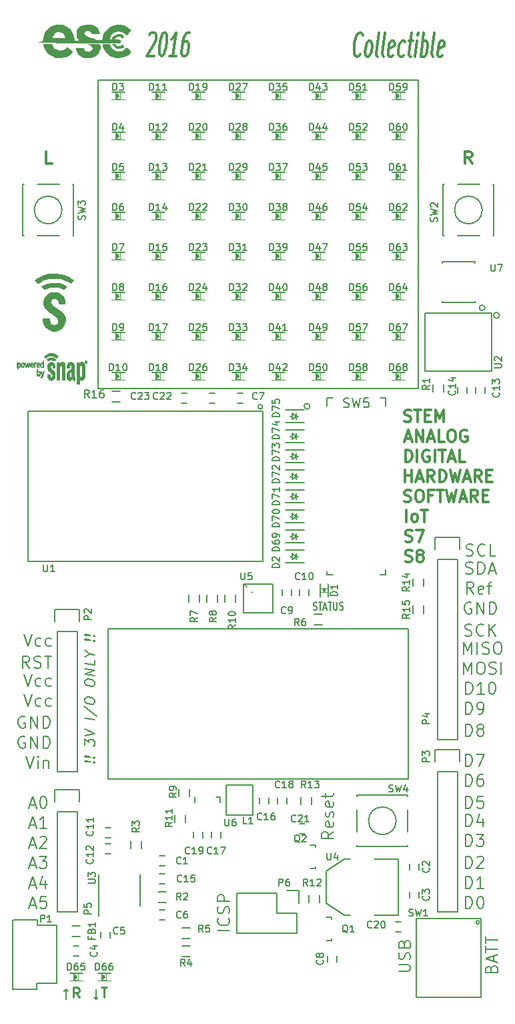
<source format=gto>
G04 #@! TF.FileFunction,Legend,Top*
%FSLAX46Y46*%
G04 Gerber Fmt 4.6, Leading zero omitted, Abs format (unit mm)*
G04 Created by KiCad (PCBNEW 4.0.0-rc2-stable) date 12/16/2015 3:19:05 PM*
%MOMM*%
G01*
G04 APERTURE LIST*
%ADD10C,0.100000*%
%ADD11C,0.300000*%
%ADD12C,0.177800*%
%ADD13C,0.150000*%
%ADD14C,0.152400*%
%ADD15C,0.254000*%
%ADD16C,0.203200*%
%ADD17C,0.375000*%
%ADD18C,0.200660*%
%ADD19C,0.149860*%
%ADD20C,0.127000*%
%ADD21C,0.010000*%
%ADD22R,0.572400X1.272400*%
%ADD23R,0.952400X0.902400*%
%ADD24R,0.902400X0.952400*%
%ADD25R,0.652400X1.052400*%
%ADD26R,0.952500X0.952500*%
%ADD27R,1.052400X0.652400*%
%ADD28R,0.552400X1.352400*%
%ADD29R,2.184400X3.810000*%
%ADD30R,2.184400X1.168400*%
%ADD31C,5.152400*%
%ADD32R,2.852400X0.952400*%
%ADD33R,1.352400X2.652400*%
%ADD34R,1.452400X1.702400*%
%ADD35R,1.702400X1.452400*%
%ADD36R,0.500380X0.401320*%
%ADD37R,0.401320X0.500380*%
%ADD38R,0.843280X1.153160*%
%ADD39R,1.852400X0.552400*%
%ADD40R,1.502400X1.402400*%
%ADD41R,1.652400X1.702400*%
%ADD42R,0.742400X0.602400*%
%ADD43R,2.184400X1.879600*%
%ADD44O,2.184400X1.879600*%
%ADD45R,1.879600X1.879600*%
%ADD46O,1.879600X1.879600*%
%ADD47C,1.551940*%
%ADD48R,0.949960X0.949960*%
%ADD49R,2.312400X1.672400*%
%ADD50R,1.702400X0.752400*%
%ADD51C,2.301240*%
G04 APERTURE END LIST*
D10*
D11*
X50502286Y-9822571D02*
X50002286Y-9108286D01*
X49645143Y-9822571D02*
X49645143Y-8322571D01*
X50216571Y-8322571D01*
X50359429Y-8394000D01*
X50430857Y-8465429D01*
X50502286Y-8608286D01*
X50502286Y-8822571D01*
X50430857Y-8965429D01*
X50359429Y-9036857D01*
X50216571Y-9108286D01*
X49645143Y-9108286D01*
X-2837714Y-9822571D02*
X-3552000Y-9822571D01*
X-3552000Y-8322571D01*
D12*
X30371144Y-66451238D02*
X30480001Y-66499619D01*
X30661430Y-66499619D01*
X30734001Y-66451238D01*
X30770287Y-66402857D01*
X30806572Y-66306095D01*
X30806572Y-66209333D01*
X30770287Y-66112571D01*
X30734001Y-66064190D01*
X30661430Y-66015810D01*
X30516287Y-65967429D01*
X30443715Y-65919048D01*
X30407430Y-65870667D01*
X30371144Y-65773905D01*
X30371144Y-65677143D01*
X30407430Y-65580381D01*
X30443715Y-65532000D01*
X30516287Y-65483619D01*
X30697715Y-65483619D01*
X30806572Y-65532000D01*
X31024286Y-65483619D02*
X31459715Y-65483619D01*
X31242001Y-66499619D02*
X31242001Y-65483619D01*
X31677429Y-66209333D02*
X32040286Y-66209333D01*
X31604857Y-66499619D02*
X31858857Y-65483619D01*
X32112857Y-66499619D01*
X32258000Y-65483619D02*
X32693429Y-65483619D01*
X32475715Y-66499619D02*
X32475715Y-65483619D01*
X32947429Y-65483619D02*
X32947429Y-66306095D01*
X32983714Y-66402857D01*
X33020000Y-66451238D01*
X33092571Y-66499619D01*
X33237714Y-66499619D01*
X33310286Y-66451238D01*
X33346571Y-66402857D01*
X33382857Y-66306095D01*
X33382857Y-65483619D01*
X33709429Y-66451238D02*
X33818286Y-66499619D01*
X33999715Y-66499619D01*
X34072286Y-66451238D01*
X34108572Y-66402857D01*
X34144857Y-66306095D01*
X34144857Y-66209333D01*
X34108572Y-66112571D01*
X34072286Y-66064190D01*
X33999715Y-66015810D01*
X33854572Y-65967429D01*
X33782000Y-65919048D01*
X33745715Y-65870667D01*
X33709429Y-65773905D01*
X33709429Y-65677143D01*
X33745715Y-65580381D01*
X33782000Y-65532000D01*
X33854572Y-65483619D01*
X34036000Y-65483619D01*
X34144857Y-65532000D01*
D13*
X3048000Y-38354000D02*
X3048000Y762000D01*
X43688000Y762000D02*
X43688000Y-38354000D01*
X43688000Y762000D02*
X3048000Y762000D01*
X43688000Y-38354000D02*
X3048000Y-38354000D01*
D14*
X2485571Y-85793790D02*
X2546048Y-85740874D01*
X2606524Y-85808909D01*
X2546048Y-85861826D01*
X2485571Y-85793790D01*
X2606524Y-85808909D01*
X2122714Y-85748433D02*
X1397000Y-85718195D01*
X1336524Y-85650159D01*
X1397000Y-85597243D01*
X2122714Y-85748433D01*
X1336524Y-85650159D01*
X2485571Y-85189028D02*
X2546048Y-85136112D01*
X2606524Y-85204147D01*
X2546048Y-85257064D01*
X2485571Y-85189028D01*
X2606524Y-85204147D01*
X2122714Y-85143671D02*
X1397000Y-85113433D01*
X1336524Y-85045397D01*
X1397000Y-84992481D01*
X2122714Y-85143671D01*
X1336524Y-85045397D01*
X1336524Y-83593968D02*
X1336524Y-82807778D01*
X1820333Y-83291588D01*
X1820333Y-83110160D01*
X1880810Y-82996766D01*
X1941286Y-82943850D01*
X2062238Y-82898493D01*
X2364619Y-82936290D01*
X2485571Y-83011885D01*
X2546048Y-83079921D01*
X2606524Y-83208433D01*
X2606524Y-83571290D01*
X2546048Y-83684683D01*
X2485571Y-83737599D01*
X1336524Y-82444921D02*
X2606524Y-82180337D01*
X1336524Y-81598254D01*
X2606524Y-80366052D02*
X1336524Y-80207302D01*
X1276048Y-78687838D02*
X2908905Y-79980517D01*
X1336524Y-78030159D02*
X1336524Y-77788255D01*
X1397000Y-77674862D01*
X1517952Y-77569029D01*
X1759857Y-77538791D01*
X2183190Y-77591708D01*
X2425095Y-77682422D01*
X2546048Y-77818493D01*
X2606524Y-77947005D01*
X2606524Y-78188909D01*
X2546048Y-78302303D01*
X2425095Y-78408136D01*
X2183190Y-78438374D01*
X1759857Y-78385457D01*
X1517952Y-78294743D01*
X1397000Y-78158672D01*
X1336524Y-78030159D01*
X1336524Y-75732064D02*
X1336524Y-75490160D01*
X1397000Y-75376767D01*
X1517952Y-75270934D01*
X1759857Y-75240696D01*
X2183190Y-75293613D01*
X2425095Y-75384327D01*
X2546048Y-75520398D01*
X2606524Y-75648910D01*
X2606524Y-75890814D01*
X2546048Y-76004208D01*
X2425095Y-76110041D01*
X2183190Y-76140279D01*
X1759857Y-76087362D01*
X1517952Y-75996648D01*
X1397000Y-75860577D01*
X1336524Y-75732064D01*
X2606524Y-74802243D02*
X1336524Y-74643493D01*
X2606524Y-74076529D01*
X1336524Y-73917779D01*
X2606524Y-72867005D02*
X2606524Y-73471767D01*
X1336524Y-73313017D01*
X2001762Y-72126172D02*
X2606524Y-72201767D01*
X1336524Y-72466351D02*
X2001762Y-72126172D01*
X1336524Y-71619684D01*
X2485571Y-70372363D02*
X2546048Y-70319447D01*
X2606524Y-70387482D01*
X2546048Y-70440399D01*
X2485571Y-70372363D01*
X2606524Y-70387482D01*
X2122714Y-70327006D02*
X1397000Y-70296768D01*
X1336524Y-70228732D01*
X1397000Y-70175816D01*
X2122714Y-70327006D01*
X1336524Y-70228732D01*
X2485571Y-69767601D02*
X2546048Y-69714685D01*
X2606524Y-69782720D01*
X2546048Y-69835637D01*
X2485571Y-69767601D01*
X2606524Y-69782720D01*
X2122714Y-69722244D02*
X1397000Y-69692006D01*
X1336524Y-69623970D01*
X1397000Y-69571054D01*
X2122714Y-69722244D01*
X1336524Y-69623970D01*
D13*
X4318000Y-87884000D02*
X4318000Y-68834000D01*
X42418000Y-87884000D02*
X4318000Y-87884000D01*
X42418000Y-68834000D02*
X42418000Y-87884000D01*
X4318000Y-68834000D02*
X42418000Y-68834000D01*
D14*
X32947429Y-94596857D02*
X32221714Y-95104857D01*
X32947429Y-95467714D02*
X31423429Y-95467714D01*
X31423429Y-94887142D01*
X31496000Y-94742000D01*
X31568571Y-94669428D01*
X31713714Y-94596857D01*
X31931429Y-94596857D01*
X32076571Y-94669428D01*
X32149143Y-94742000D01*
X32221714Y-94887142D01*
X32221714Y-95467714D01*
X32874857Y-93363142D02*
X32947429Y-93508285D01*
X32947429Y-93798571D01*
X32874857Y-93943714D01*
X32729714Y-94016285D01*
X32149143Y-94016285D01*
X32004000Y-93943714D01*
X31931429Y-93798571D01*
X31931429Y-93508285D01*
X32004000Y-93363142D01*
X32149143Y-93290571D01*
X32294286Y-93290571D01*
X32439429Y-94016285D01*
X32874857Y-92709999D02*
X32947429Y-92564856D01*
X32947429Y-92274571D01*
X32874857Y-92129428D01*
X32729714Y-92056856D01*
X32657143Y-92056856D01*
X32512000Y-92129428D01*
X32439429Y-92274571D01*
X32439429Y-92492285D01*
X32366857Y-92637428D01*
X32221714Y-92709999D01*
X32149143Y-92709999D01*
X32004000Y-92637428D01*
X31931429Y-92492285D01*
X31931429Y-92274571D01*
X32004000Y-92129428D01*
X32874857Y-90823142D02*
X32947429Y-90968285D01*
X32947429Y-91258571D01*
X32874857Y-91403714D01*
X32729714Y-91476285D01*
X32149143Y-91476285D01*
X32004000Y-91403714D01*
X31931429Y-91258571D01*
X31931429Y-90968285D01*
X32004000Y-90823142D01*
X32149143Y-90750571D01*
X32294286Y-90750571D01*
X32439429Y-91476285D01*
X31931429Y-90315142D02*
X31931429Y-89734571D01*
X31423429Y-90097428D02*
X32729714Y-90097428D01*
X32874857Y-90024856D01*
X32947429Y-89879714D01*
X32947429Y-89734571D01*
X19739429Y-107151714D02*
X18215429Y-107151714D01*
X19594286Y-105555143D02*
X19666857Y-105627714D01*
X19739429Y-105845428D01*
X19739429Y-105990571D01*
X19666857Y-106208286D01*
X19521714Y-106353428D01*
X19376571Y-106426000D01*
X19086286Y-106498571D01*
X18868571Y-106498571D01*
X18578286Y-106426000D01*
X18433143Y-106353428D01*
X18288000Y-106208286D01*
X18215429Y-105990571D01*
X18215429Y-105845428D01*
X18288000Y-105627714D01*
X18360571Y-105555143D01*
X19666857Y-104974571D02*
X19739429Y-104756857D01*
X19739429Y-104394000D01*
X19666857Y-104248857D01*
X19594286Y-104176286D01*
X19449143Y-104103714D01*
X19304000Y-104103714D01*
X19158857Y-104176286D01*
X19086286Y-104248857D01*
X19013714Y-104394000D01*
X18941143Y-104684286D01*
X18868571Y-104829428D01*
X18796000Y-104902000D01*
X18650857Y-104974571D01*
X18505714Y-104974571D01*
X18360571Y-104902000D01*
X18288000Y-104829428D01*
X18215429Y-104684286D01*
X18215429Y-104321428D01*
X18288000Y-104103714D01*
X19739429Y-103450571D02*
X18215429Y-103450571D01*
X18215429Y-102869999D01*
X18288000Y-102724857D01*
X18360571Y-102652285D01*
X18505714Y-102579714D01*
X18723429Y-102579714D01*
X18868571Y-102652285D01*
X18941143Y-102724857D01*
X19013714Y-102869999D01*
X19013714Y-103450571D01*
X49675143Y-104321429D02*
X49675143Y-102797429D01*
X50038000Y-102797429D01*
X50255715Y-102870000D01*
X50400857Y-103015143D01*
X50473429Y-103160286D01*
X50546000Y-103450571D01*
X50546000Y-103668286D01*
X50473429Y-103958571D01*
X50400857Y-104103714D01*
X50255715Y-104248857D01*
X50038000Y-104321429D01*
X49675143Y-104321429D01*
X51489429Y-102797429D02*
X51634572Y-102797429D01*
X51779715Y-102870000D01*
X51852286Y-102942571D01*
X51924857Y-103087714D01*
X51997429Y-103378000D01*
X51997429Y-103740857D01*
X51924857Y-104031143D01*
X51852286Y-104176286D01*
X51779715Y-104248857D01*
X51634572Y-104321429D01*
X51489429Y-104321429D01*
X51344286Y-104248857D01*
X51271715Y-104176286D01*
X51199143Y-104031143D01*
X51126572Y-103740857D01*
X51126572Y-103378000D01*
X51199143Y-103087714D01*
X51271715Y-102942571D01*
X51344286Y-102870000D01*
X51489429Y-102797429D01*
X49675143Y-101781429D02*
X49675143Y-100257429D01*
X50038000Y-100257429D01*
X50255715Y-100330000D01*
X50400857Y-100475143D01*
X50473429Y-100620286D01*
X50546000Y-100910571D01*
X50546000Y-101128286D01*
X50473429Y-101418571D01*
X50400857Y-101563714D01*
X50255715Y-101708857D01*
X50038000Y-101781429D01*
X49675143Y-101781429D01*
X51997429Y-101781429D02*
X51126572Y-101781429D01*
X51562000Y-101781429D02*
X51562000Y-100257429D01*
X51416857Y-100475143D01*
X51271715Y-100620286D01*
X51126572Y-100692857D01*
X49675143Y-99241429D02*
X49675143Y-97717429D01*
X50038000Y-97717429D01*
X50255715Y-97790000D01*
X50400857Y-97935143D01*
X50473429Y-98080286D01*
X50546000Y-98370571D01*
X50546000Y-98588286D01*
X50473429Y-98878571D01*
X50400857Y-99023714D01*
X50255715Y-99168857D01*
X50038000Y-99241429D01*
X49675143Y-99241429D01*
X51126572Y-97862571D02*
X51199143Y-97790000D01*
X51344286Y-97717429D01*
X51707143Y-97717429D01*
X51852286Y-97790000D01*
X51924857Y-97862571D01*
X51997429Y-98007714D01*
X51997429Y-98152857D01*
X51924857Y-98370571D01*
X51054000Y-99241429D01*
X51997429Y-99241429D01*
X49675143Y-96447429D02*
X49675143Y-94923429D01*
X50038000Y-94923429D01*
X50255715Y-94996000D01*
X50400857Y-95141143D01*
X50473429Y-95286286D01*
X50546000Y-95576571D01*
X50546000Y-95794286D01*
X50473429Y-96084571D01*
X50400857Y-96229714D01*
X50255715Y-96374857D01*
X50038000Y-96447429D01*
X49675143Y-96447429D01*
X51054000Y-94923429D02*
X51997429Y-94923429D01*
X51489429Y-95504000D01*
X51707143Y-95504000D01*
X51852286Y-95576571D01*
X51924857Y-95649143D01*
X51997429Y-95794286D01*
X51997429Y-96157143D01*
X51924857Y-96302286D01*
X51852286Y-96374857D01*
X51707143Y-96447429D01*
X51271715Y-96447429D01*
X51126572Y-96374857D01*
X51054000Y-96302286D01*
X49675143Y-93907429D02*
X49675143Y-92383429D01*
X50038000Y-92383429D01*
X50255715Y-92456000D01*
X50400857Y-92601143D01*
X50473429Y-92746286D01*
X50546000Y-93036571D01*
X50546000Y-93254286D01*
X50473429Y-93544571D01*
X50400857Y-93689714D01*
X50255715Y-93834857D01*
X50038000Y-93907429D01*
X49675143Y-93907429D01*
X51852286Y-92891429D02*
X51852286Y-93907429D01*
X51489429Y-92310857D02*
X51126572Y-93399429D01*
X52070000Y-93399429D01*
X49675143Y-91621429D02*
X49675143Y-90097429D01*
X50038000Y-90097429D01*
X50255715Y-90170000D01*
X50400857Y-90315143D01*
X50473429Y-90460286D01*
X50546000Y-90750571D01*
X50546000Y-90968286D01*
X50473429Y-91258571D01*
X50400857Y-91403714D01*
X50255715Y-91548857D01*
X50038000Y-91621429D01*
X49675143Y-91621429D01*
X51924857Y-90097429D02*
X51199143Y-90097429D01*
X51126572Y-90823143D01*
X51199143Y-90750571D01*
X51344286Y-90678000D01*
X51707143Y-90678000D01*
X51852286Y-90750571D01*
X51924857Y-90823143D01*
X51997429Y-90968286D01*
X51997429Y-91331143D01*
X51924857Y-91476286D01*
X51852286Y-91548857D01*
X51707143Y-91621429D01*
X51344286Y-91621429D01*
X51199143Y-91548857D01*
X51126572Y-91476286D01*
X49675143Y-88827429D02*
X49675143Y-87303429D01*
X50038000Y-87303429D01*
X50255715Y-87376000D01*
X50400857Y-87521143D01*
X50473429Y-87666286D01*
X50546000Y-87956571D01*
X50546000Y-88174286D01*
X50473429Y-88464571D01*
X50400857Y-88609714D01*
X50255715Y-88754857D01*
X50038000Y-88827429D01*
X49675143Y-88827429D01*
X51852286Y-87303429D02*
X51562000Y-87303429D01*
X51416857Y-87376000D01*
X51344286Y-87448571D01*
X51199143Y-87666286D01*
X51126572Y-87956571D01*
X51126572Y-88537143D01*
X51199143Y-88682286D01*
X51271715Y-88754857D01*
X51416857Y-88827429D01*
X51707143Y-88827429D01*
X51852286Y-88754857D01*
X51924857Y-88682286D01*
X51997429Y-88537143D01*
X51997429Y-88174286D01*
X51924857Y-88029143D01*
X51852286Y-87956571D01*
X51707143Y-87884000D01*
X51416857Y-87884000D01*
X51271715Y-87956571D01*
X51199143Y-88029143D01*
X51126572Y-88174286D01*
X49675143Y-86287429D02*
X49675143Y-84763429D01*
X50038000Y-84763429D01*
X50255715Y-84836000D01*
X50400857Y-84981143D01*
X50473429Y-85126286D01*
X50546000Y-85416571D01*
X50546000Y-85634286D01*
X50473429Y-85924571D01*
X50400857Y-86069714D01*
X50255715Y-86214857D01*
X50038000Y-86287429D01*
X49675143Y-86287429D01*
X51054000Y-84763429D02*
X52070000Y-84763429D01*
X51416857Y-86287429D01*
X49675143Y-82477429D02*
X49675143Y-80953429D01*
X50038000Y-80953429D01*
X50255715Y-81026000D01*
X50400857Y-81171143D01*
X50473429Y-81316286D01*
X50546000Y-81606571D01*
X50546000Y-81824286D01*
X50473429Y-82114571D01*
X50400857Y-82259714D01*
X50255715Y-82404857D01*
X50038000Y-82477429D01*
X49675143Y-82477429D01*
X51416857Y-81606571D02*
X51271715Y-81534000D01*
X51199143Y-81461429D01*
X51126572Y-81316286D01*
X51126572Y-81243714D01*
X51199143Y-81098571D01*
X51271715Y-81026000D01*
X51416857Y-80953429D01*
X51707143Y-80953429D01*
X51852286Y-81026000D01*
X51924857Y-81098571D01*
X51997429Y-81243714D01*
X51997429Y-81316286D01*
X51924857Y-81461429D01*
X51852286Y-81534000D01*
X51707143Y-81606571D01*
X51416857Y-81606571D01*
X51271715Y-81679143D01*
X51199143Y-81751714D01*
X51126572Y-81896857D01*
X51126572Y-82187143D01*
X51199143Y-82332286D01*
X51271715Y-82404857D01*
X51416857Y-82477429D01*
X51707143Y-82477429D01*
X51852286Y-82404857D01*
X51924857Y-82332286D01*
X51997429Y-82187143D01*
X51997429Y-81896857D01*
X51924857Y-81751714D01*
X51852286Y-81679143D01*
X51707143Y-81606571D01*
X49675143Y-79683429D02*
X49675143Y-78159429D01*
X50038000Y-78159429D01*
X50255715Y-78232000D01*
X50400857Y-78377143D01*
X50473429Y-78522286D01*
X50546000Y-78812571D01*
X50546000Y-79030286D01*
X50473429Y-79320571D01*
X50400857Y-79465714D01*
X50255715Y-79610857D01*
X50038000Y-79683429D01*
X49675143Y-79683429D01*
X51271715Y-79683429D02*
X51562000Y-79683429D01*
X51707143Y-79610857D01*
X51779715Y-79538286D01*
X51924857Y-79320571D01*
X51997429Y-79030286D01*
X51997429Y-78449714D01*
X51924857Y-78304571D01*
X51852286Y-78232000D01*
X51707143Y-78159429D01*
X51416857Y-78159429D01*
X51271715Y-78232000D01*
X51199143Y-78304571D01*
X51126572Y-78449714D01*
X51126572Y-78812571D01*
X51199143Y-78957714D01*
X51271715Y-79030286D01*
X51416857Y-79102857D01*
X51707143Y-79102857D01*
X51852286Y-79030286D01*
X51924857Y-78957714D01*
X51997429Y-78812571D01*
X49711428Y-77143429D02*
X49711428Y-75619429D01*
X50074285Y-75619429D01*
X50292000Y-75692000D01*
X50437142Y-75837143D01*
X50509714Y-75982286D01*
X50582285Y-76272571D01*
X50582285Y-76490286D01*
X50509714Y-76780571D01*
X50437142Y-76925714D01*
X50292000Y-77070857D01*
X50074285Y-77143429D01*
X49711428Y-77143429D01*
X52033714Y-77143429D02*
X51162857Y-77143429D01*
X51598285Y-77143429D02*
X51598285Y-75619429D01*
X51453142Y-75837143D01*
X51308000Y-75982286D01*
X51162857Y-76054857D01*
X52977143Y-75619429D02*
X53122286Y-75619429D01*
X53267429Y-75692000D01*
X53340000Y-75764571D01*
X53412571Y-75909714D01*
X53485143Y-76200000D01*
X53485143Y-76562857D01*
X53412571Y-76853143D01*
X53340000Y-76998286D01*
X53267429Y-77070857D01*
X53122286Y-77143429D01*
X52977143Y-77143429D01*
X52832000Y-77070857D01*
X52759429Y-76998286D01*
X52686857Y-76853143D01*
X52614286Y-76562857D01*
X52614286Y-76200000D01*
X52686857Y-75909714D01*
X52759429Y-75764571D01*
X52832000Y-75692000D01*
X52977143Y-75619429D01*
X49421143Y-74603429D02*
X49421143Y-73079429D01*
X49929143Y-74168000D01*
X50437143Y-73079429D01*
X50437143Y-74603429D01*
X51453143Y-73079429D02*
X51743429Y-73079429D01*
X51888571Y-73152000D01*
X52033714Y-73297143D01*
X52106286Y-73587429D01*
X52106286Y-74095429D01*
X52033714Y-74385714D01*
X51888571Y-74530857D01*
X51743429Y-74603429D01*
X51453143Y-74603429D01*
X51308000Y-74530857D01*
X51162857Y-74385714D01*
X51090286Y-74095429D01*
X51090286Y-73587429D01*
X51162857Y-73297143D01*
X51308000Y-73152000D01*
X51453143Y-73079429D01*
X52686857Y-74530857D02*
X52904571Y-74603429D01*
X53267428Y-74603429D01*
X53412571Y-74530857D01*
X53485142Y-74458286D01*
X53557714Y-74313143D01*
X53557714Y-74168000D01*
X53485142Y-74022857D01*
X53412571Y-73950286D01*
X53267428Y-73877714D01*
X52977142Y-73805143D01*
X52832000Y-73732571D01*
X52759428Y-73660000D01*
X52686857Y-73514857D01*
X52686857Y-73369714D01*
X52759428Y-73224571D01*
X52832000Y-73152000D01*
X52977142Y-73079429D01*
X53340000Y-73079429D01*
X53557714Y-73152000D01*
X54210857Y-74603429D02*
X54210857Y-73079429D01*
X49421143Y-72063429D02*
X49421143Y-70539429D01*
X49929143Y-71628000D01*
X50437143Y-70539429D01*
X50437143Y-72063429D01*
X51162857Y-72063429D02*
X51162857Y-70539429D01*
X51816000Y-71990857D02*
X52033714Y-72063429D01*
X52396571Y-72063429D01*
X52541714Y-71990857D01*
X52614285Y-71918286D01*
X52686857Y-71773143D01*
X52686857Y-71628000D01*
X52614285Y-71482857D01*
X52541714Y-71410286D01*
X52396571Y-71337714D01*
X52106285Y-71265143D01*
X51961143Y-71192571D01*
X51888571Y-71120000D01*
X51816000Y-70974857D01*
X51816000Y-70829714D01*
X51888571Y-70684571D01*
X51961143Y-70612000D01*
X52106285Y-70539429D01*
X52469143Y-70539429D01*
X52686857Y-70612000D01*
X53630286Y-70539429D02*
X53920572Y-70539429D01*
X54065714Y-70612000D01*
X54210857Y-70757143D01*
X54283429Y-71047429D01*
X54283429Y-71555429D01*
X54210857Y-71845714D01*
X54065714Y-71990857D01*
X53920572Y-72063429D01*
X53630286Y-72063429D01*
X53485143Y-71990857D01*
X53340000Y-71845714D01*
X53267429Y-71555429D01*
X53267429Y-71047429D01*
X53340000Y-70757143D01*
X53485143Y-70612000D01*
X53630286Y-70539429D01*
X49602572Y-69704857D02*
X49820286Y-69777429D01*
X50183143Y-69777429D01*
X50328286Y-69704857D01*
X50400857Y-69632286D01*
X50473429Y-69487143D01*
X50473429Y-69342000D01*
X50400857Y-69196857D01*
X50328286Y-69124286D01*
X50183143Y-69051714D01*
X49892857Y-68979143D01*
X49747715Y-68906571D01*
X49675143Y-68834000D01*
X49602572Y-68688857D01*
X49602572Y-68543714D01*
X49675143Y-68398571D01*
X49747715Y-68326000D01*
X49892857Y-68253429D01*
X50255715Y-68253429D01*
X50473429Y-68326000D01*
X51997429Y-69632286D02*
X51924858Y-69704857D01*
X51707144Y-69777429D01*
X51562001Y-69777429D01*
X51344286Y-69704857D01*
X51199144Y-69559714D01*
X51126572Y-69414571D01*
X51054001Y-69124286D01*
X51054001Y-68906571D01*
X51126572Y-68616286D01*
X51199144Y-68471143D01*
X51344286Y-68326000D01*
X51562001Y-68253429D01*
X51707144Y-68253429D01*
X51924858Y-68326000D01*
X51997429Y-68398571D01*
X52650572Y-69777429D02*
X52650572Y-68253429D01*
X53521429Y-69777429D02*
X52868286Y-68906571D01*
X53521429Y-68253429D02*
X52650572Y-69124286D01*
X50400858Y-65532000D02*
X50255715Y-65459429D01*
X50038001Y-65459429D01*
X49820286Y-65532000D01*
X49675144Y-65677143D01*
X49602572Y-65822286D01*
X49530001Y-66112571D01*
X49530001Y-66330286D01*
X49602572Y-66620571D01*
X49675144Y-66765714D01*
X49820286Y-66910857D01*
X50038001Y-66983429D01*
X50183144Y-66983429D01*
X50400858Y-66910857D01*
X50473429Y-66838286D01*
X50473429Y-66330286D01*
X50183144Y-66330286D01*
X51126572Y-66983429D02*
X51126572Y-65459429D01*
X51997429Y-66983429D01*
X51997429Y-65459429D01*
X52723143Y-66983429D02*
X52723143Y-65459429D01*
X53086000Y-65459429D01*
X53303715Y-65532000D01*
X53448857Y-65677143D01*
X53521429Y-65822286D01*
X53594000Y-66112571D01*
X53594000Y-66330286D01*
X53521429Y-66620571D01*
X53448857Y-66765714D01*
X53303715Y-66910857D01*
X53086000Y-66983429D01*
X52723143Y-66983429D01*
X50691143Y-64443429D02*
X50183143Y-63717714D01*
X49820286Y-64443429D02*
X49820286Y-62919429D01*
X50400858Y-62919429D01*
X50546000Y-62992000D01*
X50618572Y-63064571D01*
X50691143Y-63209714D01*
X50691143Y-63427429D01*
X50618572Y-63572571D01*
X50546000Y-63645143D01*
X50400858Y-63717714D01*
X49820286Y-63717714D01*
X51924858Y-64370857D02*
X51779715Y-64443429D01*
X51489429Y-64443429D01*
X51344286Y-64370857D01*
X51271715Y-64225714D01*
X51271715Y-63645143D01*
X51344286Y-63500000D01*
X51489429Y-63427429D01*
X51779715Y-63427429D01*
X51924858Y-63500000D01*
X51997429Y-63645143D01*
X51997429Y-63790286D01*
X51271715Y-63935429D01*
X52432858Y-63427429D02*
X53013429Y-63427429D01*
X52650572Y-64443429D02*
X52650572Y-63137143D01*
X52723144Y-62992000D01*
X52868286Y-62919429D01*
X53013429Y-62919429D01*
X49711429Y-61830857D02*
X49929143Y-61903429D01*
X50292000Y-61903429D01*
X50437143Y-61830857D01*
X50509714Y-61758286D01*
X50582286Y-61613143D01*
X50582286Y-61468000D01*
X50509714Y-61322857D01*
X50437143Y-61250286D01*
X50292000Y-61177714D01*
X50001714Y-61105143D01*
X49856572Y-61032571D01*
X49784000Y-60960000D01*
X49711429Y-60814857D01*
X49711429Y-60669714D01*
X49784000Y-60524571D01*
X49856572Y-60452000D01*
X50001714Y-60379429D01*
X50364572Y-60379429D01*
X50582286Y-60452000D01*
X51235429Y-61903429D02*
X51235429Y-60379429D01*
X51598286Y-60379429D01*
X51816001Y-60452000D01*
X51961143Y-60597143D01*
X52033715Y-60742286D01*
X52106286Y-61032571D01*
X52106286Y-61250286D01*
X52033715Y-61540571D01*
X51961143Y-61685714D01*
X51816001Y-61830857D01*
X51598286Y-61903429D01*
X51235429Y-61903429D01*
X52686858Y-61468000D02*
X53412572Y-61468000D01*
X52541715Y-61903429D02*
X53049715Y-60379429D01*
X53557715Y-61903429D01*
X49747715Y-59544857D02*
X49965429Y-59617429D01*
X50328286Y-59617429D01*
X50473429Y-59544857D01*
X50546000Y-59472286D01*
X50618572Y-59327143D01*
X50618572Y-59182000D01*
X50546000Y-59036857D01*
X50473429Y-58964286D01*
X50328286Y-58891714D01*
X50038000Y-58819143D01*
X49892858Y-58746571D01*
X49820286Y-58674000D01*
X49747715Y-58528857D01*
X49747715Y-58383714D01*
X49820286Y-58238571D01*
X49892858Y-58166000D01*
X50038000Y-58093429D01*
X50400858Y-58093429D01*
X50618572Y-58166000D01*
X52142572Y-59472286D02*
X52070001Y-59544857D01*
X51852287Y-59617429D01*
X51707144Y-59617429D01*
X51489429Y-59544857D01*
X51344287Y-59399714D01*
X51271715Y-59254571D01*
X51199144Y-58964286D01*
X51199144Y-58746571D01*
X51271715Y-58456286D01*
X51344287Y-58311143D01*
X51489429Y-58166000D01*
X51707144Y-58093429D01*
X51852287Y-58093429D01*
X52070001Y-58166000D01*
X52142572Y-58238571D01*
X53521429Y-59617429D02*
X52795715Y-59617429D01*
X52795715Y-58093429D01*
X-6386286Y-69523429D02*
X-5878286Y-71047429D01*
X-5370286Y-69523429D01*
X-4209143Y-70974857D02*
X-4354286Y-71047429D01*
X-4644572Y-71047429D01*
X-4789714Y-70974857D01*
X-4862286Y-70902286D01*
X-4934857Y-70757143D01*
X-4934857Y-70321714D01*
X-4862286Y-70176571D01*
X-4789714Y-70104000D01*
X-4644572Y-70031429D01*
X-4354286Y-70031429D01*
X-4209143Y-70104000D01*
X-2902857Y-70974857D02*
X-3048000Y-71047429D01*
X-3338286Y-71047429D01*
X-3483428Y-70974857D01*
X-3556000Y-70902286D01*
X-3628571Y-70757143D01*
X-3628571Y-70321714D01*
X-3556000Y-70176571D01*
X-3483428Y-70104000D01*
X-3338286Y-70031429D01*
X-3048000Y-70031429D01*
X-2902857Y-70104000D01*
X-5660572Y-73841429D02*
X-6168572Y-73115714D01*
X-6531429Y-73841429D02*
X-6531429Y-72317429D01*
X-5950857Y-72317429D01*
X-5805715Y-72390000D01*
X-5733143Y-72462571D01*
X-5660572Y-72607714D01*
X-5660572Y-72825429D01*
X-5733143Y-72970571D01*
X-5805715Y-73043143D01*
X-5950857Y-73115714D01*
X-6531429Y-73115714D01*
X-5080000Y-73768857D02*
X-4862286Y-73841429D01*
X-4499429Y-73841429D01*
X-4354286Y-73768857D01*
X-4281715Y-73696286D01*
X-4209143Y-73551143D01*
X-4209143Y-73406000D01*
X-4281715Y-73260857D01*
X-4354286Y-73188286D01*
X-4499429Y-73115714D01*
X-4789715Y-73043143D01*
X-4934857Y-72970571D01*
X-5007429Y-72898000D01*
X-5080000Y-72752857D01*
X-5080000Y-72607714D01*
X-5007429Y-72462571D01*
X-4934857Y-72390000D01*
X-4789715Y-72317429D01*
X-4426857Y-72317429D01*
X-4209143Y-72390000D01*
X-3773714Y-72317429D02*
X-2902857Y-72317429D01*
X-3338286Y-73841429D02*
X-3338286Y-72317429D01*
X-6386286Y-74603429D02*
X-5878286Y-76127429D01*
X-5370286Y-74603429D01*
X-4209143Y-76054857D02*
X-4354286Y-76127429D01*
X-4644572Y-76127429D01*
X-4789714Y-76054857D01*
X-4862286Y-75982286D01*
X-4934857Y-75837143D01*
X-4934857Y-75401714D01*
X-4862286Y-75256571D01*
X-4789714Y-75184000D01*
X-4644572Y-75111429D01*
X-4354286Y-75111429D01*
X-4209143Y-75184000D01*
X-2902857Y-76054857D02*
X-3048000Y-76127429D01*
X-3338286Y-76127429D01*
X-3483428Y-76054857D01*
X-3556000Y-75982286D01*
X-3628571Y-75837143D01*
X-3628571Y-75401714D01*
X-3556000Y-75256571D01*
X-3483428Y-75184000D01*
X-3338286Y-75111429D01*
X-3048000Y-75111429D01*
X-2902857Y-75184000D01*
X-6386286Y-77143429D02*
X-5878286Y-78667429D01*
X-5370286Y-77143429D01*
X-4209143Y-78594857D02*
X-4354286Y-78667429D01*
X-4644572Y-78667429D01*
X-4789714Y-78594857D01*
X-4862286Y-78522286D01*
X-4934857Y-78377143D01*
X-4934857Y-77941714D01*
X-4862286Y-77796571D01*
X-4789714Y-77724000D01*
X-4644572Y-77651429D01*
X-4354286Y-77651429D01*
X-4209143Y-77724000D01*
X-2902857Y-78594857D02*
X-3048000Y-78667429D01*
X-3338286Y-78667429D01*
X-3483428Y-78594857D01*
X-3556000Y-78522286D01*
X-3628571Y-78377143D01*
X-3628571Y-77941714D01*
X-3556000Y-77796571D01*
X-3483428Y-77724000D01*
X-3338286Y-77651429D01*
X-3048000Y-77651429D01*
X-2902857Y-77724000D01*
X-6241142Y-80010000D02*
X-6386285Y-79937429D01*
X-6603999Y-79937429D01*
X-6821714Y-80010000D01*
X-6966856Y-80155143D01*
X-7039428Y-80300286D01*
X-7111999Y-80590571D01*
X-7111999Y-80808286D01*
X-7039428Y-81098571D01*
X-6966856Y-81243714D01*
X-6821714Y-81388857D01*
X-6603999Y-81461429D01*
X-6458856Y-81461429D01*
X-6241142Y-81388857D01*
X-6168571Y-81316286D01*
X-6168571Y-80808286D01*
X-6458856Y-80808286D01*
X-5515428Y-81461429D02*
X-5515428Y-79937429D01*
X-4644571Y-81461429D01*
X-4644571Y-79937429D01*
X-3918857Y-81461429D02*
X-3918857Y-79937429D01*
X-3556000Y-79937429D01*
X-3338285Y-80010000D01*
X-3193143Y-80155143D01*
X-3120571Y-80300286D01*
X-3048000Y-80590571D01*
X-3048000Y-80808286D01*
X-3120571Y-81098571D01*
X-3193143Y-81243714D01*
X-3338285Y-81388857D01*
X-3556000Y-81461429D01*
X-3918857Y-81461429D01*
X-6241142Y-82550000D02*
X-6386285Y-82477429D01*
X-6603999Y-82477429D01*
X-6821714Y-82550000D01*
X-6966856Y-82695143D01*
X-7039428Y-82840286D01*
X-7111999Y-83130571D01*
X-7111999Y-83348286D01*
X-7039428Y-83638571D01*
X-6966856Y-83783714D01*
X-6821714Y-83928857D01*
X-6603999Y-84001429D01*
X-6458856Y-84001429D01*
X-6241142Y-83928857D01*
X-6168571Y-83856286D01*
X-6168571Y-83348286D01*
X-6458856Y-83348286D01*
X-5515428Y-84001429D02*
X-5515428Y-82477429D01*
X-4644571Y-84001429D01*
X-4644571Y-82477429D01*
X-3918857Y-84001429D02*
X-3918857Y-82477429D01*
X-3556000Y-82477429D01*
X-3338285Y-82550000D01*
X-3193143Y-82695143D01*
X-3120571Y-82840286D01*
X-3048000Y-83130571D01*
X-3048000Y-83348286D01*
X-3120571Y-83638571D01*
X-3193143Y-83783714D01*
X-3338285Y-83928857D01*
X-3556000Y-84001429D01*
X-3918857Y-84001429D01*
X-6132285Y-85017429D02*
X-5624285Y-86541429D01*
X-5116285Y-85017429D01*
X-4608285Y-86541429D02*
X-4608285Y-85525429D01*
X-4608285Y-85017429D02*
X-4680856Y-85090000D01*
X-4608285Y-85162571D01*
X-4535713Y-85090000D01*
X-4608285Y-85017429D01*
X-4608285Y-85162571D01*
X-3882571Y-85525429D02*
X-3882571Y-86541429D01*
X-3882571Y-85670571D02*
X-3809999Y-85598000D01*
X-3664857Y-85525429D01*
X-3447142Y-85525429D01*
X-3301999Y-85598000D01*
X-3229428Y-85743143D01*
X-3229428Y-86541429D01*
X-5660571Y-103886000D02*
X-4934857Y-103886000D01*
X-5805714Y-104321429D02*
X-5297714Y-102797429D01*
X-4789714Y-104321429D01*
X-3556000Y-102797429D02*
X-4281714Y-102797429D01*
X-4354285Y-103523143D01*
X-4281714Y-103450571D01*
X-4136571Y-103378000D01*
X-3773714Y-103378000D01*
X-3628571Y-103450571D01*
X-3556000Y-103523143D01*
X-3483428Y-103668286D01*
X-3483428Y-104031143D01*
X-3556000Y-104176286D01*
X-3628571Y-104248857D01*
X-3773714Y-104321429D01*
X-4136571Y-104321429D01*
X-4281714Y-104248857D01*
X-4354285Y-104176286D01*
X-5660571Y-101346000D02*
X-4934857Y-101346000D01*
X-5805714Y-101781429D02*
X-5297714Y-100257429D01*
X-4789714Y-101781429D01*
X-3628571Y-100765429D02*
X-3628571Y-101781429D01*
X-3991428Y-100184857D02*
X-4354285Y-101273429D01*
X-3410857Y-101273429D01*
X-5660571Y-98806000D02*
X-4934857Y-98806000D01*
X-5805714Y-99241429D02*
X-5297714Y-97717429D01*
X-4789714Y-99241429D01*
X-4426857Y-97717429D02*
X-3483428Y-97717429D01*
X-3991428Y-98298000D01*
X-3773714Y-98298000D01*
X-3628571Y-98370571D01*
X-3556000Y-98443143D01*
X-3483428Y-98588286D01*
X-3483428Y-98951143D01*
X-3556000Y-99096286D01*
X-3628571Y-99168857D01*
X-3773714Y-99241429D01*
X-4209142Y-99241429D01*
X-4354285Y-99168857D01*
X-4426857Y-99096286D01*
X-5660571Y-96266000D02*
X-4934857Y-96266000D01*
X-5805714Y-96701429D02*
X-5297714Y-95177429D01*
X-4789714Y-96701429D01*
X-4354285Y-95322571D02*
X-4281714Y-95250000D01*
X-4136571Y-95177429D01*
X-3773714Y-95177429D01*
X-3628571Y-95250000D01*
X-3556000Y-95322571D01*
X-3483428Y-95467714D01*
X-3483428Y-95612857D01*
X-3556000Y-95830571D01*
X-4426857Y-96701429D01*
X-3483428Y-96701429D01*
X-5660571Y-93726000D02*
X-4934857Y-93726000D01*
X-5805714Y-94161429D02*
X-5297714Y-92637429D01*
X-4789714Y-94161429D01*
X-3483428Y-94161429D02*
X-4354285Y-94161429D01*
X-3918857Y-94161429D02*
X-3918857Y-92637429D01*
X-4064000Y-92855143D01*
X-4209142Y-93000286D01*
X-4354285Y-93072857D01*
X-5660571Y-91186000D02*
X-4934857Y-91186000D01*
X-5805714Y-91621429D02*
X-5297714Y-90097429D01*
X-4789714Y-91621429D01*
X-3991428Y-90097429D02*
X-3846285Y-90097429D01*
X-3701142Y-90170000D01*
X-3628571Y-90242571D01*
X-3556000Y-90387714D01*
X-3483428Y-90678000D01*
X-3483428Y-91040857D01*
X-3556000Y-91331143D01*
X-3628571Y-91476286D01*
X-3701142Y-91548857D01*
X-3846285Y-91621429D01*
X-3991428Y-91621429D01*
X-4136571Y-91548857D01*
X-4209142Y-91476286D01*
X-4281714Y-91331143D01*
X-4354285Y-91040857D01*
X-4354285Y-90678000D01*
X-4281714Y-90387714D01*
X-4209142Y-90242571D01*
X-4136571Y-90170000D01*
X-3991428Y-90097429D01*
D13*
X2794000Y-115824000D02*
X3048000Y-115570000D01*
X2794000Y-115824000D02*
X2540000Y-115570000D01*
X2794000Y-114554000D02*
X2794000Y-115824000D01*
X-1016000Y-114554000D02*
X-762000Y-114808000D01*
X-1270000Y-114808000D02*
X-1016000Y-114554000D01*
X-1016000Y-114554000D02*
X-1270000Y-114808000D01*
X-1016000Y-115824000D02*
X-1016000Y-114554000D01*
X-1016000Y-114554000D02*
X-1016000Y-115824000D01*
D15*
X3447143Y-114366524D02*
X4172858Y-114366524D01*
X3810001Y-115636524D02*
X3810001Y-114366524D01*
X647095Y-115636524D02*
X223762Y-115031762D01*
X-78619Y-115636524D02*
X-78619Y-114366524D01*
X405190Y-114366524D01*
X526143Y-114427000D01*
X586619Y-114487476D01*
X647095Y-114608429D01*
X647095Y-114789857D01*
X586619Y-114910810D01*
X526143Y-114971286D01*
X405190Y-115031762D01*
X-78619Y-115031762D01*
D16*
X52928057Y-111990771D02*
X52999486Y-111776485D01*
X53070914Y-111705057D01*
X53213771Y-111633628D01*
X53428057Y-111633628D01*
X53570914Y-111705057D01*
X53642343Y-111776485D01*
X53713771Y-111919343D01*
X53713771Y-112490771D01*
X52213771Y-112490771D01*
X52213771Y-111990771D01*
X52285200Y-111847914D01*
X52356629Y-111776485D01*
X52499486Y-111705057D01*
X52642343Y-111705057D01*
X52785200Y-111776485D01*
X52856629Y-111847914D01*
X52928057Y-111990771D01*
X52928057Y-112490771D01*
X53285200Y-111062200D02*
X53285200Y-110347914D01*
X53713771Y-111205057D02*
X52213771Y-110705057D01*
X53713771Y-110205057D01*
X52213771Y-109919343D02*
X52213771Y-109062200D01*
X53713771Y-109490771D02*
X52213771Y-109490771D01*
X52213771Y-108776486D02*
X52213771Y-107919343D01*
X53713771Y-108347914D02*
X52213771Y-108347914D01*
X41190171Y-112306657D02*
X42404457Y-112306657D01*
X42547314Y-112235229D01*
X42618743Y-112163800D01*
X42690171Y-112020943D01*
X42690171Y-111735229D01*
X42618743Y-111592371D01*
X42547314Y-111520943D01*
X42404457Y-111449514D01*
X41190171Y-111449514D01*
X42618743Y-110806657D02*
X42690171Y-110592371D01*
X42690171Y-110235228D01*
X42618743Y-110092371D01*
X42547314Y-110020942D01*
X42404457Y-109949514D01*
X42261600Y-109949514D01*
X42118743Y-110020942D01*
X42047314Y-110092371D01*
X41975886Y-110235228D01*
X41904457Y-110520942D01*
X41833029Y-110663800D01*
X41761600Y-110735228D01*
X41618743Y-110806657D01*
X41475886Y-110806657D01*
X41333029Y-110735228D01*
X41261600Y-110663800D01*
X41190171Y-110520942D01*
X41190171Y-110163800D01*
X41261600Y-109949514D01*
X41904457Y-108806657D02*
X41975886Y-108592371D01*
X42047314Y-108520943D01*
X42190171Y-108449514D01*
X42404457Y-108449514D01*
X42547314Y-108520943D01*
X42618743Y-108592371D01*
X42690171Y-108735229D01*
X42690171Y-109306657D01*
X41190171Y-109306657D01*
X41190171Y-108806657D01*
X41261600Y-108663800D01*
X41333029Y-108592371D01*
X41475886Y-108520943D01*
X41618743Y-108520943D01*
X41761600Y-108592371D01*
X41833029Y-108663800D01*
X41904457Y-108806657D01*
X41904457Y-109306657D01*
D11*
X42037143Y-60297143D02*
X42251429Y-60368571D01*
X42608572Y-60368571D01*
X42751429Y-60297143D01*
X42822858Y-60225714D01*
X42894286Y-60082857D01*
X42894286Y-59940000D01*
X42822858Y-59797143D01*
X42751429Y-59725714D01*
X42608572Y-59654286D01*
X42322858Y-59582857D01*
X42180000Y-59511429D01*
X42108572Y-59440000D01*
X42037143Y-59297143D01*
X42037143Y-59154286D01*
X42108572Y-59011429D01*
X42180000Y-58940000D01*
X42322858Y-58868571D01*
X42680000Y-58868571D01*
X42894286Y-58940000D01*
X43751429Y-59511429D02*
X43608571Y-59440000D01*
X43537143Y-59368571D01*
X43465714Y-59225714D01*
X43465714Y-59154286D01*
X43537143Y-59011429D01*
X43608571Y-58940000D01*
X43751429Y-58868571D01*
X44037143Y-58868571D01*
X44180000Y-58940000D01*
X44251429Y-59011429D01*
X44322857Y-59154286D01*
X44322857Y-59225714D01*
X44251429Y-59368571D01*
X44180000Y-59440000D01*
X44037143Y-59511429D01*
X43751429Y-59511429D01*
X43608571Y-59582857D01*
X43537143Y-59654286D01*
X43465714Y-59797143D01*
X43465714Y-60082857D01*
X43537143Y-60225714D01*
X43608571Y-60297143D01*
X43751429Y-60368571D01*
X44037143Y-60368571D01*
X44180000Y-60297143D01*
X44251429Y-60225714D01*
X44322857Y-60082857D01*
X44322857Y-59797143D01*
X44251429Y-59654286D01*
X44180000Y-59582857D01*
X44037143Y-59511429D01*
X42037143Y-57757143D02*
X42251429Y-57828571D01*
X42608572Y-57828571D01*
X42751429Y-57757143D01*
X42822858Y-57685714D01*
X42894286Y-57542857D01*
X42894286Y-57400000D01*
X42822858Y-57257143D01*
X42751429Y-57185714D01*
X42608572Y-57114286D01*
X42322858Y-57042857D01*
X42180000Y-56971429D01*
X42108572Y-56900000D01*
X42037143Y-56757143D01*
X42037143Y-56614286D01*
X42108572Y-56471429D01*
X42180000Y-56400000D01*
X42322858Y-56328571D01*
X42680000Y-56328571D01*
X42894286Y-56400000D01*
X43394286Y-56328571D02*
X44394286Y-56328571D01*
X43751429Y-57828571D01*
X42184000Y-55288571D02*
X42184000Y-53788571D01*
X43112572Y-55288571D02*
X42969714Y-55217143D01*
X42898286Y-55145714D01*
X42826857Y-55002857D01*
X42826857Y-54574286D01*
X42898286Y-54431429D01*
X42969714Y-54360000D01*
X43112572Y-54288571D01*
X43326857Y-54288571D01*
X43469714Y-54360000D01*
X43541143Y-54431429D01*
X43612572Y-54574286D01*
X43612572Y-55002857D01*
X43541143Y-55145714D01*
X43469714Y-55217143D01*
X43326857Y-55288571D01*
X43112572Y-55288571D01*
X44041143Y-53788571D02*
X44898286Y-53788571D01*
X44469715Y-55288571D02*
X44469715Y-53788571D01*
X41886857Y-52677143D02*
X42101143Y-52748571D01*
X42458286Y-52748571D01*
X42601143Y-52677143D01*
X42672572Y-52605714D01*
X42744000Y-52462857D01*
X42744000Y-52320000D01*
X42672572Y-52177143D01*
X42601143Y-52105714D01*
X42458286Y-52034286D01*
X42172572Y-51962857D01*
X42029714Y-51891429D01*
X41958286Y-51820000D01*
X41886857Y-51677143D01*
X41886857Y-51534286D01*
X41958286Y-51391429D01*
X42029714Y-51320000D01*
X42172572Y-51248571D01*
X42529714Y-51248571D01*
X42744000Y-51320000D01*
X43672571Y-51248571D02*
X43958285Y-51248571D01*
X44101143Y-51320000D01*
X44244000Y-51462857D01*
X44315428Y-51748571D01*
X44315428Y-52248571D01*
X44244000Y-52534286D01*
X44101143Y-52677143D01*
X43958285Y-52748571D01*
X43672571Y-52748571D01*
X43529714Y-52677143D01*
X43386857Y-52534286D01*
X43315428Y-52248571D01*
X43315428Y-51748571D01*
X43386857Y-51462857D01*
X43529714Y-51320000D01*
X43672571Y-51248571D01*
X45458286Y-51962857D02*
X44958286Y-51962857D01*
X44958286Y-52748571D02*
X44958286Y-51248571D01*
X45672572Y-51248571D01*
X46029714Y-51248571D02*
X46886857Y-51248571D01*
X46458286Y-52748571D02*
X46458286Y-51248571D01*
X47244000Y-51248571D02*
X47601143Y-52748571D01*
X47886857Y-51677143D01*
X48172571Y-52748571D01*
X48529714Y-51248571D01*
X49029714Y-52320000D02*
X49744000Y-52320000D01*
X48886857Y-52748571D02*
X49386857Y-51248571D01*
X49886857Y-52748571D01*
X51244000Y-52748571D02*
X50744000Y-52034286D01*
X50386857Y-52748571D02*
X50386857Y-51248571D01*
X50958285Y-51248571D01*
X51101143Y-51320000D01*
X51172571Y-51391429D01*
X51244000Y-51534286D01*
X51244000Y-51748571D01*
X51172571Y-51891429D01*
X51101143Y-51962857D01*
X50958285Y-52034286D01*
X50386857Y-52034286D01*
X51886857Y-51962857D02*
X52386857Y-51962857D01*
X52601143Y-52748571D02*
X51886857Y-52748571D01*
X51886857Y-51248571D01*
X52601143Y-51248571D01*
X41998000Y-50208571D02*
X41998000Y-48708571D01*
X41998000Y-49422857D02*
X42855143Y-49422857D01*
X42855143Y-50208571D02*
X42855143Y-48708571D01*
X43498000Y-49780000D02*
X44212286Y-49780000D01*
X43355143Y-50208571D02*
X43855143Y-48708571D01*
X44355143Y-50208571D01*
X45712286Y-50208571D02*
X45212286Y-49494286D01*
X44855143Y-50208571D02*
X44855143Y-48708571D01*
X45426571Y-48708571D01*
X45569429Y-48780000D01*
X45640857Y-48851429D01*
X45712286Y-48994286D01*
X45712286Y-49208571D01*
X45640857Y-49351429D01*
X45569429Y-49422857D01*
X45426571Y-49494286D01*
X44855143Y-49494286D01*
X46355143Y-50208571D02*
X46355143Y-48708571D01*
X46712286Y-48708571D01*
X46926571Y-48780000D01*
X47069429Y-48922857D01*
X47140857Y-49065714D01*
X47212286Y-49351429D01*
X47212286Y-49565714D01*
X47140857Y-49851429D01*
X47069429Y-49994286D01*
X46926571Y-50137143D01*
X46712286Y-50208571D01*
X46355143Y-50208571D01*
X47712286Y-48708571D02*
X48069429Y-50208571D01*
X48355143Y-49137143D01*
X48640857Y-50208571D01*
X48998000Y-48708571D01*
X49498000Y-49780000D02*
X50212286Y-49780000D01*
X49355143Y-50208571D02*
X49855143Y-48708571D01*
X50355143Y-50208571D01*
X51712286Y-50208571D02*
X51212286Y-49494286D01*
X50855143Y-50208571D02*
X50855143Y-48708571D01*
X51426571Y-48708571D01*
X51569429Y-48780000D01*
X51640857Y-48851429D01*
X51712286Y-48994286D01*
X51712286Y-49208571D01*
X51640857Y-49351429D01*
X51569429Y-49422857D01*
X51426571Y-49494286D01*
X50855143Y-49494286D01*
X52355143Y-49422857D02*
X52855143Y-49422857D01*
X53069429Y-50208571D02*
X52355143Y-50208571D01*
X52355143Y-48708571D01*
X53069429Y-48708571D01*
X42041429Y-47668571D02*
X42041429Y-46168571D01*
X42398572Y-46168571D01*
X42612857Y-46240000D01*
X42755715Y-46382857D01*
X42827143Y-46525714D01*
X42898572Y-46811429D01*
X42898572Y-47025714D01*
X42827143Y-47311429D01*
X42755715Y-47454286D01*
X42612857Y-47597143D01*
X42398572Y-47668571D01*
X42041429Y-47668571D01*
X43541429Y-47668571D02*
X43541429Y-46168571D01*
X45041429Y-46240000D02*
X44898572Y-46168571D01*
X44684286Y-46168571D01*
X44470001Y-46240000D01*
X44327143Y-46382857D01*
X44255715Y-46525714D01*
X44184286Y-46811429D01*
X44184286Y-47025714D01*
X44255715Y-47311429D01*
X44327143Y-47454286D01*
X44470001Y-47597143D01*
X44684286Y-47668571D01*
X44827143Y-47668571D01*
X45041429Y-47597143D01*
X45112858Y-47525714D01*
X45112858Y-47025714D01*
X44827143Y-47025714D01*
X45755715Y-47668571D02*
X45755715Y-46168571D01*
X46255715Y-46168571D02*
X47112858Y-46168571D01*
X46684287Y-47668571D02*
X46684287Y-46168571D01*
X47541429Y-47240000D02*
X48255715Y-47240000D01*
X47398572Y-47668571D02*
X47898572Y-46168571D01*
X48398572Y-47668571D01*
X49612858Y-47668571D02*
X48898572Y-47668571D01*
X48898572Y-46168571D01*
X42045428Y-44700000D02*
X42759714Y-44700000D01*
X41902571Y-45128571D02*
X42402571Y-43628571D01*
X42902571Y-45128571D01*
X43402571Y-45128571D02*
X43402571Y-43628571D01*
X44259714Y-45128571D01*
X44259714Y-43628571D01*
X44902571Y-44700000D02*
X45616857Y-44700000D01*
X44759714Y-45128571D02*
X45259714Y-43628571D01*
X45759714Y-45128571D01*
X46974000Y-45128571D02*
X46259714Y-45128571D01*
X46259714Y-43628571D01*
X47759714Y-43628571D02*
X48045428Y-43628571D01*
X48188286Y-43700000D01*
X48331143Y-43842857D01*
X48402571Y-44128571D01*
X48402571Y-44628571D01*
X48331143Y-44914286D01*
X48188286Y-45057143D01*
X48045428Y-45128571D01*
X47759714Y-45128571D01*
X47616857Y-45057143D01*
X47474000Y-44914286D01*
X47402571Y-44628571D01*
X47402571Y-44128571D01*
X47474000Y-43842857D01*
X47616857Y-43700000D01*
X47759714Y-43628571D01*
X49831143Y-43700000D02*
X49688286Y-43628571D01*
X49474000Y-43628571D01*
X49259715Y-43700000D01*
X49116857Y-43842857D01*
X49045429Y-43985714D01*
X48974000Y-44271429D01*
X48974000Y-44485714D01*
X49045429Y-44771429D01*
X49116857Y-44914286D01*
X49259715Y-45057143D01*
X49474000Y-45128571D01*
X49616857Y-45128571D01*
X49831143Y-45057143D01*
X49902572Y-44985714D01*
X49902572Y-44485714D01*
X49616857Y-44485714D01*
X41914286Y-42517143D02*
X42128572Y-42588571D01*
X42485715Y-42588571D01*
X42628572Y-42517143D01*
X42700001Y-42445714D01*
X42771429Y-42302857D01*
X42771429Y-42160000D01*
X42700001Y-42017143D01*
X42628572Y-41945714D01*
X42485715Y-41874286D01*
X42200001Y-41802857D01*
X42057143Y-41731429D01*
X41985715Y-41660000D01*
X41914286Y-41517143D01*
X41914286Y-41374286D01*
X41985715Y-41231429D01*
X42057143Y-41160000D01*
X42200001Y-41088571D01*
X42557143Y-41088571D01*
X42771429Y-41160000D01*
X43200000Y-41088571D02*
X44057143Y-41088571D01*
X43628572Y-42588571D02*
X43628572Y-41088571D01*
X44557143Y-41802857D02*
X45057143Y-41802857D01*
X45271429Y-42588571D02*
X44557143Y-42588571D01*
X44557143Y-41088571D01*
X45271429Y-41088571D01*
X45914286Y-42588571D02*
X45914286Y-41088571D01*
X46414286Y-42160000D01*
X46914286Y-41088571D01*
X46914286Y-42588571D01*
D17*
X36322108Y4008571D02*
X36232822Y3865714D01*
X36000679Y3722857D01*
X35857822Y3722857D01*
X35661394Y3865714D01*
X35554251Y4151429D01*
X35518537Y4437143D01*
X35518536Y5008571D01*
X35572108Y5437143D01*
X35714965Y6008571D01*
X35822108Y6294286D01*
X36000680Y6580000D01*
X36232822Y6722857D01*
X36375679Y6722857D01*
X36572108Y6580000D01*
X36625680Y6437143D01*
X37143537Y3722857D02*
X37018536Y3865714D01*
X36964965Y4008571D01*
X36929251Y4294286D01*
X37036394Y5151429D01*
X37143537Y5437143D01*
X37232822Y5580000D01*
X37393537Y5722857D01*
X37607822Y5722857D01*
X37732822Y5580000D01*
X37786394Y5437143D01*
X37822109Y5151429D01*
X37714966Y4294286D01*
X37607822Y4008571D01*
X37518536Y3865714D01*
X37357822Y3722857D01*
X37143537Y3722857D01*
X38500680Y3722857D02*
X38375679Y3865714D01*
X38339966Y4151429D01*
X38661394Y6722857D01*
X39286394Y3722857D02*
X39161393Y3865714D01*
X39125680Y4151429D01*
X39447108Y6722857D01*
X40447107Y3865714D02*
X40286393Y3722857D01*
X40000679Y3722857D01*
X39875679Y3865714D01*
X39839965Y4151429D01*
X39982822Y5294286D01*
X40089965Y5580000D01*
X40250679Y5722857D01*
X40536393Y5722857D01*
X40661393Y5580000D01*
X40697108Y5294286D01*
X40661393Y5008571D01*
X39911393Y4722857D01*
X41804250Y3865714D02*
X41643536Y3722857D01*
X41357822Y3722857D01*
X41232821Y3865714D01*
X41179250Y4008571D01*
X41143536Y4294286D01*
X41250679Y5151429D01*
X41357822Y5437143D01*
X41447107Y5580000D01*
X41607822Y5722857D01*
X41893536Y5722857D01*
X42018536Y5580000D01*
X42464964Y5722857D02*
X43036393Y5722857D01*
X42804250Y6722857D02*
X42482822Y4151429D01*
X42518535Y3865714D01*
X42643536Y3722857D01*
X42786393Y3722857D01*
X43286393Y3722857D02*
X43536393Y5722857D01*
X43661393Y6722857D02*
X43572107Y6580000D01*
X43625679Y6437143D01*
X43714964Y6580000D01*
X43661393Y6722857D01*
X43625679Y6437143D01*
X44000679Y3722857D02*
X44375679Y6722857D01*
X44232822Y5580000D02*
X44393536Y5722857D01*
X44679250Y5722857D01*
X44804250Y5580000D01*
X44857822Y5437143D01*
X44893537Y5151429D01*
X44786394Y4294286D01*
X44679250Y4008571D01*
X44589964Y3865714D01*
X44429250Y3722857D01*
X44143536Y3722857D01*
X44018536Y3865714D01*
X45572108Y3722857D02*
X45447107Y3865714D01*
X45411394Y4151429D01*
X45732822Y6722857D01*
X46732821Y3865714D02*
X46572107Y3722857D01*
X46286393Y3722857D01*
X46161393Y3865714D01*
X46125679Y4151429D01*
X46268536Y5294286D01*
X46375679Y5580000D01*
X46536393Y5722857D01*
X46822107Y5722857D01*
X46947107Y5580000D01*
X46982822Y5294286D01*
X46947107Y5008571D01*
X46197107Y4722857D01*
X9591865Y6480323D02*
X9681151Y6623180D01*
X9841865Y6766037D01*
X10199008Y6766037D01*
X10324008Y6623180D01*
X10377580Y6480323D01*
X10413294Y6194609D01*
X10377579Y5908894D01*
X10252580Y5480323D01*
X9181151Y3766037D01*
X10109722Y3766037D01*
X11413293Y6766037D02*
X11556150Y6766037D01*
X11681150Y6623180D01*
X11734722Y6480323D01*
X11770437Y6194609D01*
X11770436Y5623180D01*
X11681150Y4908894D01*
X11538294Y4337466D01*
X11431150Y4051751D01*
X11341864Y3908894D01*
X11181150Y3766037D01*
X11038293Y3766037D01*
X10913293Y3908894D01*
X10859721Y4051751D01*
X10824008Y4337466D01*
X10824007Y4908894D01*
X10913293Y5623180D01*
X11056151Y6194609D01*
X11163293Y6480323D01*
X11252579Y6623180D01*
X11413293Y6766037D01*
X12966864Y3766037D02*
X12109721Y3766037D01*
X12538293Y3766037D02*
X12913293Y6766037D01*
X12716865Y6337466D01*
X12538292Y6051751D01*
X12377578Y5908894D01*
X14627578Y6766037D02*
X14341864Y6766037D01*
X14181150Y6623180D01*
X14091864Y6480323D01*
X13895435Y6051751D01*
X13752578Y5480323D01*
X13609721Y4337466D01*
X13645435Y4051751D01*
X13699006Y3908894D01*
X13824007Y3766037D01*
X14109721Y3766037D01*
X14270435Y3908894D01*
X14359721Y4051751D01*
X14466864Y4337466D01*
X14556149Y5051751D01*
X14520436Y5337466D01*
X14466864Y5480323D01*
X14341864Y5623180D01*
X14056150Y5623180D01*
X13895435Y5480323D01*
X13806150Y5337466D01*
X13699006Y5051751D01*
D13*
X53976782Y-29112000D02*
G75*
G03X53976782Y-29112000I-368782J0D01*
G01*
X52970500Y-36222000D02*
X52970500Y-28802000D01*
X52970500Y-28802000D02*
X44565500Y-28802000D01*
X44565500Y-28802000D02*
X44565500Y-36222000D01*
X44565500Y-36222000D02*
X52970500Y-36222000D01*
X10826000Y-97698000D02*
X11526000Y-97698000D01*
X11526000Y-98898000D02*
X10826000Y-98898000D01*
X43780000Y-98710000D02*
X43780000Y-99410000D01*
X42580000Y-99410000D02*
X42580000Y-98710000D01*
X43780000Y-102266000D02*
X43780000Y-102966000D01*
X42580000Y-102966000D02*
X42580000Y-102266000D01*
X-96000Y-109128000D02*
X604000Y-109128000D01*
X604000Y-110328000D02*
X-96000Y-110328000D01*
X4537000Y-107346000D02*
X4537000Y-108046000D01*
X3337000Y-108046000D02*
X3337000Y-107346000D01*
X11526000Y-105756000D02*
X10826000Y-105756000D01*
X10826000Y-104556000D02*
X11526000Y-104556000D01*
X754000Y-107863000D02*
X-246000Y-107863000D01*
X-246000Y-106513000D02*
X754000Y-106513000D01*
X32654240Y-108233160D02*
X32654240Y-108184900D01*
X31953200Y-105434180D02*
X32654240Y-105434180D01*
X32654240Y-105434180D02*
X32654240Y-105683100D01*
X32654240Y-108233160D02*
X32654240Y-108433820D01*
X32654240Y-108433820D02*
X31953200Y-108433820D01*
X11676000Y-103545000D02*
X10676000Y-103545000D01*
X10676000Y-102195000D02*
X11676000Y-102195000D01*
X8549000Y-95766000D02*
X8549000Y-96766000D01*
X7199000Y-96766000D02*
X7199000Y-95766000D01*
X13724000Y-109053000D02*
X14724000Y-109053000D01*
X14724000Y-110403000D02*
X13724000Y-110403000D01*
X13724000Y-106767000D02*
X14724000Y-106767000D01*
X14724000Y-108117000D02*
X13724000Y-108117000D01*
X8392980Y-104026720D02*
X8392980Y-100026720D01*
X3097980Y-105301720D02*
X3097980Y-100026720D01*
X38100000Y-105156000D02*
X41148000Y-105156000D01*
X41148000Y-105156000D02*
X41148000Y-98044000D01*
X41148000Y-98044000D02*
X38100000Y-98044000D01*
X35052000Y-105156000D02*
X34290000Y-105156000D01*
X34290000Y-105156000D02*
X32004000Y-103632000D01*
X32004000Y-103632000D02*
X32004000Y-99568000D01*
X32004000Y-99568000D02*
X34290000Y-98044000D01*
X34290000Y-98044000D02*
X35052000Y-98044000D01*
X20732000Y-39024000D02*
X21432000Y-39024000D01*
X21432000Y-40224000D02*
X20732000Y-40224000D01*
X33366000Y-110394000D02*
X33366000Y-111094000D01*
X32166000Y-111094000D02*
X32166000Y-110394000D01*
X27600200Y-63912000D02*
X27600200Y-64612000D01*
X26400200Y-64612000D02*
X26400200Y-63912000D01*
X29810000Y-63912000D02*
X29810000Y-64612000D01*
X28610000Y-64612000D02*
X28610000Y-63912000D01*
X4668000Y-95342000D02*
X3968000Y-95342000D01*
X3968000Y-94142000D02*
X4668000Y-94142000D01*
X4668000Y-97374000D02*
X3968000Y-97374000D01*
X3968000Y-96174000D02*
X4668000Y-96174000D01*
X52162000Y-38258000D02*
X52162000Y-38958000D01*
X50962000Y-38958000D02*
X50962000Y-38258000D01*
X49876000Y-38258000D02*
X49876000Y-38958000D01*
X48676000Y-38958000D02*
X48676000Y-38258000D01*
X10826000Y-99984000D02*
X11526000Y-99984000D01*
X11526000Y-101184000D02*
X10826000Y-101184000D01*
X23530000Y-91028000D02*
X23530000Y-90328000D01*
X24730000Y-90328000D02*
X24730000Y-91028000D01*
X18634000Y-94646000D02*
X18634000Y-95346000D01*
X17434000Y-95346000D02*
X17434000Y-94646000D01*
X25816000Y-91028000D02*
X25816000Y-90328000D01*
X27016000Y-90328000D02*
X27016000Y-91028000D01*
X16348000Y-94646000D02*
X16348000Y-95346000D01*
X15148000Y-95346000D02*
X15148000Y-94646000D01*
X19255000Y-88651000D02*
X19255000Y-92451000D01*
X22655000Y-88651000D02*
X22655000Y-92451000D01*
X22655000Y-88651000D02*
X19255000Y-88651000D01*
X22655000Y-92451000D02*
X19255000Y-92451000D01*
X31488000Y-68366000D02*
X30488000Y-68366000D01*
X30488000Y-67016000D02*
X31488000Y-67016000D01*
X15915000Y-64524000D02*
X15915000Y-65524000D01*
X14565000Y-65524000D02*
X14565000Y-64524000D01*
X18201000Y-64524000D02*
X18201000Y-65524000D01*
X16851000Y-65524000D02*
X16851000Y-64524000D01*
X13295000Y-90162000D02*
X13295000Y-89162000D01*
X14645000Y-89162000D02*
X14645000Y-90162000D01*
X20487000Y-64524000D02*
X20487000Y-65524000D01*
X19137000Y-65524000D02*
X19137000Y-64524000D01*
X14137000Y-92464000D02*
X14137000Y-93464000D01*
X12787000Y-93464000D02*
X12787000Y-92464000D01*
X51447007Y-106091600D02*
G75*
G03X51447007Y-106091600I-223607J0D01*
G01*
X51623400Y-115591600D02*
X51623400Y-105591600D01*
X51623400Y-105591600D02*
X43423400Y-105591600D01*
X43423400Y-105591600D02*
X43423400Y-115591600D01*
X43423400Y-115591600D02*
X51623400Y-115591600D01*
X51788714Y-15748000D02*
G75*
G03X51788714Y-15748000I-1750714J0D01*
G01*
X46813000Y-12523000D02*
X46938000Y-12523000D01*
X53263000Y-12523000D02*
X53138000Y-12523000D01*
X53263000Y-18973000D02*
X53138000Y-18973000D01*
X46938000Y-18973000D02*
X46813000Y-18973000D01*
X48638000Y-12523000D02*
X51438000Y-12523000D01*
X46813000Y-18973000D02*
X46813000Y-12523000D01*
X48638000Y-18973000D02*
X51438000Y-18973000D01*
X53263000Y-18973000D02*
X53263000Y-12523000D01*
X-1551286Y-15748000D02*
G75*
G03X-1551286Y-15748000I-1750714J0D01*
G01*
X-6527000Y-12523000D02*
X-6402000Y-12523000D01*
X-77000Y-12523000D02*
X-202000Y-12523000D01*
X-77000Y-18973000D02*
X-202000Y-18973000D01*
X-6402000Y-18973000D02*
X-6527000Y-18973000D01*
X-4702000Y-12523000D02*
X-1902000Y-12523000D01*
X-6527000Y-18973000D02*
X-6527000Y-12523000D01*
X-4702000Y-18973000D02*
X-1902000Y-18973000D01*
X-77000Y-18973000D02*
X-77000Y-12523000D01*
X40866714Y-93218000D02*
G75*
G03X40866714Y-93218000I-1750714J0D01*
G01*
X42341000Y-89993000D02*
X42341000Y-90118000D01*
X42341000Y-96443000D02*
X42341000Y-96318000D01*
X35891000Y-96443000D02*
X35891000Y-96318000D01*
X35891000Y-90118000D02*
X35891000Y-89993000D01*
X42341000Y-91818000D02*
X42341000Y-94618000D01*
X35891000Y-89993000D02*
X42341000Y-89993000D01*
X35891000Y-91818000D02*
X35891000Y-94618000D01*
X35891000Y-96443000D02*
X42341000Y-96443000D01*
X25201880Y-63190120D02*
X25201880Y-66857880D01*
X25201880Y-66857880D02*
X21534120Y-66857880D01*
X21534120Y-63190120D02*
X21534120Y-66857880D01*
X25201880Y-63190120D02*
X21534120Y-63190120D01*
X21534120Y-63190120D02*
X21920200Y-63576200D01*
X22545040Y-64201040D02*
X22583140Y-64239140D01*
X18491200Y-90200480D02*
X18000980Y-90200480D01*
X18491200Y-90901520D02*
X18491200Y-90200480D01*
X15290800Y-90901520D02*
X15290800Y-90200480D01*
X41498000Y-107280000D02*
X40798000Y-107280000D01*
X40798000Y-106080000D02*
X41498000Y-106080000D01*
X28606000Y-93634000D02*
X29306000Y-93634000D01*
X29306000Y-94834000D02*
X28606000Y-94834000D01*
X17876000Y-40224000D02*
X17176000Y-40224000D01*
X17176000Y-39024000D02*
X17876000Y-39024000D01*
X14320000Y-40224000D02*
X13620000Y-40224000D01*
X13620000Y-39024000D02*
X14320000Y-39024000D01*
X30622240Y-99089160D02*
X30622240Y-99040900D01*
X29921200Y-96290180D02*
X30622240Y-96290180D01*
X30622240Y-96290180D02*
X30622240Y-96539100D01*
X30622240Y-99089160D02*
X30622240Y-99289820D01*
X30622240Y-99289820D02*
X29921200Y-99289820D01*
X29805000Y-103624000D02*
X29805000Y-102624000D01*
X31155000Y-102624000D02*
X31155000Y-103624000D01*
X28789000Y-91178000D02*
X28789000Y-90178000D01*
X30139000Y-90178000D02*
X30139000Y-91178000D01*
X44363000Y-62492000D02*
X44363000Y-63492000D01*
X43013000Y-63492000D02*
X43013000Y-62492000D01*
X44363000Y-65921000D02*
X44363000Y-66921000D01*
X43013000Y-66921000D02*
X43013000Y-65921000D01*
X46903000Y-37854000D02*
X46903000Y-38854000D01*
X45553000Y-38854000D02*
X45553000Y-37854000D01*
X-7776200Y-105759800D02*
X-7776200Y-114559800D01*
D18*
X-7726200Y-114559800D02*
X-4726940Y-114559800D01*
X-4726940Y-114559800D02*
X-4726940Y-113860580D01*
X-4726940Y-113860580D02*
X-2225040Y-113860580D01*
X-2225040Y-113860580D02*
X-2225040Y-106459020D01*
X-2225040Y-106459020D02*
X-4625340Y-106459020D01*
X-4625340Y-106459020D02*
X-4625340Y-105759800D01*
X-4625340Y-105759800D02*
X-7726200Y-105759800D01*
D13*
X27690000Y-41910000D02*
X27440000Y-41910000D01*
X28190000Y-41910000D02*
X28440000Y-41910000D01*
X28190000Y-41910000D02*
X27690000Y-42260000D01*
X27690000Y-42260000D02*
X27690000Y-41560000D01*
X27690000Y-41560000D02*
X28190000Y-41910000D01*
X28190000Y-42260000D02*
X28190000Y-41560000D01*
X29240000Y-41110000D02*
X26840000Y-41110000D01*
X29240000Y-42710000D02*
X26840000Y-42710000D01*
X27690000Y-44450000D02*
X27440000Y-44450000D01*
X28190000Y-44450000D02*
X28440000Y-44450000D01*
X28190000Y-44450000D02*
X27690000Y-44800000D01*
X27690000Y-44800000D02*
X27690000Y-44100000D01*
X27690000Y-44100000D02*
X28190000Y-44450000D01*
X28190000Y-44800000D02*
X28190000Y-44100000D01*
X29240000Y-43650000D02*
X26840000Y-43650000D01*
X29240000Y-45250000D02*
X26840000Y-45250000D01*
X27690000Y-46990000D02*
X27440000Y-46990000D01*
X28190000Y-46990000D02*
X28440000Y-46990000D01*
X28190000Y-46990000D02*
X27690000Y-47340000D01*
X27690000Y-47340000D02*
X27690000Y-46640000D01*
X27690000Y-46640000D02*
X28190000Y-46990000D01*
X28190000Y-47340000D02*
X28190000Y-46640000D01*
X29240000Y-46190000D02*
X26840000Y-46190000D01*
X29240000Y-47790000D02*
X26840000Y-47790000D01*
X27690000Y-49530000D02*
X27440000Y-49530000D01*
X28190000Y-49530000D02*
X28440000Y-49530000D01*
X28190000Y-49530000D02*
X27690000Y-49880000D01*
X27690000Y-49880000D02*
X27690000Y-49180000D01*
X27690000Y-49180000D02*
X28190000Y-49530000D01*
X28190000Y-49880000D02*
X28190000Y-49180000D01*
X29240000Y-48730000D02*
X26840000Y-48730000D01*
X29240000Y-50330000D02*
X26840000Y-50330000D01*
X27690000Y-52070000D02*
X27440000Y-52070000D01*
X28190000Y-52070000D02*
X28440000Y-52070000D01*
X28190000Y-52070000D02*
X27690000Y-52420000D01*
X27690000Y-52420000D02*
X27690000Y-51720000D01*
X27690000Y-51720000D02*
X28190000Y-52070000D01*
X28190000Y-52420000D02*
X28190000Y-51720000D01*
X29240000Y-51270000D02*
X26840000Y-51270000D01*
X29240000Y-52870000D02*
X26840000Y-52870000D01*
X27690000Y-54610000D02*
X27440000Y-54610000D01*
X28190000Y-54610000D02*
X28440000Y-54610000D01*
X28190000Y-54610000D02*
X27690000Y-54960000D01*
X27690000Y-54960000D02*
X27690000Y-54260000D01*
X27690000Y-54260000D02*
X28190000Y-54610000D01*
X28190000Y-54960000D02*
X28190000Y-54260000D01*
X29240000Y-53810000D02*
X26840000Y-53810000D01*
X29240000Y-55410000D02*
X26840000Y-55410000D01*
X27690000Y-57150000D02*
X27440000Y-57150000D01*
X28190000Y-57150000D02*
X28440000Y-57150000D01*
X28190000Y-57150000D02*
X27690000Y-57500000D01*
X27690000Y-57500000D02*
X27690000Y-56800000D01*
X27690000Y-56800000D02*
X28190000Y-57150000D01*
X28190000Y-57500000D02*
X28190000Y-56800000D01*
X29240000Y-56350000D02*
X26840000Y-56350000D01*
X29240000Y-57950000D02*
X26840000Y-57950000D01*
X27690000Y-59690000D02*
X27440000Y-59690000D01*
X28190000Y-59690000D02*
X28440000Y-59690000D01*
X28190000Y-59690000D02*
X27690000Y-60040000D01*
X27690000Y-60040000D02*
X27690000Y-59340000D01*
X27690000Y-59340000D02*
X28190000Y-59690000D01*
X28190000Y-60040000D02*
X28190000Y-59340000D01*
X29240000Y-58890000D02*
X26840000Y-58890000D01*
X29240000Y-60490000D02*
X26840000Y-60490000D01*
X-2159000Y-69215000D02*
X-2159000Y-86995000D01*
X-2159000Y-86995000D02*
X381000Y-86995000D01*
X381000Y-86995000D02*
X381000Y-69215000D01*
X-2439000Y-66395000D02*
X-2439000Y-67945000D01*
X-2159000Y-69215000D02*
X381000Y-69215000D01*
X661000Y-67945000D02*
X661000Y-66395000D01*
X661000Y-66395000D02*
X-2439000Y-66395000D01*
X46101000Y-86995000D02*
X46101000Y-104775000D01*
X46101000Y-104775000D02*
X48641000Y-104775000D01*
X48641000Y-104775000D02*
X48641000Y-86995000D01*
X45821000Y-84175000D02*
X45821000Y-85725000D01*
X46101000Y-86995000D02*
X48641000Y-86995000D01*
X48921000Y-85725000D02*
X48921000Y-84175000D01*
X48921000Y-84175000D02*
X45821000Y-84175000D01*
X46101000Y-60071000D02*
X46101000Y-82931000D01*
X46101000Y-82931000D02*
X48641000Y-82931000D01*
X48641000Y-82931000D02*
X48641000Y-60071000D01*
X45821000Y-57251000D02*
X45821000Y-58801000D01*
X46101000Y-60071000D02*
X48641000Y-60071000D01*
X48921000Y-58801000D02*
X48921000Y-57251000D01*
X48921000Y-57251000D02*
X45821000Y-57251000D01*
X-2159000Y-92075000D02*
X-2159000Y-104775000D01*
X-2159000Y-104775000D02*
X381000Y-104775000D01*
X381000Y-104775000D02*
X381000Y-92075000D01*
X-2439000Y-89255000D02*
X-2439000Y-90805000D01*
X-2159000Y-92075000D02*
X381000Y-92075000D01*
X661000Y-90805000D02*
X661000Y-89255000D01*
X661000Y-89255000D02*
X-2439000Y-89255000D01*
X25730200Y-102362000D02*
X20650200Y-102362000D01*
X28550200Y-102082000D02*
X28550200Y-103632000D01*
X28270200Y-104902000D02*
X25730200Y-104902000D01*
X25730200Y-104902000D02*
X25730200Y-102362000D01*
X20650200Y-102362000D02*
X20650200Y-107442000D01*
X20650200Y-107442000D02*
X25730200Y-107442000D01*
X28550200Y-102082000D02*
X27000200Y-102082000D01*
X28270200Y-107442000D02*
X28270200Y-104902000D01*
X25730200Y-107442000D02*
X28270200Y-107442000D01*
D19*
X23910856Y-40698420D02*
G75*
G03X23910856Y-40698420I-283776J0D01*
G01*
X23977600Y-41300400D02*
X23977600Y-60299600D01*
X23977600Y-60299600D02*
X-5821680Y-60299600D01*
X-5821680Y-60299600D02*
X-5821680Y-41300400D01*
X-5821680Y-41300400D02*
X23977600Y-41300400D01*
D20*
X553720Y-113530380D02*
X553720Y-112529620D01*
X-45720Y-112529620D02*
X-45720Y-113530380D01*
X254000Y-113129060D02*
X254000Y-112930940D01*
X154940Y-112829340D02*
X154940Y-113230660D01*
X154940Y-113230660D02*
X353060Y-113030000D01*
X353060Y-113030000D02*
X154940Y-112829340D01*
X-546100Y-112529620D02*
X1054100Y-112529620D01*
X1054100Y-112529620D02*
X1054100Y-113530380D01*
X1054100Y-113530380D02*
X-546100Y-113530380D01*
X-546100Y-113530380D02*
X-546100Y-112529620D01*
X4109720Y-113530380D02*
X4109720Y-112529620D01*
X3510280Y-112529620D02*
X3510280Y-113530380D01*
X3810000Y-113129060D02*
X3810000Y-112930940D01*
X3710940Y-112829340D02*
X3710940Y-113230660D01*
X3710940Y-113230660D02*
X3909060Y-113030000D01*
X3909060Y-113030000D02*
X3710940Y-112829340D01*
X3009900Y-112529620D02*
X4610100Y-112529620D01*
X4610100Y-112529620D02*
X4610100Y-113530380D01*
X4610100Y-113530380D02*
X3009900Y-113530380D01*
X3009900Y-113530380D02*
X3009900Y-112529620D01*
X41447720Y-32250380D02*
X41447720Y-31249620D01*
X40848280Y-31249620D02*
X40848280Y-32250380D01*
X41148000Y-31849060D02*
X41148000Y-31650940D01*
X41048940Y-31549340D02*
X41048940Y-31950660D01*
X41048940Y-31950660D02*
X41247060Y-31750000D01*
X41247060Y-31750000D02*
X41048940Y-31549340D01*
X40347900Y-31249620D02*
X41948100Y-31249620D01*
X41948100Y-31249620D02*
X41948100Y-32250380D01*
X41948100Y-32250380D02*
X40347900Y-32250380D01*
X40347900Y-32250380D02*
X40347900Y-31249620D01*
X41447720Y-37330380D02*
X41447720Y-36329620D01*
X40848280Y-36329620D02*
X40848280Y-37330380D01*
X41148000Y-36929060D02*
X41148000Y-36730940D01*
X41048940Y-36629340D02*
X41048940Y-37030660D01*
X41048940Y-37030660D02*
X41247060Y-36830000D01*
X41247060Y-36830000D02*
X41048940Y-36629340D01*
X40347900Y-36329620D02*
X41948100Y-36329620D01*
X41948100Y-36329620D02*
X41948100Y-37330380D01*
X41948100Y-37330380D02*
X40347900Y-37330380D01*
X40347900Y-37330380D02*
X40347900Y-36329620D01*
X31249620Y-64307720D02*
X32250380Y-64307720D01*
X32250380Y-63708280D02*
X31249620Y-63708280D01*
X31650940Y-64008000D02*
X31849060Y-64008000D01*
X31950660Y-63908940D02*
X31549340Y-63908940D01*
X31549340Y-63908940D02*
X31750000Y-64107060D01*
X31750000Y-64107060D02*
X31950660Y-63908940D01*
X32250380Y-63207900D02*
X32250380Y-64808100D01*
X32250380Y-64808100D02*
X31249620Y-64808100D01*
X31249620Y-64808100D02*
X31249620Y-63207900D01*
X31249620Y-63207900D02*
X32250380Y-63207900D01*
X5887720Y-1770380D02*
X5887720Y-769620D01*
X5288280Y-769620D02*
X5288280Y-1770380D01*
X5588000Y-1369060D02*
X5588000Y-1170940D01*
X5488940Y-1069340D02*
X5488940Y-1470660D01*
X5488940Y-1470660D02*
X5687060Y-1270000D01*
X5687060Y-1270000D02*
X5488940Y-1069340D01*
X4787900Y-769620D02*
X6388100Y-769620D01*
X6388100Y-769620D02*
X6388100Y-1770380D01*
X6388100Y-1770380D02*
X4787900Y-1770380D01*
X4787900Y-1770380D02*
X4787900Y-769620D01*
X5887720Y-6850380D02*
X5887720Y-5849620D01*
X5288280Y-5849620D02*
X5288280Y-6850380D01*
X5588000Y-6449060D02*
X5588000Y-6250940D01*
X5488940Y-6149340D02*
X5488940Y-6550660D01*
X5488940Y-6550660D02*
X5687060Y-6350000D01*
X5687060Y-6350000D02*
X5488940Y-6149340D01*
X4787900Y-5849620D02*
X6388100Y-5849620D01*
X6388100Y-5849620D02*
X6388100Y-6850380D01*
X6388100Y-6850380D02*
X4787900Y-6850380D01*
X4787900Y-6850380D02*
X4787900Y-5849620D01*
X5887720Y-11930380D02*
X5887720Y-10929620D01*
X5288280Y-10929620D02*
X5288280Y-11930380D01*
X5588000Y-11529060D02*
X5588000Y-11330940D01*
X5488940Y-11229340D02*
X5488940Y-11630660D01*
X5488940Y-11630660D02*
X5687060Y-11430000D01*
X5687060Y-11430000D02*
X5488940Y-11229340D01*
X4787900Y-10929620D02*
X6388100Y-10929620D01*
X6388100Y-10929620D02*
X6388100Y-11930380D01*
X6388100Y-11930380D02*
X4787900Y-11930380D01*
X4787900Y-11930380D02*
X4787900Y-10929620D01*
X5887720Y-17010380D02*
X5887720Y-16009620D01*
X5288280Y-16009620D02*
X5288280Y-17010380D01*
X5588000Y-16609060D02*
X5588000Y-16410940D01*
X5488940Y-16309340D02*
X5488940Y-16710660D01*
X5488940Y-16710660D02*
X5687060Y-16510000D01*
X5687060Y-16510000D02*
X5488940Y-16309340D01*
X4787900Y-16009620D02*
X6388100Y-16009620D01*
X6388100Y-16009620D02*
X6388100Y-17010380D01*
X6388100Y-17010380D02*
X4787900Y-17010380D01*
X4787900Y-17010380D02*
X4787900Y-16009620D01*
X5887720Y-22090380D02*
X5887720Y-21089620D01*
X5288280Y-21089620D02*
X5288280Y-22090380D01*
X5588000Y-21689060D02*
X5588000Y-21490940D01*
X5488940Y-21389340D02*
X5488940Y-21790660D01*
X5488940Y-21790660D02*
X5687060Y-21590000D01*
X5687060Y-21590000D02*
X5488940Y-21389340D01*
X4787900Y-21089620D02*
X6388100Y-21089620D01*
X6388100Y-21089620D02*
X6388100Y-22090380D01*
X6388100Y-22090380D02*
X4787900Y-22090380D01*
X4787900Y-22090380D02*
X4787900Y-21089620D01*
X5887720Y-27170380D02*
X5887720Y-26169620D01*
X5288280Y-26169620D02*
X5288280Y-27170380D01*
X5588000Y-26769060D02*
X5588000Y-26570940D01*
X5488940Y-26469340D02*
X5488940Y-26870660D01*
X5488940Y-26870660D02*
X5687060Y-26670000D01*
X5687060Y-26670000D02*
X5488940Y-26469340D01*
X4787900Y-26169620D02*
X6388100Y-26169620D01*
X6388100Y-26169620D02*
X6388100Y-27170380D01*
X6388100Y-27170380D02*
X4787900Y-27170380D01*
X4787900Y-27170380D02*
X4787900Y-26169620D01*
X5887720Y-32250380D02*
X5887720Y-31249620D01*
X5288280Y-31249620D02*
X5288280Y-32250380D01*
X5588000Y-31849060D02*
X5588000Y-31650940D01*
X5488940Y-31549340D02*
X5488940Y-31950660D01*
X5488940Y-31950660D02*
X5687060Y-31750000D01*
X5687060Y-31750000D02*
X5488940Y-31549340D01*
X4787900Y-31249620D02*
X6388100Y-31249620D01*
X6388100Y-31249620D02*
X6388100Y-32250380D01*
X6388100Y-32250380D02*
X4787900Y-32250380D01*
X4787900Y-32250380D02*
X4787900Y-31249620D01*
X5887720Y-37330380D02*
X5887720Y-36329620D01*
X5288280Y-36329620D02*
X5288280Y-37330380D01*
X5588000Y-36929060D02*
X5588000Y-36730940D01*
X5488940Y-36629340D02*
X5488940Y-37030660D01*
X5488940Y-37030660D02*
X5687060Y-36830000D01*
X5687060Y-36830000D02*
X5488940Y-36629340D01*
X4787900Y-36329620D02*
X6388100Y-36329620D01*
X6388100Y-36329620D02*
X6388100Y-37330380D01*
X6388100Y-37330380D02*
X4787900Y-37330380D01*
X4787900Y-37330380D02*
X4787900Y-36329620D01*
X10967720Y-1770380D02*
X10967720Y-769620D01*
X10368280Y-769620D02*
X10368280Y-1770380D01*
X10668000Y-1369060D02*
X10668000Y-1170940D01*
X10568940Y-1069340D02*
X10568940Y-1470660D01*
X10568940Y-1470660D02*
X10767060Y-1270000D01*
X10767060Y-1270000D02*
X10568940Y-1069340D01*
X9867900Y-769620D02*
X11468100Y-769620D01*
X11468100Y-769620D02*
X11468100Y-1770380D01*
X11468100Y-1770380D02*
X9867900Y-1770380D01*
X9867900Y-1770380D02*
X9867900Y-769620D01*
X10967720Y-6850380D02*
X10967720Y-5849620D01*
X10368280Y-5849620D02*
X10368280Y-6850380D01*
X10668000Y-6449060D02*
X10668000Y-6250940D01*
X10568940Y-6149340D02*
X10568940Y-6550660D01*
X10568940Y-6550660D02*
X10767060Y-6350000D01*
X10767060Y-6350000D02*
X10568940Y-6149340D01*
X9867900Y-5849620D02*
X11468100Y-5849620D01*
X11468100Y-5849620D02*
X11468100Y-6850380D01*
X11468100Y-6850380D02*
X9867900Y-6850380D01*
X9867900Y-6850380D02*
X9867900Y-5849620D01*
X10967720Y-11930380D02*
X10967720Y-10929620D01*
X10368280Y-10929620D02*
X10368280Y-11930380D01*
X10668000Y-11529060D02*
X10668000Y-11330940D01*
X10568940Y-11229340D02*
X10568940Y-11630660D01*
X10568940Y-11630660D02*
X10767060Y-11430000D01*
X10767060Y-11430000D02*
X10568940Y-11229340D01*
X9867900Y-10929620D02*
X11468100Y-10929620D01*
X11468100Y-10929620D02*
X11468100Y-11930380D01*
X11468100Y-11930380D02*
X9867900Y-11930380D01*
X9867900Y-11930380D02*
X9867900Y-10929620D01*
X10967720Y-17010380D02*
X10967720Y-16009620D01*
X10368280Y-16009620D02*
X10368280Y-17010380D01*
X10668000Y-16609060D02*
X10668000Y-16410940D01*
X10568940Y-16309340D02*
X10568940Y-16710660D01*
X10568940Y-16710660D02*
X10767060Y-16510000D01*
X10767060Y-16510000D02*
X10568940Y-16309340D01*
X9867900Y-16009620D02*
X11468100Y-16009620D01*
X11468100Y-16009620D02*
X11468100Y-17010380D01*
X11468100Y-17010380D02*
X9867900Y-17010380D01*
X9867900Y-17010380D02*
X9867900Y-16009620D01*
X10967720Y-22090380D02*
X10967720Y-21089620D01*
X10368280Y-21089620D02*
X10368280Y-22090380D01*
X10668000Y-21689060D02*
X10668000Y-21490940D01*
X10568940Y-21389340D02*
X10568940Y-21790660D01*
X10568940Y-21790660D02*
X10767060Y-21590000D01*
X10767060Y-21590000D02*
X10568940Y-21389340D01*
X9867900Y-21089620D02*
X11468100Y-21089620D01*
X11468100Y-21089620D02*
X11468100Y-22090380D01*
X11468100Y-22090380D02*
X9867900Y-22090380D01*
X9867900Y-22090380D02*
X9867900Y-21089620D01*
X10967720Y-27170380D02*
X10967720Y-26169620D01*
X10368280Y-26169620D02*
X10368280Y-27170380D01*
X10668000Y-26769060D02*
X10668000Y-26570940D01*
X10568940Y-26469340D02*
X10568940Y-26870660D01*
X10568940Y-26870660D02*
X10767060Y-26670000D01*
X10767060Y-26670000D02*
X10568940Y-26469340D01*
X9867900Y-26169620D02*
X11468100Y-26169620D01*
X11468100Y-26169620D02*
X11468100Y-27170380D01*
X11468100Y-27170380D02*
X9867900Y-27170380D01*
X9867900Y-27170380D02*
X9867900Y-26169620D01*
X10967720Y-32250380D02*
X10967720Y-31249620D01*
X10368280Y-31249620D02*
X10368280Y-32250380D01*
X10668000Y-31849060D02*
X10668000Y-31650940D01*
X10568940Y-31549340D02*
X10568940Y-31950660D01*
X10568940Y-31950660D02*
X10767060Y-31750000D01*
X10767060Y-31750000D02*
X10568940Y-31549340D01*
X9867900Y-31249620D02*
X11468100Y-31249620D01*
X11468100Y-31249620D02*
X11468100Y-32250380D01*
X11468100Y-32250380D02*
X9867900Y-32250380D01*
X9867900Y-32250380D02*
X9867900Y-31249620D01*
X10967720Y-37330380D02*
X10967720Y-36329620D01*
X10368280Y-36329620D02*
X10368280Y-37330380D01*
X10668000Y-36929060D02*
X10668000Y-36730940D01*
X10568940Y-36629340D02*
X10568940Y-37030660D01*
X10568940Y-37030660D02*
X10767060Y-36830000D01*
X10767060Y-36830000D02*
X10568940Y-36629340D01*
X9867900Y-36329620D02*
X11468100Y-36329620D01*
X11468100Y-36329620D02*
X11468100Y-37330380D01*
X11468100Y-37330380D02*
X9867900Y-37330380D01*
X9867900Y-37330380D02*
X9867900Y-36329620D01*
X16047720Y-1770380D02*
X16047720Y-769620D01*
X15448280Y-769620D02*
X15448280Y-1770380D01*
X15748000Y-1369060D02*
X15748000Y-1170940D01*
X15648940Y-1069340D02*
X15648940Y-1470660D01*
X15648940Y-1470660D02*
X15847060Y-1270000D01*
X15847060Y-1270000D02*
X15648940Y-1069340D01*
X14947900Y-769620D02*
X16548100Y-769620D01*
X16548100Y-769620D02*
X16548100Y-1770380D01*
X16548100Y-1770380D02*
X14947900Y-1770380D01*
X14947900Y-1770380D02*
X14947900Y-769620D01*
X16047720Y-6850380D02*
X16047720Y-5849620D01*
X15448280Y-5849620D02*
X15448280Y-6850380D01*
X15748000Y-6449060D02*
X15748000Y-6250940D01*
X15648940Y-6149340D02*
X15648940Y-6550660D01*
X15648940Y-6550660D02*
X15847060Y-6350000D01*
X15847060Y-6350000D02*
X15648940Y-6149340D01*
X14947900Y-5849620D02*
X16548100Y-5849620D01*
X16548100Y-5849620D02*
X16548100Y-6850380D01*
X16548100Y-6850380D02*
X14947900Y-6850380D01*
X14947900Y-6850380D02*
X14947900Y-5849620D01*
X16047720Y-11930380D02*
X16047720Y-10929620D01*
X15448280Y-10929620D02*
X15448280Y-11930380D01*
X15748000Y-11529060D02*
X15748000Y-11330940D01*
X15648940Y-11229340D02*
X15648940Y-11630660D01*
X15648940Y-11630660D02*
X15847060Y-11430000D01*
X15847060Y-11430000D02*
X15648940Y-11229340D01*
X14947900Y-10929620D02*
X16548100Y-10929620D01*
X16548100Y-10929620D02*
X16548100Y-11930380D01*
X16548100Y-11930380D02*
X14947900Y-11930380D01*
X14947900Y-11930380D02*
X14947900Y-10929620D01*
X16047720Y-17010380D02*
X16047720Y-16009620D01*
X15448280Y-16009620D02*
X15448280Y-17010380D01*
X15748000Y-16609060D02*
X15748000Y-16410940D01*
X15648940Y-16309340D02*
X15648940Y-16710660D01*
X15648940Y-16710660D02*
X15847060Y-16510000D01*
X15847060Y-16510000D02*
X15648940Y-16309340D01*
X14947900Y-16009620D02*
X16548100Y-16009620D01*
X16548100Y-16009620D02*
X16548100Y-17010380D01*
X16548100Y-17010380D02*
X14947900Y-17010380D01*
X14947900Y-17010380D02*
X14947900Y-16009620D01*
X16047720Y-22090380D02*
X16047720Y-21089620D01*
X15448280Y-21089620D02*
X15448280Y-22090380D01*
X15748000Y-21689060D02*
X15748000Y-21490940D01*
X15648940Y-21389340D02*
X15648940Y-21790660D01*
X15648940Y-21790660D02*
X15847060Y-21590000D01*
X15847060Y-21590000D02*
X15648940Y-21389340D01*
X14947900Y-21089620D02*
X16548100Y-21089620D01*
X16548100Y-21089620D02*
X16548100Y-22090380D01*
X16548100Y-22090380D02*
X14947900Y-22090380D01*
X14947900Y-22090380D02*
X14947900Y-21089620D01*
X16047720Y-27170380D02*
X16047720Y-26169620D01*
X15448280Y-26169620D02*
X15448280Y-27170380D01*
X15748000Y-26769060D02*
X15748000Y-26570940D01*
X15648940Y-26469340D02*
X15648940Y-26870660D01*
X15648940Y-26870660D02*
X15847060Y-26670000D01*
X15847060Y-26670000D02*
X15648940Y-26469340D01*
X14947900Y-26169620D02*
X16548100Y-26169620D01*
X16548100Y-26169620D02*
X16548100Y-27170380D01*
X16548100Y-27170380D02*
X14947900Y-27170380D01*
X14947900Y-27170380D02*
X14947900Y-26169620D01*
X16047720Y-32250380D02*
X16047720Y-31249620D01*
X15448280Y-31249620D02*
X15448280Y-32250380D01*
X15748000Y-31849060D02*
X15748000Y-31650940D01*
X15648940Y-31549340D02*
X15648940Y-31950660D01*
X15648940Y-31950660D02*
X15847060Y-31750000D01*
X15847060Y-31750000D02*
X15648940Y-31549340D01*
X14947900Y-31249620D02*
X16548100Y-31249620D01*
X16548100Y-31249620D02*
X16548100Y-32250380D01*
X16548100Y-32250380D02*
X14947900Y-32250380D01*
X14947900Y-32250380D02*
X14947900Y-31249620D01*
X16047720Y-37330380D02*
X16047720Y-36329620D01*
X15448280Y-36329620D02*
X15448280Y-37330380D01*
X15748000Y-36929060D02*
X15748000Y-36730940D01*
X15648940Y-36629340D02*
X15648940Y-37030660D01*
X15648940Y-37030660D02*
X15847060Y-36830000D01*
X15847060Y-36830000D02*
X15648940Y-36629340D01*
X14947900Y-36329620D02*
X16548100Y-36329620D01*
X16548100Y-36329620D02*
X16548100Y-37330380D01*
X16548100Y-37330380D02*
X14947900Y-37330380D01*
X14947900Y-37330380D02*
X14947900Y-36329620D01*
X21127720Y-1770380D02*
X21127720Y-769620D01*
X20528280Y-769620D02*
X20528280Y-1770380D01*
X20828000Y-1369060D02*
X20828000Y-1170940D01*
X20728940Y-1069340D02*
X20728940Y-1470660D01*
X20728940Y-1470660D02*
X20927060Y-1270000D01*
X20927060Y-1270000D02*
X20728940Y-1069340D01*
X20027900Y-769620D02*
X21628100Y-769620D01*
X21628100Y-769620D02*
X21628100Y-1770380D01*
X21628100Y-1770380D02*
X20027900Y-1770380D01*
X20027900Y-1770380D02*
X20027900Y-769620D01*
X21127720Y-6850380D02*
X21127720Y-5849620D01*
X20528280Y-5849620D02*
X20528280Y-6850380D01*
X20828000Y-6449060D02*
X20828000Y-6250940D01*
X20728940Y-6149340D02*
X20728940Y-6550660D01*
X20728940Y-6550660D02*
X20927060Y-6350000D01*
X20927060Y-6350000D02*
X20728940Y-6149340D01*
X20027900Y-5849620D02*
X21628100Y-5849620D01*
X21628100Y-5849620D02*
X21628100Y-6850380D01*
X21628100Y-6850380D02*
X20027900Y-6850380D01*
X20027900Y-6850380D02*
X20027900Y-5849620D01*
X21127720Y-11930380D02*
X21127720Y-10929620D01*
X20528280Y-10929620D02*
X20528280Y-11930380D01*
X20828000Y-11529060D02*
X20828000Y-11330940D01*
X20728940Y-11229340D02*
X20728940Y-11630660D01*
X20728940Y-11630660D02*
X20927060Y-11430000D01*
X20927060Y-11430000D02*
X20728940Y-11229340D01*
X20027900Y-10929620D02*
X21628100Y-10929620D01*
X21628100Y-10929620D02*
X21628100Y-11930380D01*
X21628100Y-11930380D02*
X20027900Y-11930380D01*
X20027900Y-11930380D02*
X20027900Y-10929620D01*
X21127720Y-17010380D02*
X21127720Y-16009620D01*
X20528280Y-16009620D02*
X20528280Y-17010380D01*
X20828000Y-16609060D02*
X20828000Y-16410940D01*
X20728940Y-16309340D02*
X20728940Y-16710660D01*
X20728940Y-16710660D02*
X20927060Y-16510000D01*
X20927060Y-16510000D02*
X20728940Y-16309340D01*
X20027900Y-16009620D02*
X21628100Y-16009620D01*
X21628100Y-16009620D02*
X21628100Y-17010380D01*
X21628100Y-17010380D02*
X20027900Y-17010380D01*
X20027900Y-17010380D02*
X20027900Y-16009620D01*
X21127720Y-22090380D02*
X21127720Y-21089620D01*
X20528280Y-21089620D02*
X20528280Y-22090380D01*
X20828000Y-21689060D02*
X20828000Y-21490940D01*
X20728940Y-21389340D02*
X20728940Y-21790660D01*
X20728940Y-21790660D02*
X20927060Y-21590000D01*
X20927060Y-21590000D02*
X20728940Y-21389340D01*
X20027900Y-21089620D02*
X21628100Y-21089620D01*
X21628100Y-21089620D02*
X21628100Y-22090380D01*
X21628100Y-22090380D02*
X20027900Y-22090380D01*
X20027900Y-22090380D02*
X20027900Y-21089620D01*
X21127720Y-27170380D02*
X21127720Y-26169620D01*
X20528280Y-26169620D02*
X20528280Y-27170380D01*
X20828000Y-26769060D02*
X20828000Y-26570940D01*
X20728940Y-26469340D02*
X20728940Y-26870660D01*
X20728940Y-26870660D02*
X20927060Y-26670000D01*
X20927060Y-26670000D02*
X20728940Y-26469340D01*
X20027900Y-26169620D02*
X21628100Y-26169620D01*
X21628100Y-26169620D02*
X21628100Y-27170380D01*
X21628100Y-27170380D02*
X20027900Y-27170380D01*
X20027900Y-27170380D02*
X20027900Y-26169620D01*
X21127720Y-32250380D02*
X21127720Y-31249620D01*
X20528280Y-31249620D02*
X20528280Y-32250380D01*
X20828000Y-31849060D02*
X20828000Y-31650940D01*
X20728940Y-31549340D02*
X20728940Y-31950660D01*
X20728940Y-31950660D02*
X20927060Y-31750000D01*
X20927060Y-31750000D02*
X20728940Y-31549340D01*
X20027900Y-31249620D02*
X21628100Y-31249620D01*
X21628100Y-31249620D02*
X21628100Y-32250380D01*
X21628100Y-32250380D02*
X20027900Y-32250380D01*
X20027900Y-32250380D02*
X20027900Y-31249620D01*
X21127720Y-37330380D02*
X21127720Y-36329620D01*
X20528280Y-36329620D02*
X20528280Y-37330380D01*
X20828000Y-36929060D02*
X20828000Y-36730940D01*
X20728940Y-36629340D02*
X20728940Y-37030660D01*
X20728940Y-37030660D02*
X20927060Y-36830000D01*
X20927060Y-36830000D02*
X20728940Y-36629340D01*
X20027900Y-36329620D02*
X21628100Y-36329620D01*
X21628100Y-36329620D02*
X21628100Y-37330380D01*
X21628100Y-37330380D02*
X20027900Y-37330380D01*
X20027900Y-37330380D02*
X20027900Y-36329620D01*
X26207720Y-1770380D02*
X26207720Y-769620D01*
X25608280Y-769620D02*
X25608280Y-1770380D01*
X25908000Y-1369060D02*
X25908000Y-1170940D01*
X25808940Y-1069340D02*
X25808940Y-1470660D01*
X25808940Y-1470660D02*
X26007060Y-1270000D01*
X26007060Y-1270000D02*
X25808940Y-1069340D01*
X25107900Y-769620D02*
X26708100Y-769620D01*
X26708100Y-769620D02*
X26708100Y-1770380D01*
X26708100Y-1770380D02*
X25107900Y-1770380D01*
X25107900Y-1770380D02*
X25107900Y-769620D01*
X26207720Y-6850380D02*
X26207720Y-5849620D01*
X25608280Y-5849620D02*
X25608280Y-6850380D01*
X25908000Y-6449060D02*
X25908000Y-6250940D01*
X25808940Y-6149340D02*
X25808940Y-6550660D01*
X25808940Y-6550660D02*
X26007060Y-6350000D01*
X26007060Y-6350000D02*
X25808940Y-6149340D01*
X25107900Y-5849620D02*
X26708100Y-5849620D01*
X26708100Y-5849620D02*
X26708100Y-6850380D01*
X26708100Y-6850380D02*
X25107900Y-6850380D01*
X25107900Y-6850380D02*
X25107900Y-5849620D01*
X26207720Y-11930380D02*
X26207720Y-10929620D01*
X25608280Y-10929620D02*
X25608280Y-11930380D01*
X25908000Y-11529060D02*
X25908000Y-11330940D01*
X25808940Y-11229340D02*
X25808940Y-11630660D01*
X25808940Y-11630660D02*
X26007060Y-11430000D01*
X26007060Y-11430000D02*
X25808940Y-11229340D01*
X25107900Y-10929620D02*
X26708100Y-10929620D01*
X26708100Y-10929620D02*
X26708100Y-11930380D01*
X26708100Y-11930380D02*
X25107900Y-11930380D01*
X25107900Y-11930380D02*
X25107900Y-10929620D01*
X26207720Y-17010380D02*
X26207720Y-16009620D01*
X25608280Y-16009620D02*
X25608280Y-17010380D01*
X25908000Y-16609060D02*
X25908000Y-16410940D01*
X25808940Y-16309340D02*
X25808940Y-16710660D01*
X25808940Y-16710660D02*
X26007060Y-16510000D01*
X26007060Y-16510000D02*
X25808940Y-16309340D01*
X25107900Y-16009620D02*
X26708100Y-16009620D01*
X26708100Y-16009620D02*
X26708100Y-17010380D01*
X26708100Y-17010380D02*
X25107900Y-17010380D01*
X25107900Y-17010380D02*
X25107900Y-16009620D01*
X26207720Y-22090380D02*
X26207720Y-21089620D01*
X25608280Y-21089620D02*
X25608280Y-22090380D01*
X25908000Y-21689060D02*
X25908000Y-21490940D01*
X25808940Y-21389340D02*
X25808940Y-21790660D01*
X25808940Y-21790660D02*
X26007060Y-21590000D01*
X26007060Y-21590000D02*
X25808940Y-21389340D01*
X25107900Y-21089620D02*
X26708100Y-21089620D01*
X26708100Y-21089620D02*
X26708100Y-22090380D01*
X26708100Y-22090380D02*
X25107900Y-22090380D01*
X25107900Y-22090380D02*
X25107900Y-21089620D01*
X26207720Y-27170380D02*
X26207720Y-26169620D01*
X25608280Y-26169620D02*
X25608280Y-27170380D01*
X25908000Y-26769060D02*
X25908000Y-26570940D01*
X25808940Y-26469340D02*
X25808940Y-26870660D01*
X25808940Y-26870660D02*
X26007060Y-26670000D01*
X26007060Y-26670000D02*
X25808940Y-26469340D01*
X25107900Y-26169620D02*
X26708100Y-26169620D01*
X26708100Y-26169620D02*
X26708100Y-27170380D01*
X26708100Y-27170380D02*
X25107900Y-27170380D01*
X25107900Y-27170380D02*
X25107900Y-26169620D01*
X26207720Y-32250380D02*
X26207720Y-31249620D01*
X25608280Y-31249620D02*
X25608280Y-32250380D01*
X25908000Y-31849060D02*
X25908000Y-31650940D01*
X25808940Y-31549340D02*
X25808940Y-31950660D01*
X25808940Y-31950660D02*
X26007060Y-31750000D01*
X26007060Y-31750000D02*
X25808940Y-31549340D01*
X25107900Y-31249620D02*
X26708100Y-31249620D01*
X26708100Y-31249620D02*
X26708100Y-32250380D01*
X26708100Y-32250380D02*
X25107900Y-32250380D01*
X25107900Y-32250380D02*
X25107900Y-31249620D01*
X26207720Y-37330380D02*
X26207720Y-36329620D01*
X25608280Y-36329620D02*
X25608280Y-37330380D01*
X25908000Y-36929060D02*
X25908000Y-36730940D01*
X25808940Y-36629340D02*
X25808940Y-37030660D01*
X25808940Y-37030660D02*
X26007060Y-36830000D01*
X26007060Y-36830000D02*
X25808940Y-36629340D01*
X25107900Y-36329620D02*
X26708100Y-36329620D01*
X26708100Y-36329620D02*
X26708100Y-37330380D01*
X26708100Y-37330380D02*
X25107900Y-37330380D01*
X25107900Y-37330380D02*
X25107900Y-36329620D01*
X31287720Y-1770380D02*
X31287720Y-769620D01*
X30688280Y-769620D02*
X30688280Y-1770380D01*
X30988000Y-1369060D02*
X30988000Y-1170940D01*
X30888940Y-1069340D02*
X30888940Y-1470660D01*
X30888940Y-1470660D02*
X31087060Y-1270000D01*
X31087060Y-1270000D02*
X30888940Y-1069340D01*
X30187900Y-769620D02*
X31788100Y-769620D01*
X31788100Y-769620D02*
X31788100Y-1770380D01*
X31788100Y-1770380D02*
X30187900Y-1770380D01*
X30187900Y-1770380D02*
X30187900Y-769620D01*
X31287720Y-6850380D02*
X31287720Y-5849620D01*
X30688280Y-5849620D02*
X30688280Y-6850380D01*
X30988000Y-6449060D02*
X30988000Y-6250940D01*
X30888940Y-6149340D02*
X30888940Y-6550660D01*
X30888940Y-6550660D02*
X31087060Y-6350000D01*
X31087060Y-6350000D02*
X30888940Y-6149340D01*
X30187900Y-5849620D02*
X31788100Y-5849620D01*
X31788100Y-5849620D02*
X31788100Y-6850380D01*
X31788100Y-6850380D02*
X30187900Y-6850380D01*
X30187900Y-6850380D02*
X30187900Y-5849620D01*
X31287720Y-11930380D02*
X31287720Y-10929620D01*
X30688280Y-10929620D02*
X30688280Y-11930380D01*
X30988000Y-11529060D02*
X30988000Y-11330940D01*
X30888940Y-11229340D02*
X30888940Y-11630660D01*
X30888940Y-11630660D02*
X31087060Y-11430000D01*
X31087060Y-11430000D02*
X30888940Y-11229340D01*
X30187900Y-10929620D02*
X31788100Y-10929620D01*
X31788100Y-10929620D02*
X31788100Y-11930380D01*
X31788100Y-11930380D02*
X30187900Y-11930380D01*
X30187900Y-11930380D02*
X30187900Y-10929620D01*
X31287720Y-17010380D02*
X31287720Y-16009620D01*
X30688280Y-16009620D02*
X30688280Y-17010380D01*
X30988000Y-16609060D02*
X30988000Y-16410940D01*
X30888940Y-16309340D02*
X30888940Y-16710660D01*
X30888940Y-16710660D02*
X31087060Y-16510000D01*
X31087060Y-16510000D02*
X30888940Y-16309340D01*
X30187900Y-16009620D02*
X31788100Y-16009620D01*
X31788100Y-16009620D02*
X31788100Y-17010380D01*
X31788100Y-17010380D02*
X30187900Y-17010380D01*
X30187900Y-17010380D02*
X30187900Y-16009620D01*
X31287720Y-22090380D02*
X31287720Y-21089620D01*
X30688280Y-21089620D02*
X30688280Y-22090380D01*
X30988000Y-21689060D02*
X30988000Y-21490940D01*
X30888940Y-21389340D02*
X30888940Y-21790660D01*
X30888940Y-21790660D02*
X31087060Y-21590000D01*
X31087060Y-21590000D02*
X30888940Y-21389340D01*
X30187900Y-21089620D02*
X31788100Y-21089620D01*
X31788100Y-21089620D02*
X31788100Y-22090380D01*
X31788100Y-22090380D02*
X30187900Y-22090380D01*
X30187900Y-22090380D02*
X30187900Y-21089620D01*
X31287720Y-27170380D02*
X31287720Y-26169620D01*
X30688280Y-26169620D02*
X30688280Y-27170380D01*
X30988000Y-26769060D02*
X30988000Y-26570940D01*
X30888940Y-26469340D02*
X30888940Y-26870660D01*
X30888940Y-26870660D02*
X31087060Y-26670000D01*
X31087060Y-26670000D02*
X30888940Y-26469340D01*
X30187900Y-26169620D02*
X31788100Y-26169620D01*
X31788100Y-26169620D02*
X31788100Y-27170380D01*
X31788100Y-27170380D02*
X30187900Y-27170380D01*
X30187900Y-27170380D02*
X30187900Y-26169620D01*
X31287720Y-32250380D02*
X31287720Y-31249620D01*
X30688280Y-31249620D02*
X30688280Y-32250380D01*
X30988000Y-31849060D02*
X30988000Y-31650940D01*
X30888940Y-31549340D02*
X30888940Y-31950660D01*
X30888940Y-31950660D02*
X31087060Y-31750000D01*
X31087060Y-31750000D02*
X30888940Y-31549340D01*
X30187900Y-31249620D02*
X31788100Y-31249620D01*
X31788100Y-31249620D02*
X31788100Y-32250380D01*
X31788100Y-32250380D02*
X30187900Y-32250380D01*
X30187900Y-32250380D02*
X30187900Y-31249620D01*
X31287720Y-37330380D02*
X31287720Y-36329620D01*
X30688280Y-36329620D02*
X30688280Y-37330380D01*
X30988000Y-36929060D02*
X30988000Y-36730940D01*
X30888940Y-36629340D02*
X30888940Y-37030660D01*
X30888940Y-37030660D02*
X31087060Y-36830000D01*
X31087060Y-36830000D02*
X30888940Y-36629340D01*
X30187900Y-36329620D02*
X31788100Y-36329620D01*
X31788100Y-36329620D02*
X31788100Y-37330380D01*
X31788100Y-37330380D02*
X30187900Y-37330380D01*
X30187900Y-37330380D02*
X30187900Y-36329620D01*
X36367720Y-1770380D02*
X36367720Y-769620D01*
X35768280Y-769620D02*
X35768280Y-1770380D01*
X36068000Y-1369060D02*
X36068000Y-1170940D01*
X35968940Y-1069340D02*
X35968940Y-1470660D01*
X35968940Y-1470660D02*
X36167060Y-1270000D01*
X36167060Y-1270000D02*
X35968940Y-1069340D01*
X35267900Y-769620D02*
X36868100Y-769620D01*
X36868100Y-769620D02*
X36868100Y-1770380D01*
X36868100Y-1770380D02*
X35267900Y-1770380D01*
X35267900Y-1770380D02*
X35267900Y-769620D01*
X36367720Y-6850380D02*
X36367720Y-5849620D01*
X35768280Y-5849620D02*
X35768280Y-6850380D01*
X36068000Y-6449060D02*
X36068000Y-6250940D01*
X35968940Y-6149340D02*
X35968940Y-6550660D01*
X35968940Y-6550660D02*
X36167060Y-6350000D01*
X36167060Y-6350000D02*
X35968940Y-6149340D01*
X35267900Y-5849620D02*
X36868100Y-5849620D01*
X36868100Y-5849620D02*
X36868100Y-6850380D01*
X36868100Y-6850380D02*
X35267900Y-6850380D01*
X35267900Y-6850380D02*
X35267900Y-5849620D01*
X36367720Y-11930380D02*
X36367720Y-10929620D01*
X35768280Y-10929620D02*
X35768280Y-11930380D01*
X36068000Y-11529060D02*
X36068000Y-11330940D01*
X35968940Y-11229340D02*
X35968940Y-11630660D01*
X35968940Y-11630660D02*
X36167060Y-11430000D01*
X36167060Y-11430000D02*
X35968940Y-11229340D01*
X35267900Y-10929620D02*
X36868100Y-10929620D01*
X36868100Y-10929620D02*
X36868100Y-11930380D01*
X36868100Y-11930380D02*
X35267900Y-11930380D01*
X35267900Y-11930380D02*
X35267900Y-10929620D01*
X36367720Y-17010380D02*
X36367720Y-16009620D01*
X35768280Y-16009620D02*
X35768280Y-17010380D01*
X36068000Y-16609060D02*
X36068000Y-16410940D01*
X35968940Y-16309340D02*
X35968940Y-16710660D01*
X35968940Y-16710660D02*
X36167060Y-16510000D01*
X36167060Y-16510000D02*
X35968940Y-16309340D01*
X35267900Y-16009620D02*
X36868100Y-16009620D01*
X36868100Y-16009620D02*
X36868100Y-17010380D01*
X36868100Y-17010380D02*
X35267900Y-17010380D01*
X35267900Y-17010380D02*
X35267900Y-16009620D01*
X36367720Y-22090380D02*
X36367720Y-21089620D01*
X35768280Y-21089620D02*
X35768280Y-22090380D01*
X36068000Y-21689060D02*
X36068000Y-21490940D01*
X35968940Y-21389340D02*
X35968940Y-21790660D01*
X35968940Y-21790660D02*
X36167060Y-21590000D01*
X36167060Y-21590000D02*
X35968940Y-21389340D01*
X35267900Y-21089620D02*
X36868100Y-21089620D01*
X36868100Y-21089620D02*
X36868100Y-22090380D01*
X36868100Y-22090380D02*
X35267900Y-22090380D01*
X35267900Y-22090380D02*
X35267900Y-21089620D01*
X36367720Y-27170380D02*
X36367720Y-26169620D01*
X35768280Y-26169620D02*
X35768280Y-27170380D01*
X36068000Y-26769060D02*
X36068000Y-26570940D01*
X35968940Y-26469340D02*
X35968940Y-26870660D01*
X35968940Y-26870660D02*
X36167060Y-26670000D01*
X36167060Y-26670000D02*
X35968940Y-26469340D01*
X35267900Y-26169620D02*
X36868100Y-26169620D01*
X36868100Y-26169620D02*
X36868100Y-27170380D01*
X36868100Y-27170380D02*
X35267900Y-27170380D01*
X35267900Y-27170380D02*
X35267900Y-26169620D01*
X36367720Y-32250380D02*
X36367720Y-31249620D01*
X35768280Y-31249620D02*
X35768280Y-32250380D01*
X36068000Y-31849060D02*
X36068000Y-31650940D01*
X35968940Y-31549340D02*
X35968940Y-31950660D01*
X35968940Y-31950660D02*
X36167060Y-31750000D01*
X36167060Y-31750000D02*
X35968940Y-31549340D01*
X35267900Y-31249620D02*
X36868100Y-31249620D01*
X36868100Y-31249620D02*
X36868100Y-32250380D01*
X36868100Y-32250380D02*
X35267900Y-32250380D01*
X35267900Y-32250380D02*
X35267900Y-31249620D01*
X36367720Y-37330380D02*
X36367720Y-36329620D01*
X35768280Y-36329620D02*
X35768280Y-37330380D01*
X36068000Y-36929060D02*
X36068000Y-36730940D01*
X35968940Y-36629340D02*
X35968940Y-37030660D01*
X35968940Y-37030660D02*
X36167060Y-36830000D01*
X36167060Y-36830000D02*
X35968940Y-36629340D01*
X35267900Y-36329620D02*
X36868100Y-36329620D01*
X36868100Y-36329620D02*
X36868100Y-37330380D01*
X36868100Y-37330380D02*
X35267900Y-37330380D01*
X35267900Y-37330380D02*
X35267900Y-36329620D01*
X41447720Y-1770380D02*
X41447720Y-769620D01*
X40848280Y-769620D02*
X40848280Y-1770380D01*
X41148000Y-1369060D02*
X41148000Y-1170940D01*
X41048940Y-1069340D02*
X41048940Y-1470660D01*
X41048940Y-1470660D02*
X41247060Y-1270000D01*
X41247060Y-1270000D02*
X41048940Y-1069340D01*
X40347900Y-769620D02*
X41948100Y-769620D01*
X41948100Y-769620D02*
X41948100Y-1770380D01*
X41948100Y-1770380D02*
X40347900Y-1770380D01*
X40347900Y-1770380D02*
X40347900Y-769620D01*
X41447720Y-6850380D02*
X41447720Y-5849620D01*
X40848280Y-5849620D02*
X40848280Y-6850380D01*
X41148000Y-6449060D02*
X41148000Y-6250940D01*
X41048940Y-6149340D02*
X41048940Y-6550660D01*
X41048940Y-6550660D02*
X41247060Y-6350000D01*
X41247060Y-6350000D02*
X41048940Y-6149340D01*
X40347900Y-5849620D02*
X41948100Y-5849620D01*
X41948100Y-5849620D02*
X41948100Y-6850380D01*
X41948100Y-6850380D02*
X40347900Y-6850380D01*
X40347900Y-6850380D02*
X40347900Y-5849620D01*
X41447720Y-11930380D02*
X41447720Y-10929620D01*
X40848280Y-10929620D02*
X40848280Y-11930380D01*
X41148000Y-11529060D02*
X41148000Y-11330940D01*
X41048940Y-11229340D02*
X41048940Y-11630660D01*
X41048940Y-11630660D02*
X41247060Y-11430000D01*
X41247060Y-11430000D02*
X41048940Y-11229340D01*
X40347900Y-10929620D02*
X41948100Y-10929620D01*
X41948100Y-10929620D02*
X41948100Y-11930380D01*
X41948100Y-11930380D02*
X40347900Y-11930380D01*
X40347900Y-11930380D02*
X40347900Y-10929620D01*
X41447720Y-17010380D02*
X41447720Y-16009620D01*
X40848280Y-16009620D02*
X40848280Y-17010380D01*
X41148000Y-16609060D02*
X41148000Y-16410940D01*
X41048940Y-16309340D02*
X41048940Y-16710660D01*
X41048940Y-16710660D02*
X41247060Y-16510000D01*
X41247060Y-16510000D02*
X41048940Y-16309340D01*
X40347900Y-16009620D02*
X41948100Y-16009620D01*
X41948100Y-16009620D02*
X41948100Y-17010380D01*
X41948100Y-17010380D02*
X40347900Y-17010380D01*
X40347900Y-17010380D02*
X40347900Y-16009620D01*
X41447720Y-22090380D02*
X41447720Y-21089620D01*
X40848280Y-21089620D02*
X40848280Y-22090380D01*
X41148000Y-21689060D02*
X41148000Y-21490940D01*
X41048940Y-21389340D02*
X41048940Y-21790660D01*
X41048940Y-21790660D02*
X41247060Y-21590000D01*
X41247060Y-21590000D02*
X41048940Y-21389340D01*
X40347900Y-21089620D02*
X41948100Y-21089620D01*
X41948100Y-21089620D02*
X41948100Y-22090380D01*
X41948100Y-22090380D02*
X40347900Y-22090380D01*
X40347900Y-22090380D02*
X40347900Y-21089620D01*
X41447720Y-27170380D02*
X41447720Y-26169620D01*
X40848280Y-26169620D02*
X40848280Y-27170380D01*
X41148000Y-26769060D02*
X41148000Y-26570940D01*
X41048940Y-26469340D02*
X41048940Y-26870660D01*
X41048940Y-26870660D02*
X41247060Y-26670000D01*
X41247060Y-26670000D02*
X41048940Y-26469340D01*
X40347900Y-26169620D02*
X41948100Y-26169620D01*
X41948100Y-26169620D02*
X41948100Y-27170380D01*
X41948100Y-27170380D02*
X40347900Y-27170380D01*
X40347900Y-27170380D02*
X40347900Y-26169620D01*
D13*
X32064000Y-61550000D02*
X32064000Y-62050000D01*
X32064000Y-62050000D02*
X32814000Y-62050000D01*
X39564000Y-62050000D02*
X38814000Y-62050000D01*
X39564000Y-62050000D02*
X39564000Y-61300000D01*
X32064000Y-40550000D02*
X32064000Y-39800000D01*
X32064000Y-39800000D02*
X32064000Y-39550000D01*
X32064000Y-39550000D02*
X32814000Y-39550000D01*
X39564000Y-39550000D02*
X38814000Y-39550000D01*
X39564000Y-39550000D02*
X39564000Y-40550000D01*
X29913555Y-40648400D02*
G75*
G03X29913555Y-40648400I-360555J0D01*
G01*
X52121553Y-28142000D02*
G75*
G03X52121553Y-28142000I-353553J0D01*
G01*
X50843000Y-27467000D02*
X50843000Y-27322000D01*
X46693000Y-27467000D02*
X46693000Y-27322000D01*
X46693000Y-22317000D02*
X46693000Y-22462000D01*
X50843000Y-22317000D02*
X50843000Y-22462000D01*
X50843000Y-27467000D02*
X46693000Y-27467000D01*
X50843000Y-22317000D02*
X46693000Y-22317000D01*
X4834000Y-38695000D02*
X5834000Y-38695000D01*
X5834000Y-40045000D02*
X4834000Y-40045000D01*
D21*
G36*
X2506133Y5309617D02*
X2789796Y5295730D01*
X3009428Y5278966D01*
X3158605Y5259980D01*
X3230902Y5239432D01*
X3235735Y5234950D01*
X3250857Y5171789D01*
X3261989Y5048994D01*
X3266985Y4891578D01*
X3267071Y4870026D01*
X3237150Y4554954D01*
X3143269Y4288375D01*
X2980014Y4057619D01*
X2876968Y3957222D01*
X2626993Y3788089D01*
X2324743Y3665318D01*
X1991669Y3593634D01*
X1649220Y3577767D01*
X1337810Y3617996D01*
X1005647Y3723279D01*
X724922Y3873380D01*
X509272Y4060937D01*
X502345Y4068936D01*
X381605Y4243085D01*
X285943Y4443122D01*
X229433Y4636110D01*
X220133Y4729401D01*
X223290Y4772645D01*
X242672Y4800882D01*
X293150Y4817310D01*
X389592Y4825125D01*
X546867Y4827523D01*
X677296Y4827693D01*
X1134458Y4827693D01*
X1188197Y4679081D01*
X1291715Y4510951D01*
X1455688Y4390647D01*
X1665288Y4327249D01*
X1775005Y4319693D01*
X1918473Y4327275D01*
X2021727Y4360785D01*
X2126145Y4436369D01*
X2167345Y4472786D01*
X2272396Y4579399D01*
X2323246Y4670760D01*
X2336793Y4777589D01*
X2336800Y4780866D01*
X2311465Y4942260D01*
X2227966Y5074171D01*
X2075064Y5191890D01*
X2005872Y5231078D01*
X1807633Y5336860D01*
X2506133Y5309617D01*
X2506133Y5309617D01*
G37*
X2506133Y5309617D02*
X2789796Y5295730D01*
X3009428Y5278966D01*
X3158605Y5259980D01*
X3230902Y5239432D01*
X3235735Y5234950D01*
X3250857Y5171789D01*
X3261989Y5048994D01*
X3266985Y4891578D01*
X3267071Y4870026D01*
X3237150Y4554954D01*
X3143269Y4288375D01*
X2980014Y4057619D01*
X2876968Y3957222D01*
X2626993Y3788089D01*
X2324743Y3665318D01*
X1991669Y3593634D01*
X1649220Y3577767D01*
X1337810Y3617996D01*
X1005647Y3723279D01*
X724922Y3873380D01*
X509272Y4060937D01*
X502345Y4068936D01*
X381605Y4243085D01*
X285943Y4443122D01*
X229433Y4636110D01*
X220133Y4729401D01*
X223290Y4772645D01*
X242672Y4800882D01*
X293150Y4817310D01*
X389592Y4825125D01*
X546867Y4827523D01*
X677296Y4827693D01*
X1134458Y4827693D01*
X1188197Y4679081D01*
X1291715Y4510951D01*
X1455688Y4390647D01*
X1665288Y4327249D01*
X1775005Y4319693D01*
X1918473Y4327275D01*
X2021727Y4360785D01*
X2126145Y4436369D01*
X2167345Y4472786D01*
X2272396Y4579399D01*
X2323246Y4670760D01*
X2336793Y4777589D01*
X2336800Y4780866D01*
X2311465Y4942260D01*
X2227966Y5074171D01*
X2075064Y5191890D01*
X2005872Y5231078D01*
X1807633Y5336860D01*
X2506133Y5309617D01*
G36*
X-3388023Y5326343D02*
X-2855959Y5314526D01*
X-2814573Y5187526D01*
X-2691705Y4933616D01*
X-2513740Y4734187D01*
X-2292715Y4592134D01*
X-2040671Y4510354D01*
X-1769645Y4491743D01*
X-1491678Y4539196D01*
X-1218809Y4655609D01*
X-1056287Y4764607D01*
X-868800Y4910676D01*
X-577900Y4652774D01*
X-446779Y4534607D01*
X-340283Y4435052D01*
X-274249Y4369077D01*
X-261642Y4353842D01*
X-268062Y4289558D01*
X-337735Y4199456D01*
X-457166Y4093468D01*
X-612859Y3981527D01*
X-791321Y3873566D01*
X-979054Y3779517D01*
X-1116784Y3724447D01*
X-1335848Y3669031D01*
X-1604644Y3632228D01*
X-1889864Y3616154D01*
X-2158197Y3622922D01*
X-2341033Y3646749D01*
X-2568524Y3713322D01*
X-2817377Y3819008D01*
X-3057234Y3948406D01*
X-3257736Y4086117D01*
X-3327549Y4147194D01*
X-3581478Y4452179D01*
X-3770431Y4809990D01*
X-3881930Y5168331D01*
X-3920088Y5338160D01*
X-3388023Y5326343D01*
X-3388023Y5326343D01*
G37*
X-3388023Y5326343D02*
X-2855959Y5314526D01*
X-2814573Y5187526D01*
X-2691705Y4933616D01*
X-2513740Y4734187D01*
X-2292715Y4592134D01*
X-2040671Y4510354D01*
X-1769645Y4491743D01*
X-1491678Y4539196D01*
X-1218809Y4655609D01*
X-1056287Y4764607D01*
X-868800Y4910676D01*
X-577900Y4652774D01*
X-446779Y4534607D01*
X-340283Y4435052D01*
X-274249Y4369077D01*
X-261642Y4353842D01*
X-268062Y4289558D01*
X-337735Y4199456D01*
X-457166Y4093468D01*
X-612859Y3981527D01*
X-791321Y3873566D01*
X-979054Y3779517D01*
X-1116784Y3724447D01*
X-1335848Y3669031D01*
X-1604644Y3632228D01*
X-1889864Y3616154D01*
X-2158197Y3622922D01*
X-2341033Y3646749D01*
X-2568524Y3713322D01*
X-2817377Y3819008D01*
X-3057234Y3948406D01*
X-3257736Y4086117D01*
X-3327549Y4147194D01*
X-3581478Y4452179D01*
X-3770431Y4809990D01*
X-3881930Y5168331D01*
X-3920088Y5338160D01*
X-3388023Y5326343D01*
G36*
X4514843Y5176028D02*
X4573020Y5036927D01*
X4682129Y4874353D01*
X4822762Y4711959D01*
X4975513Y4573398D01*
X5055218Y4517422D01*
X5315037Y4404379D01*
X5598052Y4363732D01*
X5886752Y4393636D01*
X6163630Y4492246D01*
X6411178Y4657719D01*
X6414515Y4660644D01*
X6525760Y4750445D01*
X6618540Y4811084D01*
X6662742Y4827693D01*
X6719614Y4798681D01*
X6812254Y4724160D01*
X6921632Y4622906D01*
X7028718Y4513696D01*
X7114481Y4415304D01*
X7159891Y4346506D01*
X7162800Y4334337D01*
X7129086Y4268235D01*
X7039457Y4173544D01*
X6911182Y4064250D01*
X6761530Y3954339D01*
X6607770Y3857795D01*
X6514053Y3808951D01*
X6111828Y3666380D01*
X5694265Y3606035D01*
X5269080Y3628676D01*
X5072976Y3667187D01*
X4723704Y3790678D01*
X4402154Y3979468D01*
X4119781Y4221940D01*
X3888038Y4506481D01*
X3718380Y4821477D01*
X3625808Y5134610D01*
X3597377Y5293360D01*
X4489073Y5293360D01*
X4514843Y5176028D01*
X4514843Y5176028D01*
G37*
X4514843Y5176028D02*
X4573020Y5036927D01*
X4682129Y4874353D01*
X4822762Y4711959D01*
X4975513Y4573398D01*
X5055218Y4517422D01*
X5315037Y4404379D01*
X5598052Y4363732D01*
X5886752Y4393636D01*
X6163630Y4492246D01*
X6411178Y4657719D01*
X6414515Y4660644D01*
X6525760Y4750445D01*
X6618540Y4811084D01*
X6662742Y4827693D01*
X6719614Y4798681D01*
X6812254Y4724160D01*
X6921632Y4622906D01*
X7028718Y4513696D01*
X7114481Y4415304D01*
X7159891Y4346506D01*
X7162800Y4334337D01*
X7129086Y4268235D01*
X7039457Y4173544D01*
X6911182Y4064250D01*
X6761530Y3954339D01*
X6607770Y3857795D01*
X6514053Y3808951D01*
X6111828Y3666380D01*
X5694265Y3606035D01*
X5269080Y3628676D01*
X5072976Y3667187D01*
X4723704Y3790678D01*
X4402154Y3979468D01*
X4119781Y4221940D01*
X3888038Y4506481D01*
X3718380Y4821477D01*
X3625808Y5134610D01*
X3597377Y5293360D01*
X4489073Y5293360D01*
X4514843Y5176028D01*
G36*
X5152723Y5266772D02*
X5240555Y5204359D01*
X5413185Y5067376D01*
X5604009Y5011085D01*
X5803128Y5036309D01*
X5997533Y5141484D01*
X6087656Y5206493D01*
X6140276Y5222828D01*
X6184644Y5193893D01*
X6210399Y5166250D01*
X6261027Y5075103D01*
X6235251Y4990883D01*
X6129780Y4906599D01*
X6073786Y4875971D01*
X5820248Y4787383D01*
X5556263Y4767126D01*
X5348528Y4804601D01*
X5118789Y4918396D01*
X4945333Y5091164D01*
X4892857Y5176943D01*
X4832292Y5293360D01*
X4996152Y5293360D01*
X5152723Y5266772D01*
X5152723Y5266772D01*
G37*
X5152723Y5266772D02*
X5240555Y5204359D01*
X5413185Y5067376D01*
X5604009Y5011085D01*
X5803128Y5036309D01*
X5997533Y5141484D01*
X6087656Y5206493D01*
X6140276Y5222828D01*
X6184644Y5193893D01*
X6210399Y5166250D01*
X6261027Y5075103D01*
X6235251Y4990883D01*
X6129780Y4906599D01*
X6073786Y4875971D01*
X5820248Y4787383D01*
X5556263Y4767126D01*
X5348528Y4804601D01*
X5118789Y4918396D01*
X4945333Y5091164D01*
X4892857Y5176943D01*
X4832292Y5293360D01*
X4996152Y5293360D01*
X5152723Y5266772D01*
G36*
X2111621Y7760475D02*
X2439990Y7669132D01*
X2709749Y7518263D01*
X2919677Y7308706D01*
X3068551Y7041298D01*
X3134412Y6826295D01*
X3174467Y6648026D01*
X2262405Y6648026D01*
X2207726Y6780033D01*
X2104602Y6928062D01*
X1952044Y7026204D01*
X1772388Y7069488D01*
X1587970Y7052941D01*
X1421128Y6971593D01*
X1405070Y6958697D01*
X1268483Y6810395D01*
X1215883Y6666860D01*
X1246683Y6528856D01*
X1360299Y6397147D01*
X1556143Y6272499D01*
X1833632Y6155676D01*
X2079469Y6078020D01*
X2273575Y6019144D01*
X2456015Y5957073D01*
X2598183Y5901802D01*
X2641886Y5881561D01*
X2745246Y5838409D01*
X2860559Y5814867D01*
X3013993Y5807414D01*
X3171382Y5810317D01*
X3537295Y5822526D01*
X3611551Y6125044D01*
X3750828Y6544789D01*
X3947291Y6902109D01*
X4200969Y7197044D01*
X4511892Y7429631D01*
X4675851Y7516499D01*
X5066805Y7658385D01*
X5468531Y7725645D01*
X5869024Y7719875D01*
X6256281Y7642670D01*
X6618297Y7495627D01*
X6943066Y7280341D01*
X7030577Y7203494D01*
X7173520Y7069709D01*
X6949387Y6827118D01*
X6834710Y6702856D01*
X6737432Y6597197D01*
X6676149Y6530339D01*
X6671038Y6524716D01*
X6630506Y6498532D01*
X6576830Y6513986D01*
X6491384Y6579139D01*
X6439910Y6624736D01*
X6171368Y6818477D01*
X5889415Y6933959D01*
X5604341Y6972926D01*
X5326442Y6937123D01*
X5066010Y6828295D01*
X4833339Y6648186D01*
X4638722Y6398541D01*
X4589708Y6311146D01*
X4501202Y6120963D01*
X4465678Y5988388D01*
X4483518Y5904683D01*
X4555104Y5861111D01*
X4609793Y5851775D01*
X4686965Y5850373D01*
X4741386Y5875811D01*
X4791746Y5945031D01*
X4856733Y6074975D01*
X4857271Y6076112D01*
X4990624Y6293747D01*
X5157375Y6440585D01*
X5370751Y6525237D01*
X5591788Y6554394D01*
X5771297Y6556184D01*
X5906362Y6535034D01*
X6035672Y6484066D01*
X6062133Y6470778D01*
X6186590Y6399777D01*
X6240945Y6340331D01*
X6233668Y6272452D01*
X6181867Y6188259D01*
X6111100Y6088325D01*
X5966204Y6198842D01*
X5828116Y6278758D01*
X5671363Y6308143D01*
X5619240Y6309360D01*
X5492214Y6301857D01*
X5398550Y6268591D01*
X5302726Y6193420D01*
X5248929Y6141116D01*
X5140005Y6020325D01*
X5101317Y5939895D01*
X5136160Y5893914D01*
X5247826Y5876467D01*
X5394883Y5879091D01*
X5554498Y5879496D01*
X5689574Y5866157D01*
X5761767Y5845851D01*
X5832762Y5765399D01*
X5846607Y5650048D01*
X5809250Y5547718D01*
X5804678Y5537543D01*
X5801688Y5528363D01*
X5796104Y5520143D01*
X5783751Y5512847D01*
X5760453Y5506440D01*
X5722035Y5500889D01*
X5664323Y5496156D01*
X5583139Y5492208D01*
X5474310Y5489009D01*
X5333659Y5486524D01*
X5157011Y5484719D01*
X4940191Y5483557D01*
X4679024Y5483005D01*
X4369333Y5483026D01*
X4006945Y5483587D01*
X3587682Y5484651D01*
X3107371Y5486184D01*
X2561835Y5488150D01*
X1946899Y5490515D01*
X1258389Y5493244D01*
X492127Y5496301D01*
X-55033Y5498469D01*
X-811713Y5501592D01*
X-1487107Y5504700D01*
X-2084594Y5507844D01*
X-2607556Y5511074D01*
X-3059373Y5514441D01*
X-3443425Y5517996D01*
X-3763093Y5521790D01*
X-4021756Y5525873D01*
X-4222796Y5530296D01*
X-4369592Y5535111D01*
X-4465525Y5540367D01*
X-4513976Y5546116D01*
X-4518324Y5552408D01*
X-4481950Y5559294D01*
X-4436533Y5564260D01*
X-3949700Y5610860D01*
X-3924273Y5886026D01*
X-3892013Y6070481D01*
X-2846835Y6070481D01*
X-2842025Y6044020D01*
X-2795461Y6034633D01*
X-2677264Y6027428D01*
X-2500448Y6022721D01*
X-2278027Y6020829D01*
X-2023015Y6022069D01*
X-1967583Y6022743D01*
X-1113367Y6034193D01*
X-1128362Y6139777D01*
X-1190340Y6333523D01*
X-1314089Y6534299D01*
X-1467609Y6701439D01*
X-1676235Y6838942D01*
X-1902643Y6899121D01*
X-2134682Y6883849D01*
X-2360203Y6795001D01*
X-2567055Y6634453D01*
X-2668569Y6516128D01*
X-2730595Y6413057D01*
X-2787795Y6285879D01*
X-2829949Y6162414D01*
X-2846835Y6070481D01*
X-3892013Y6070481D01*
X-3848337Y6320201D01*
X-3707593Y6707220D01*
X-3506170Y7042428D01*
X-3248194Y7321168D01*
X-2937793Y7538784D01*
X-2579095Y7690622D01*
X-2261681Y7761381D01*
X-1880996Y7780643D01*
X-1506785Y7732638D01*
X-1155519Y7622240D01*
X-843670Y7454319D01*
X-630819Y7279024D01*
X-471750Y7082405D01*
X-323279Y6831698D01*
X-200947Y6557338D01*
X-120293Y6289760D01*
X-116571Y6271880D01*
X-83764Y6108455D01*
X-52759Y5953515D01*
X-39304Y5886026D01*
X-9840Y5737860D01*
X259438Y5725097D01*
X451929Y5720192D01*
X568150Y5730261D01*
X615788Y5759325D01*
X602526Y5811405D01*
X549188Y5876694D01*
X404865Y6062600D01*
X321640Y6257953D01*
X288919Y6491405D01*
X287416Y6584526D01*
X327426Y6897078D01*
X439192Y7170569D01*
X617074Y7400268D01*
X855433Y7581444D01*
X1148628Y7709363D01*
X1491020Y7779295D01*
X1725866Y7791455D01*
X2111621Y7760475D01*
X2111621Y7760475D01*
G37*
X2111621Y7760475D02*
X2439990Y7669132D01*
X2709749Y7518263D01*
X2919677Y7308706D01*
X3068551Y7041298D01*
X3134412Y6826295D01*
X3174467Y6648026D01*
X2262405Y6648026D01*
X2207726Y6780033D01*
X2104602Y6928062D01*
X1952044Y7026204D01*
X1772388Y7069488D01*
X1587970Y7052941D01*
X1421128Y6971593D01*
X1405070Y6958697D01*
X1268483Y6810395D01*
X1215883Y6666860D01*
X1246683Y6528856D01*
X1360299Y6397147D01*
X1556143Y6272499D01*
X1833632Y6155676D01*
X2079469Y6078020D01*
X2273575Y6019144D01*
X2456015Y5957073D01*
X2598183Y5901802D01*
X2641886Y5881561D01*
X2745246Y5838409D01*
X2860559Y5814867D01*
X3013993Y5807414D01*
X3171382Y5810317D01*
X3537295Y5822526D01*
X3611551Y6125044D01*
X3750828Y6544789D01*
X3947291Y6902109D01*
X4200969Y7197044D01*
X4511892Y7429631D01*
X4675851Y7516499D01*
X5066805Y7658385D01*
X5468531Y7725645D01*
X5869024Y7719875D01*
X6256281Y7642670D01*
X6618297Y7495627D01*
X6943066Y7280341D01*
X7030577Y7203494D01*
X7173520Y7069709D01*
X6949387Y6827118D01*
X6834710Y6702856D01*
X6737432Y6597197D01*
X6676149Y6530339D01*
X6671038Y6524716D01*
X6630506Y6498532D01*
X6576830Y6513986D01*
X6491384Y6579139D01*
X6439910Y6624736D01*
X6171368Y6818477D01*
X5889415Y6933959D01*
X5604341Y6972926D01*
X5326442Y6937123D01*
X5066010Y6828295D01*
X4833339Y6648186D01*
X4638722Y6398541D01*
X4589708Y6311146D01*
X4501202Y6120963D01*
X4465678Y5988388D01*
X4483518Y5904683D01*
X4555104Y5861111D01*
X4609793Y5851775D01*
X4686965Y5850373D01*
X4741386Y5875811D01*
X4791746Y5945031D01*
X4856733Y6074975D01*
X4857271Y6076112D01*
X4990624Y6293747D01*
X5157375Y6440585D01*
X5370751Y6525237D01*
X5591788Y6554394D01*
X5771297Y6556184D01*
X5906362Y6535034D01*
X6035672Y6484066D01*
X6062133Y6470778D01*
X6186590Y6399777D01*
X6240945Y6340331D01*
X6233668Y6272452D01*
X6181867Y6188259D01*
X6111100Y6088325D01*
X5966204Y6198842D01*
X5828116Y6278758D01*
X5671363Y6308143D01*
X5619240Y6309360D01*
X5492214Y6301857D01*
X5398550Y6268591D01*
X5302726Y6193420D01*
X5248929Y6141116D01*
X5140005Y6020325D01*
X5101317Y5939895D01*
X5136160Y5893914D01*
X5247826Y5876467D01*
X5394883Y5879091D01*
X5554498Y5879496D01*
X5689574Y5866157D01*
X5761767Y5845851D01*
X5832762Y5765399D01*
X5846607Y5650048D01*
X5809250Y5547718D01*
X5804678Y5537543D01*
X5801688Y5528363D01*
X5796104Y5520143D01*
X5783751Y5512847D01*
X5760453Y5506440D01*
X5722035Y5500889D01*
X5664323Y5496156D01*
X5583139Y5492208D01*
X5474310Y5489009D01*
X5333659Y5486524D01*
X5157011Y5484719D01*
X4940191Y5483557D01*
X4679024Y5483005D01*
X4369333Y5483026D01*
X4006945Y5483587D01*
X3587682Y5484651D01*
X3107371Y5486184D01*
X2561835Y5488150D01*
X1946899Y5490515D01*
X1258389Y5493244D01*
X492127Y5496301D01*
X-55033Y5498469D01*
X-811713Y5501592D01*
X-1487107Y5504700D01*
X-2084594Y5507844D01*
X-2607556Y5511074D01*
X-3059373Y5514441D01*
X-3443425Y5517996D01*
X-3763093Y5521790D01*
X-4021756Y5525873D01*
X-4222796Y5530296D01*
X-4369592Y5535111D01*
X-4465525Y5540367D01*
X-4513976Y5546116D01*
X-4518324Y5552408D01*
X-4481950Y5559294D01*
X-4436533Y5564260D01*
X-3949700Y5610860D01*
X-3924273Y5886026D01*
X-3892013Y6070481D01*
X-2846835Y6070481D01*
X-2842025Y6044020D01*
X-2795461Y6034633D01*
X-2677264Y6027428D01*
X-2500448Y6022721D01*
X-2278027Y6020829D01*
X-2023015Y6022069D01*
X-1967583Y6022743D01*
X-1113367Y6034193D01*
X-1128362Y6139777D01*
X-1190340Y6333523D01*
X-1314089Y6534299D01*
X-1467609Y6701439D01*
X-1676235Y6838942D01*
X-1902643Y6899121D01*
X-2134682Y6883849D01*
X-2360203Y6795001D01*
X-2567055Y6634453D01*
X-2668569Y6516128D01*
X-2730595Y6413057D01*
X-2787795Y6285879D01*
X-2829949Y6162414D01*
X-2846835Y6070481D01*
X-3892013Y6070481D01*
X-3848337Y6320201D01*
X-3707593Y6707220D01*
X-3506170Y7042428D01*
X-3248194Y7321168D01*
X-2937793Y7538784D01*
X-2579095Y7690622D01*
X-2261681Y7761381D01*
X-1880996Y7780643D01*
X-1506785Y7732638D01*
X-1155519Y7622240D01*
X-843670Y7454319D01*
X-630819Y7279024D01*
X-471750Y7082405D01*
X-323279Y6831698D01*
X-200947Y6557338D01*
X-120293Y6289760D01*
X-116571Y6271880D01*
X-83764Y6108455D01*
X-52759Y5953515D01*
X-39304Y5886026D01*
X-9840Y5737860D01*
X259438Y5725097D01*
X451929Y5720192D01*
X568150Y5730261D01*
X615788Y5759325D01*
X602526Y5811405D01*
X549188Y5876694D01*
X404865Y6062600D01*
X321640Y6257953D01*
X288919Y6491405D01*
X287416Y6584526D01*
X327426Y6897078D01*
X439192Y7170569D01*
X617074Y7400268D01*
X855433Y7581444D01*
X1148628Y7709363D01*
X1491020Y7779295D01*
X1725866Y7791455D01*
X2111621Y7760475D01*
G36*
X1013675Y-35028544D02*
X1021237Y-35029888D01*
X1133488Y-35076006D01*
X1221534Y-35171829D01*
X1279961Y-35291924D01*
X1295072Y-35335397D01*
X1306623Y-35382313D01*
X1315089Y-35441477D01*
X1320942Y-35521697D01*
X1324658Y-35631778D01*
X1326711Y-35780528D01*
X1327574Y-35976754D01*
X1327728Y-36179125D01*
X1327456Y-36421633D01*
X1326336Y-36609466D01*
X1323908Y-36751445D01*
X1319715Y-36856393D01*
X1313297Y-36933132D01*
X1304196Y-36990484D01*
X1291954Y-37037271D01*
X1281546Y-37067706D01*
X1207526Y-37208238D01*
X1111186Y-37299482D01*
X1001056Y-37339399D01*
X885671Y-37325951D01*
X773561Y-37257098D01*
X721591Y-37201497D01*
X669637Y-37136431D01*
X669637Y-37814250D01*
X300182Y-37814250D01*
X300182Y-36170617D01*
X669637Y-36170617D01*
X670476Y-36409315D01*
X673948Y-36591935D01*
X681480Y-36725878D01*
X694503Y-36818544D01*
X714444Y-36877334D01*
X742734Y-36909649D01*
X780801Y-36922888D01*
X815264Y-36924763D01*
X876391Y-36916798D01*
X918286Y-36898719D01*
X944066Y-36852713D01*
X968082Y-36774362D01*
X970240Y-36764477D01*
X979638Y-36684762D01*
X986435Y-36557869D01*
X990666Y-36398149D01*
X992365Y-36219955D01*
X991566Y-36037638D01*
X988304Y-35865551D01*
X982612Y-35718046D01*
X974524Y-35609475D01*
X967390Y-35564067D01*
X923206Y-35458443D01*
X862729Y-35408358D01*
X793261Y-35416385D01*
X726314Y-35479181D01*
X706778Y-35507670D01*
X692342Y-35537966D01*
X682235Y-35579482D01*
X675686Y-35641629D01*
X671922Y-35733820D01*
X670172Y-35865467D01*
X669665Y-36045982D01*
X669637Y-36170617D01*
X300182Y-36170617D01*
X300182Y-35052000D01*
X600364Y-35052000D01*
X600364Y-35283990D01*
X681299Y-35169404D01*
X773892Y-35072042D01*
X881795Y-35026274D01*
X1013675Y-35028544D01*
X1013675Y-35028544D01*
G37*
X1013675Y-35028544D02*
X1021237Y-35029888D01*
X1133488Y-35076006D01*
X1221534Y-35171829D01*
X1279961Y-35291924D01*
X1295072Y-35335397D01*
X1306623Y-35382313D01*
X1315089Y-35441477D01*
X1320942Y-35521697D01*
X1324658Y-35631778D01*
X1326711Y-35780528D01*
X1327574Y-35976754D01*
X1327728Y-36179125D01*
X1327456Y-36421633D01*
X1326336Y-36609466D01*
X1323908Y-36751445D01*
X1319715Y-36856393D01*
X1313297Y-36933132D01*
X1304196Y-36990484D01*
X1291954Y-37037271D01*
X1281546Y-37067706D01*
X1207526Y-37208238D01*
X1111186Y-37299482D01*
X1001056Y-37339399D01*
X885671Y-37325951D01*
X773561Y-37257098D01*
X721591Y-37201497D01*
X669637Y-37136431D01*
X669637Y-37814250D01*
X300182Y-37814250D01*
X300182Y-36170617D01*
X669637Y-36170617D01*
X670476Y-36409315D01*
X673948Y-36591935D01*
X681480Y-36725878D01*
X694503Y-36818544D01*
X714444Y-36877334D01*
X742734Y-36909649D01*
X780801Y-36922888D01*
X815264Y-36924763D01*
X876391Y-36916798D01*
X918286Y-36898719D01*
X944066Y-36852713D01*
X968082Y-36774362D01*
X970240Y-36764477D01*
X979638Y-36684762D01*
X986435Y-36557869D01*
X990666Y-36398149D01*
X992365Y-36219955D01*
X991566Y-36037638D01*
X988304Y-35865551D01*
X982612Y-35718046D01*
X974524Y-35609475D01*
X967390Y-35564067D01*
X923206Y-35458443D01*
X862729Y-35408358D01*
X793261Y-35416385D01*
X726314Y-35479181D01*
X706778Y-35507670D01*
X692342Y-35537966D01*
X682235Y-35579482D01*
X675686Y-35641629D01*
X671922Y-35733820D01*
X670172Y-35865467D01*
X669665Y-36045982D01*
X669637Y-36170617D01*
X300182Y-36170617D01*
X300182Y-35052000D01*
X600364Y-35052000D01*
X600364Y-35283990D01*
X681299Y-35169404D01*
X773892Y-35072042D01*
X881795Y-35026274D01*
X1013675Y-35028544D01*
G36*
X-2833211Y-35029187D02*
X-2705193Y-35072338D01*
X-2599557Y-35148828D01*
X-2578797Y-35172273D01*
X-2513900Y-35287382D01*
X-2467469Y-35436856D01*
X-2447810Y-35593116D01*
X-2447636Y-35607875D01*
X-2447636Y-35753530D01*
X-2591954Y-35744077D01*
X-2736272Y-35734625D01*
X-2743932Y-35623627D01*
X-2760047Y-35515447D01*
X-2796193Y-35452345D01*
X-2862298Y-35417438D01*
X-2865806Y-35416359D01*
X-2948055Y-35417294D01*
X-3010808Y-35467371D01*
X-3044659Y-35556992D01*
X-3048000Y-35602288D01*
X-3044641Y-35668812D01*
X-3030590Y-35725674D01*
X-2999886Y-35781699D01*
X-2946569Y-35845714D01*
X-2864677Y-35926546D01*
X-2770909Y-36012573D01*
X-2642591Y-36137544D01*
X-2550914Y-36251089D01*
X-2489435Y-36364652D01*
X-2451714Y-36489680D01*
X-2433695Y-36611742D01*
X-2435006Y-36794074D01*
X-2471421Y-36968274D01*
X-2537275Y-37120743D01*
X-2626901Y-37237881D01*
X-2720790Y-37300876D01*
X-2832435Y-37329497D01*
X-2956064Y-37334270D01*
X-3071542Y-37315842D01*
X-3140363Y-37287380D01*
X-3215014Y-37229760D01*
X-3283540Y-37157165D01*
X-3285224Y-37154968D01*
X-3335344Y-37060051D01*
X-3378644Y-36927149D01*
X-3408231Y-36781779D01*
X-3417454Y-36665487D01*
X-3417454Y-36576000D01*
X-3094181Y-36576000D01*
X-3094181Y-36717074D01*
X-3087946Y-36818629D01*
X-3065140Y-36881140D01*
X-3042862Y-36907574D01*
X-2966468Y-36949998D01*
X-2882201Y-36950936D01*
X-2809520Y-36911489D01*
X-2794000Y-36893500D01*
X-2752303Y-36798962D01*
X-2754301Y-36693543D01*
X-2798688Y-36580605D01*
X-2884153Y-36463516D01*
X-3005911Y-36348466D01*
X-3159200Y-36208813D01*
X-3270706Y-36071120D01*
X-3344330Y-35928058D01*
X-3383975Y-35772299D01*
X-3393856Y-35619816D01*
X-3371796Y-35454513D01*
X-3313194Y-35296344D01*
X-3227112Y-35162479D01*
X-3122609Y-35070088D01*
X-3096509Y-35056320D01*
X-2968640Y-35022730D01*
X-2833211Y-35029187D01*
X-2833211Y-35029187D01*
G37*
X-2833211Y-35029187D02*
X-2705193Y-35072338D01*
X-2599557Y-35148828D01*
X-2578797Y-35172273D01*
X-2513900Y-35287382D01*
X-2467469Y-35436856D01*
X-2447810Y-35593116D01*
X-2447636Y-35607875D01*
X-2447636Y-35753530D01*
X-2591954Y-35744077D01*
X-2736272Y-35734625D01*
X-2743932Y-35623627D01*
X-2760047Y-35515447D01*
X-2796193Y-35452345D01*
X-2862298Y-35417438D01*
X-2865806Y-35416359D01*
X-2948055Y-35417294D01*
X-3010808Y-35467371D01*
X-3044659Y-35556992D01*
X-3048000Y-35602288D01*
X-3044641Y-35668812D01*
X-3030590Y-35725674D01*
X-2999886Y-35781699D01*
X-2946569Y-35845714D01*
X-2864677Y-35926546D01*
X-2770909Y-36012573D01*
X-2642591Y-36137544D01*
X-2550914Y-36251089D01*
X-2489435Y-36364652D01*
X-2451714Y-36489680D01*
X-2433695Y-36611742D01*
X-2435006Y-36794074D01*
X-2471421Y-36968274D01*
X-2537275Y-37120743D01*
X-2626901Y-37237881D01*
X-2720790Y-37300876D01*
X-2832435Y-37329497D01*
X-2956064Y-37334270D01*
X-3071542Y-37315842D01*
X-3140363Y-37287380D01*
X-3215014Y-37229760D01*
X-3283540Y-37157165D01*
X-3285224Y-37154968D01*
X-3335344Y-37060051D01*
X-3378644Y-36927149D01*
X-3408231Y-36781779D01*
X-3417454Y-36665487D01*
X-3417454Y-36576000D01*
X-3094181Y-36576000D01*
X-3094181Y-36717074D01*
X-3087946Y-36818629D01*
X-3065140Y-36881140D01*
X-3042862Y-36907574D01*
X-2966468Y-36949998D01*
X-2882201Y-36950936D01*
X-2809520Y-36911489D01*
X-2794000Y-36893500D01*
X-2752303Y-36798962D01*
X-2754301Y-36693543D01*
X-2798688Y-36580605D01*
X-2884153Y-36463516D01*
X-3005911Y-36348466D01*
X-3159200Y-36208813D01*
X-3270706Y-36071120D01*
X-3344330Y-35928058D01*
X-3383975Y-35772299D01*
X-3393856Y-35619816D01*
X-3371796Y-35454513D01*
X-3313194Y-35296344D01*
X-3227112Y-35162479D01*
X-3122609Y-35070088D01*
X-3096509Y-35056320D01*
X-2968640Y-35022730D01*
X-2833211Y-35029187D01*
G36*
X-353078Y-35028869D02*
X-232433Y-35072120D01*
X-219363Y-35079963D01*
X-150615Y-35128629D01*
X-96230Y-35183189D01*
X-54543Y-35251365D01*
X-23891Y-35340877D01*
X-2611Y-35459446D01*
X10963Y-35614793D01*
X18493Y-35814639D01*
X21644Y-36066705D01*
X22078Y-36200340D01*
X23002Y-36405454D01*
X25016Y-36590894D01*
X27915Y-36746620D01*
X31495Y-36862589D01*
X35551Y-36928760D01*
X37107Y-36938528D01*
X65799Y-36982322D01*
X83289Y-36988750D01*
X103164Y-37008288D01*
X113245Y-37073353D01*
X115455Y-37163375D01*
X115455Y-37338000D01*
X14660Y-37338000D01*
X-85106Y-37314829D01*
X-166012Y-37251811D01*
X-216291Y-37158686D01*
X-220288Y-37143494D01*
X-231906Y-37105666D01*
X-248961Y-37103306D01*
X-282354Y-37140213D01*
X-308244Y-37174125D01*
X-370187Y-37243949D01*
X-432850Y-37296487D01*
X-446003Y-37304302D01*
X-546992Y-37334286D01*
X-658423Y-37333226D01*
X-759546Y-37302780D01*
X-801154Y-37275897D01*
X-878423Y-37191600D01*
X-930272Y-37082400D01*
X-964349Y-36931108D01*
X-969146Y-36898373D01*
X-975610Y-36751285D01*
X-643571Y-36751285D01*
X-613837Y-36868352D01*
X-589867Y-36910818D01*
X-539879Y-36969680D01*
X-496529Y-36984328D01*
X-440518Y-36958284D01*
X-417288Y-36942299D01*
X-375668Y-36907211D01*
X-348470Y-36863921D01*
X-332681Y-36799093D01*
X-325293Y-36699391D01*
X-323294Y-36551477D01*
X-323272Y-36525778D01*
X-325945Y-36378904D01*
X-334229Y-36291228D01*
X-348523Y-36258853D01*
X-350618Y-36258500D01*
X-409667Y-36278842D01*
X-483272Y-36329883D01*
X-553910Y-36396641D01*
X-604058Y-36464135D01*
X-612539Y-36482424D01*
X-643517Y-36615472D01*
X-643571Y-36751285D01*
X-975610Y-36751285D01*
X-978623Y-36682746D01*
X-947569Y-36485654D01*
X-878683Y-36315280D01*
X-774663Y-36179805D01*
X-716371Y-36131887D01*
X-649165Y-36090644D01*
X-558822Y-36042632D01*
X-477503Y-36004004D01*
X-323272Y-35935493D01*
X-323272Y-35737940D01*
X-330192Y-35587642D01*
X-353313Y-35490339D01*
X-396183Y-35437955D01*
X-461818Y-35422416D01*
X-536527Y-35445757D01*
X-582250Y-35516987D01*
X-600039Y-35637915D01*
X-600363Y-35661318D01*
X-600363Y-35782250D01*
X-923636Y-35782250D01*
X-922623Y-35647312D01*
X-908501Y-35486835D01*
X-872714Y-35333219D01*
X-821635Y-35212991D01*
X-816150Y-35204164D01*
X-729986Y-35113648D01*
X-615194Y-35052409D01*
X-485112Y-35023224D01*
X-353078Y-35028869D01*
X-353078Y-35028869D01*
G37*
X-353078Y-35028869D02*
X-232433Y-35072120D01*
X-219363Y-35079963D01*
X-150615Y-35128629D01*
X-96230Y-35183189D01*
X-54543Y-35251365D01*
X-23891Y-35340877D01*
X-2611Y-35459446D01*
X10963Y-35614793D01*
X18493Y-35814639D01*
X21644Y-36066705D01*
X22078Y-36200340D01*
X23002Y-36405454D01*
X25016Y-36590894D01*
X27915Y-36746620D01*
X31495Y-36862589D01*
X35551Y-36928760D01*
X37107Y-36938528D01*
X65799Y-36982322D01*
X83289Y-36988750D01*
X103164Y-37008288D01*
X113245Y-37073353D01*
X115455Y-37163375D01*
X115455Y-37338000D01*
X14660Y-37338000D01*
X-85106Y-37314829D01*
X-166012Y-37251811D01*
X-216291Y-37158686D01*
X-220288Y-37143494D01*
X-231906Y-37105666D01*
X-248961Y-37103306D01*
X-282354Y-37140213D01*
X-308244Y-37174125D01*
X-370187Y-37243949D01*
X-432850Y-37296487D01*
X-446003Y-37304302D01*
X-546992Y-37334286D01*
X-658423Y-37333226D01*
X-759546Y-37302780D01*
X-801154Y-37275897D01*
X-878423Y-37191600D01*
X-930272Y-37082400D01*
X-964349Y-36931108D01*
X-969146Y-36898373D01*
X-975610Y-36751285D01*
X-643571Y-36751285D01*
X-613837Y-36868352D01*
X-589867Y-36910818D01*
X-539879Y-36969680D01*
X-496529Y-36984328D01*
X-440518Y-36958284D01*
X-417288Y-36942299D01*
X-375668Y-36907211D01*
X-348470Y-36863921D01*
X-332681Y-36799093D01*
X-325293Y-36699391D01*
X-323294Y-36551477D01*
X-323272Y-36525778D01*
X-325945Y-36378904D01*
X-334229Y-36291228D01*
X-348523Y-36258853D01*
X-350618Y-36258500D01*
X-409667Y-36278842D01*
X-483272Y-36329883D01*
X-553910Y-36396641D01*
X-604058Y-36464135D01*
X-612539Y-36482424D01*
X-643517Y-36615472D01*
X-643571Y-36751285D01*
X-975610Y-36751285D01*
X-978623Y-36682746D01*
X-947569Y-36485654D01*
X-878683Y-36315280D01*
X-774663Y-36179805D01*
X-716371Y-36131887D01*
X-649165Y-36090644D01*
X-558822Y-36042632D01*
X-477503Y-36004004D01*
X-323272Y-35935493D01*
X-323272Y-35737940D01*
X-330192Y-35587642D01*
X-353313Y-35490339D01*
X-396183Y-35437955D01*
X-461818Y-35422416D01*
X-536527Y-35445757D01*
X-582250Y-35516987D01*
X-600039Y-35637915D01*
X-600363Y-35661318D01*
X-600363Y-35782250D01*
X-923636Y-35782250D01*
X-922623Y-35647312D01*
X-908501Y-35486835D01*
X-872714Y-35333219D01*
X-821635Y-35212991D01*
X-816150Y-35204164D01*
X-729986Y-35113648D01*
X-615194Y-35052409D01*
X-485112Y-35023224D01*
X-353078Y-35028869D01*
G36*
X-1402687Y-35048664D02*
X-1301427Y-35128939D01*
X-1230712Y-35249033D01*
X-1218823Y-35284537D01*
X-1209284Y-35329551D01*
X-1201768Y-35391358D01*
X-1195949Y-35477241D01*
X-1191498Y-35594481D01*
X-1188091Y-35750361D01*
X-1185398Y-35952163D01*
X-1183094Y-36207170D01*
X-1182177Y-36329937D01*
X-1175172Y-37306250D01*
X-1547091Y-37306250D01*
X-1547091Y-36423318D01*
X-1547589Y-36146801D01*
X-1549218Y-35927637D01*
X-1552176Y-35759691D01*
X-1556665Y-35636828D01*
X-1562884Y-35552914D01*
X-1571033Y-35501814D01*
X-1577755Y-35482724D01*
X-1629559Y-35432644D01*
X-1696417Y-35429538D01*
X-1763845Y-35471569D01*
X-1794027Y-35510176D01*
X-1809898Y-35537026D01*
X-1822254Y-35565930D01*
X-1831534Y-35604662D01*
X-1838178Y-35660998D01*
X-1842627Y-35742715D01*
X-1845321Y-35857586D01*
X-1846699Y-36013388D01*
X-1847203Y-36217896D01*
X-1847272Y-36450770D01*
X-1847272Y-37306250D01*
X-2216727Y-37306250D01*
X-2216727Y-35052000D01*
X-1895868Y-35052000D01*
X-1888888Y-35218687D01*
X-1881909Y-35385375D01*
X-1826601Y-35263041D01*
X-1741492Y-35124882D01*
X-1636899Y-35044220D01*
X-1524000Y-35020487D01*
X-1402687Y-35048664D01*
X-1402687Y-35048664D01*
G37*
X-1402687Y-35048664D02*
X-1301427Y-35128939D01*
X-1230712Y-35249033D01*
X-1218823Y-35284537D01*
X-1209284Y-35329551D01*
X-1201768Y-35391358D01*
X-1195949Y-35477241D01*
X-1191498Y-35594481D01*
X-1188091Y-35750361D01*
X-1185398Y-35952163D01*
X-1183094Y-36207170D01*
X-1182177Y-36329937D01*
X-1175172Y-37306250D01*
X-1547091Y-37306250D01*
X-1547091Y-36423318D01*
X-1547589Y-36146801D01*
X-1549218Y-35927637D01*
X-1552176Y-35759691D01*
X-1556665Y-35636828D01*
X-1562884Y-35552914D01*
X-1571033Y-35501814D01*
X-1577755Y-35482724D01*
X-1629559Y-35432644D01*
X-1696417Y-35429538D01*
X-1763845Y-35471569D01*
X-1794027Y-35510176D01*
X-1809898Y-35537026D01*
X-1822254Y-35565930D01*
X-1831534Y-35604662D01*
X-1838178Y-35660998D01*
X-1842627Y-35742715D01*
X-1845321Y-35857586D01*
X-1846699Y-36013388D01*
X-1847203Y-36217896D01*
X-1847272Y-36450770D01*
X-1847272Y-37306250D01*
X-2216727Y-37306250D01*
X-2216727Y-35052000D01*
X-1895868Y-35052000D01*
X-1888888Y-35218687D01*
X-1881909Y-35385375D01*
X-1826601Y-35263041D01*
X-1741492Y-35124882D01*
X-1636899Y-35044220D01*
X-1524000Y-35020487D01*
X-1402687Y-35048664D01*
G36*
X-3867200Y-36197612D02*
X-3857038Y-36211933D01*
X-3858724Y-36247687D01*
X-3873710Y-36314600D01*
X-3903446Y-36422396D01*
X-3941039Y-36552187D01*
X-3984717Y-36696550D01*
X-4025891Y-36822887D01*
X-4059828Y-36917268D01*
X-4081246Y-36964937D01*
X-4118492Y-36997336D01*
X-4169916Y-37017164D01*
X-4218306Y-37021151D01*
X-4246452Y-37006028D01*
X-4248373Y-36996687D01*
X-4236107Y-36948145D01*
X-4211342Y-36903101D01*
X-4194191Y-36890788D01*
X-4146870Y-36884662D01*
X-4124935Y-36841298D01*
X-4128344Y-36756348D01*
X-4157053Y-36625470D01*
X-4190443Y-36509855D01*
X-4232520Y-36371240D01*
X-4257681Y-36280755D01*
X-4267166Y-36228145D01*
X-4262213Y-36203151D01*
X-4244059Y-36195516D01*
X-4228451Y-36195000D01*
X-4197462Y-36214114D01*
X-4166440Y-36277608D01*
X-4133089Y-36386174D01*
X-4103954Y-36486892D01*
X-4079261Y-36560972D01*
X-4065455Y-36590638D01*
X-4050341Y-36570155D01*
X-4025389Y-36503740D01*
X-3995851Y-36405478D01*
X-3994207Y-36399463D01*
X-3960924Y-36287256D01*
X-3933456Y-36224161D01*
X-3905475Y-36198024D01*
X-3887761Y-36195000D01*
X-3867200Y-36197612D01*
X-3867200Y-36197612D01*
G37*
X-3867200Y-36197612D02*
X-3857038Y-36211933D01*
X-3858724Y-36247687D01*
X-3873710Y-36314600D01*
X-3903446Y-36422396D01*
X-3941039Y-36552187D01*
X-3984717Y-36696550D01*
X-4025891Y-36822887D01*
X-4059828Y-36917268D01*
X-4081246Y-36964937D01*
X-4118492Y-36997336D01*
X-4169916Y-37017164D01*
X-4218306Y-37021151D01*
X-4246452Y-37006028D01*
X-4248373Y-36996687D01*
X-4236107Y-36948145D01*
X-4211342Y-36903101D01*
X-4194191Y-36890788D01*
X-4146870Y-36884662D01*
X-4124935Y-36841298D01*
X-4128344Y-36756348D01*
X-4157053Y-36625470D01*
X-4190443Y-36509855D01*
X-4232520Y-36371240D01*
X-4257681Y-36280755D01*
X-4267166Y-36228145D01*
X-4262213Y-36203151D01*
X-4244059Y-36195516D01*
X-4228451Y-36195000D01*
X-4197462Y-36214114D01*
X-4166440Y-36277608D01*
X-4133089Y-36386174D01*
X-4103954Y-36486892D01*
X-4079261Y-36560972D01*
X-4065455Y-36590638D01*
X-4050341Y-36570155D01*
X-4025389Y-36503740D01*
X-3995851Y-36405478D01*
X-3994207Y-36399463D01*
X-3960924Y-36287256D01*
X-3933456Y-36224161D01*
X-3905475Y-36198024D01*
X-3887761Y-36195000D01*
X-3867200Y-36197612D01*
G36*
X-4658857Y-35950114D02*
X-4645165Y-35988152D01*
X-4641315Y-36071156D01*
X-4641272Y-36087271D01*
X-4639119Y-36175196D01*
X-4629769Y-36212691D01*
X-4608892Y-36212704D01*
X-4600863Y-36208054D01*
X-4519863Y-36181902D01*
X-4437171Y-36194033D01*
X-4371747Y-36240612D01*
X-4360618Y-36256666D01*
X-4325235Y-36359897D01*
X-4315578Y-36487696D01*
X-4330866Y-36614320D01*
X-4370319Y-36714025D01*
X-4374677Y-36720318D01*
X-4446555Y-36784101D01*
X-4523084Y-36793706D01*
X-4570912Y-36768096D01*
X-4617328Y-36752318D01*
X-4669049Y-36756675D01*
X-4733636Y-36774437D01*
X-4733636Y-36478287D01*
X-4641272Y-36478287D01*
X-4629425Y-36589984D01*
X-4591790Y-36650970D01*
X-4525226Y-36665877D01*
X-4514803Y-36664743D01*
X-4456282Y-36638336D01*
X-4423799Y-36568683D01*
X-4423641Y-36568062D01*
X-4412231Y-36457271D01*
X-4432936Y-36364871D01*
X-4480696Y-36306744D01*
X-4510321Y-36295893D01*
X-4582902Y-36305762D01*
X-4626212Y-36364080D01*
X-4641245Y-36472230D01*
X-4641272Y-36478287D01*
X-4733636Y-36478287D01*
X-4733636Y-36357718D01*
X-4733251Y-36188277D01*
X-4731352Y-36072260D01*
X-4726823Y-35999597D01*
X-4718547Y-35960215D01*
X-4705408Y-35944041D01*
X-4687454Y-35941000D01*
X-4658857Y-35950114D01*
X-4658857Y-35950114D01*
G37*
X-4658857Y-35950114D02*
X-4645165Y-35988152D01*
X-4641315Y-36071156D01*
X-4641272Y-36087271D01*
X-4639119Y-36175196D01*
X-4629769Y-36212691D01*
X-4608892Y-36212704D01*
X-4600863Y-36208054D01*
X-4519863Y-36181902D01*
X-4437171Y-36194033D01*
X-4371747Y-36240612D01*
X-4360618Y-36256666D01*
X-4325235Y-36359897D01*
X-4315578Y-36487696D01*
X-4330866Y-36614320D01*
X-4370319Y-36714025D01*
X-4374677Y-36720318D01*
X-4446555Y-36784101D01*
X-4523084Y-36793706D01*
X-4570912Y-36768096D01*
X-4617328Y-36752318D01*
X-4669049Y-36756675D01*
X-4733636Y-36774437D01*
X-4733636Y-36478287D01*
X-4641272Y-36478287D01*
X-4629425Y-36589984D01*
X-4591790Y-36650970D01*
X-4525226Y-36665877D01*
X-4514803Y-36664743D01*
X-4456282Y-36638336D01*
X-4423799Y-36568683D01*
X-4423641Y-36568062D01*
X-4412231Y-36457271D01*
X-4432936Y-36364871D01*
X-4480696Y-36306744D01*
X-4510321Y-36295893D01*
X-4582902Y-36305762D01*
X-4626212Y-36364080D01*
X-4641245Y-36472230D01*
X-4641272Y-36478287D01*
X-4733636Y-36478287D01*
X-4733636Y-36357718D01*
X-4733251Y-36188277D01*
X-4731352Y-36072260D01*
X-4726823Y-35999597D01*
X-4718547Y-35960215D01*
X-4705408Y-35944041D01*
X-4687454Y-35941000D01*
X-4658857Y-35950114D01*
G36*
X-6951810Y-35103411D02*
X-6887278Y-35157595D01*
X-6842436Y-35249252D01*
X-6822477Y-35366022D01*
X-6832593Y-35495543D01*
X-6844519Y-35542654D01*
X-6896391Y-35651017D01*
X-6968725Y-35702507D01*
X-7061279Y-35697008D01*
X-7117772Y-35671330D01*
X-7142484Y-35665511D01*
X-7154486Y-35693631D01*
X-7158088Y-35768857D01*
X-7158181Y-35794728D01*
X-7161059Y-35885304D01*
X-7173069Y-35928669D01*
X-7199275Y-35940866D01*
X-7204363Y-35941000D01*
X-7223217Y-35937499D01*
X-7236098Y-35920249D01*
X-7244139Y-35879132D01*
X-7248472Y-35804026D01*
X-7250230Y-35684813D01*
X-7250545Y-35528269D01*
X-7250545Y-35404052D01*
X-7157353Y-35404052D01*
X-7150034Y-35495691D01*
X-7130472Y-35553650D01*
X-7080462Y-35585494D01*
X-7015386Y-35587922D01*
X-6961108Y-35560932D01*
X-6954982Y-35553650D01*
X-6934622Y-35490972D01*
X-6928101Y-35398447D01*
X-6935420Y-35306808D01*
X-6954982Y-35248849D01*
X-6998160Y-35219511D01*
X-7042727Y-35210750D01*
X-7099038Y-35224610D01*
X-7130472Y-35248849D01*
X-7150832Y-35311527D01*
X-7157353Y-35404052D01*
X-7250545Y-35404052D01*
X-7250545Y-35115538D01*
X-7175500Y-35117465D01*
X-7096553Y-35112133D01*
X-7030841Y-35099064D01*
X-6951810Y-35103411D01*
X-6951810Y-35103411D01*
G37*
X-6951810Y-35103411D02*
X-6887278Y-35157595D01*
X-6842436Y-35249252D01*
X-6822477Y-35366022D01*
X-6832593Y-35495543D01*
X-6844519Y-35542654D01*
X-6896391Y-35651017D01*
X-6968725Y-35702507D01*
X-7061279Y-35697008D01*
X-7117772Y-35671330D01*
X-7142484Y-35665511D01*
X-7154486Y-35693631D01*
X-7158088Y-35768857D01*
X-7158181Y-35794728D01*
X-7161059Y-35885304D01*
X-7173069Y-35928669D01*
X-7199275Y-35940866D01*
X-7204363Y-35941000D01*
X-7223217Y-35937499D01*
X-7236098Y-35920249D01*
X-7244139Y-35879132D01*
X-7248472Y-35804026D01*
X-7250230Y-35684813D01*
X-7250545Y-35528269D01*
X-7250545Y-35404052D01*
X-7157353Y-35404052D01*
X-7150034Y-35495691D01*
X-7130472Y-35553650D01*
X-7080462Y-35585494D01*
X-7015386Y-35587922D01*
X-6961108Y-35560932D01*
X-6954982Y-35553650D01*
X-6934622Y-35490972D01*
X-6928101Y-35398447D01*
X-6935420Y-35306808D01*
X-6954982Y-35248849D01*
X-6998160Y-35219511D01*
X-7042727Y-35210750D01*
X-7099038Y-35224610D01*
X-7130472Y-35248849D01*
X-7150832Y-35311527D01*
X-7157353Y-35404052D01*
X-7250545Y-35404052D01*
X-7250545Y-35115538D01*
X-7175500Y-35117465D01*
X-7096553Y-35112133D01*
X-7030841Y-35099064D01*
X-6951810Y-35103411D01*
G36*
X-6448147Y-35111696D02*
X-6397296Y-35172582D01*
X-6341972Y-35283434D01*
X-6324594Y-35399545D01*
X-6339459Y-35510562D01*
X-6380864Y-35606132D01*
X-6443104Y-35675903D01*
X-6520479Y-35709521D01*
X-6607283Y-35696635D01*
X-6665296Y-35659077D01*
X-6731084Y-35567475D01*
X-6760791Y-35442212D01*
X-6758889Y-35401250D01*
X-6673272Y-35401250D01*
X-6654708Y-35493103D01*
X-6607986Y-35557689D01*
X-6546558Y-35586319D01*
X-6483880Y-35570302D01*
X-6455558Y-35541857D01*
X-6424864Y-35459469D01*
X-6423222Y-35353787D01*
X-6443176Y-35272162D01*
X-6484607Y-35219951D01*
X-6540884Y-35211642D01*
X-6599344Y-35240130D01*
X-6647324Y-35298311D01*
X-6672162Y-35379083D01*
X-6673272Y-35401250D01*
X-6758889Y-35401250D01*
X-6754616Y-35309292D01*
X-6716270Y-35195354D01*
X-6643485Y-35122467D01*
X-6560725Y-35092959D01*
X-6495414Y-35088186D01*
X-6448147Y-35111696D01*
X-6448147Y-35111696D01*
G37*
X-6448147Y-35111696D02*
X-6397296Y-35172582D01*
X-6341972Y-35283434D01*
X-6324594Y-35399545D01*
X-6339459Y-35510562D01*
X-6380864Y-35606132D01*
X-6443104Y-35675903D01*
X-6520479Y-35709521D01*
X-6607283Y-35696635D01*
X-6665296Y-35659077D01*
X-6731084Y-35567475D01*
X-6760791Y-35442212D01*
X-6758889Y-35401250D01*
X-6673272Y-35401250D01*
X-6654708Y-35493103D01*
X-6607986Y-35557689D01*
X-6546558Y-35586319D01*
X-6483880Y-35570302D01*
X-6455558Y-35541857D01*
X-6424864Y-35459469D01*
X-6423222Y-35353787D01*
X-6443176Y-35272162D01*
X-6484607Y-35219951D01*
X-6540884Y-35211642D01*
X-6599344Y-35240130D01*
X-6647324Y-35298311D01*
X-6672162Y-35379083D01*
X-6673272Y-35401250D01*
X-6758889Y-35401250D01*
X-6754616Y-35309292D01*
X-6716270Y-35195354D01*
X-6643485Y-35122467D01*
X-6560725Y-35092959D01*
X-6495414Y-35088186D01*
X-6448147Y-35111696D01*
G36*
X-5275129Y-35134731D02*
X-5239860Y-35176557D01*
X-5192357Y-35263419D01*
X-5172443Y-35346633D01*
X-5172363Y-35351182D01*
X-5174538Y-35393917D01*
X-5187776Y-35418374D01*
X-5222147Y-35429649D01*
X-5287722Y-35432842D01*
X-5334000Y-35433000D01*
X-5413673Y-35435349D01*
X-5471403Y-35441531D01*
X-5495509Y-35450248D01*
X-5495636Y-35450962D01*
X-5485920Y-35490122D01*
X-5470671Y-35533065D01*
X-5447946Y-35571464D01*
X-5410179Y-35587947D01*
X-5343285Y-35587805D01*
X-5328351Y-35586540D01*
X-5250576Y-35587868D01*
X-5208119Y-35605602D01*
X-5204206Y-35634640D01*
X-5242059Y-35669883D01*
X-5267123Y-35683391D01*
X-5351107Y-35713030D01*
X-5420485Y-35707239D01*
X-5464302Y-35687267D01*
X-5534804Y-35617532D01*
X-5576702Y-35513226D01*
X-5588101Y-35391584D01*
X-5573651Y-35307800D01*
X-5495636Y-35307800D01*
X-5474867Y-35324885D01*
X-5421763Y-35335729D01*
X-5380181Y-35337750D01*
X-5314317Y-35332446D01*
X-5272515Y-35318885D01*
X-5264727Y-35308267D01*
X-5282173Y-35258178D01*
X-5321052Y-35206555D01*
X-5361180Y-35179383D01*
X-5365148Y-35179000D01*
X-5405885Y-35196890D01*
X-5453141Y-35238253D01*
X-5488213Y-35284628D01*
X-5495636Y-35307800D01*
X-5573651Y-35307800D01*
X-5567103Y-35269839D01*
X-5520503Y-35176557D01*
X-5439670Y-35099386D01*
X-5357053Y-35085444D01*
X-5275129Y-35134731D01*
X-5275129Y-35134731D01*
G37*
X-5275129Y-35134731D02*
X-5239860Y-35176557D01*
X-5192357Y-35263419D01*
X-5172443Y-35346633D01*
X-5172363Y-35351182D01*
X-5174538Y-35393917D01*
X-5187776Y-35418374D01*
X-5222147Y-35429649D01*
X-5287722Y-35432842D01*
X-5334000Y-35433000D01*
X-5413673Y-35435349D01*
X-5471403Y-35441531D01*
X-5495509Y-35450248D01*
X-5495636Y-35450962D01*
X-5485920Y-35490122D01*
X-5470671Y-35533065D01*
X-5447946Y-35571464D01*
X-5410179Y-35587947D01*
X-5343285Y-35587805D01*
X-5328351Y-35586540D01*
X-5250576Y-35587868D01*
X-5208119Y-35605602D01*
X-5204206Y-35634640D01*
X-5242059Y-35669883D01*
X-5267123Y-35683391D01*
X-5351107Y-35713030D01*
X-5420485Y-35707239D01*
X-5464302Y-35687267D01*
X-5534804Y-35617532D01*
X-5576702Y-35513226D01*
X-5588101Y-35391584D01*
X-5573651Y-35307800D01*
X-5495636Y-35307800D01*
X-5474867Y-35324885D01*
X-5421763Y-35335729D01*
X-5380181Y-35337750D01*
X-5314317Y-35332446D01*
X-5272515Y-35318885D01*
X-5264727Y-35308267D01*
X-5282173Y-35258178D01*
X-5321052Y-35206555D01*
X-5361180Y-35179383D01*
X-5365148Y-35179000D01*
X-5405885Y-35196890D01*
X-5453141Y-35238253D01*
X-5488213Y-35284628D01*
X-5495636Y-35307800D01*
X-5573651Y-35307800D01*
X-5567103Y-35269839D01*
X-5520503Y-35176557D01*
X-5439670Y-35099386D01*
X-5357053Y-35085444D01*
X-5275129Y-35134731D01*
G36*
X-4492957Y-35118479D02*
X-4428215Y-35203777D01*
X-4384636Y-35334573D01*
X-4379816Y-35361562D01*
X-4376486Y-35398056D01*
X-4386949Y-35419376D01*
X-4420305Y-35429592D01*
X-4485654Y-35432773D01*
X-4539525Y-35433000D01*
X-4621736Y-35435226D01*
X-4682328Y-35441109D01*
X-4709945Y-35449456D01*
X-4710545Y-35450962D01*
X-4700829Y-35490122D01*
X-4685580Y-35533065D01*
X-4662855Y-35571464D01*
X-4625088Y-35587947D01*
X-4558194Y-35587805D01*
X-4543260Y-35586540D01*
X-4465485Y-35587868D01*
X-4423029Y-35605602D01*
X-4419115Y-35634640D01*
X-4456968Y-35669883D01*
X-4482032Y-35683391D01*
X-4566016Y-35713030D01*
X-4635394Y-35707239D01*
X-4679211Y-35687267D01*
X-4749713Y-35617532D01*
X-4791611Y-35513226D01*
X-4803010Y-35391584D01*
X-4789371Y-35312504D01*
X-4703355Y-35312504D01*
X-4663220Y-35332607D01*
X-4595091Y-35337750D01*
X-4522782Y-35332779D01*
X-4487364Y-35315397D01*
X-4479636Y-35289444D01*
X-4498584Y-35241630D01*
X-4536417Y-35205565D01*
X-4588965Y-35187171D01*
X-4639886Y-35212488D01*
X-4651872Y-35222853D01*
X-4699407Y-35276254D01*
X-4703355Y-35312504D01*
X-4789371Y-35312504D01*
X-4782012Y-35269839D01*
X-4735412Y-35176557D01*
X-4654431Y-35100772D01*
X-4570988Y-35082779D01*
X-4492957Y-35118479D01*
X-4492957Y-35118479D01*
G37*
X-4492957Y-35118479D02*
X-4428215Y-35203777D01*
X-4384636Y-35334573D01*
X-4379816Y-35361562D01*
X-4376486Y-35398056D01*
X-4386949Y-35419376D01*
X-4420305Y-35429592D01*
X-4485654Y-35432773D01*
X-4539525Y-35433000D01*
X-4621736Y-35435226D01*
X-4682328Y-35441109D01*
X-4709945Y-35449456D01*
X-4710545Y-35450962D01*
X-4700829Y-35490122D01*
X-4685580Y-35533065D01*
X-4662855Y-35571464D01*
X-4625088Y-35587947D01*
X-4558194Y-35587805D01*
X-4543260Y-35586540D01*
X-4465485Y-35587868D01*
X-4423029Y-35605602D01*
X-4419115Y-35634640D01*
X-4456968Y-35669883D01*
X-4482032Y-35683391D01*
X-4566016Y-35713030D01*
X-4635394Y-35707239D01*
X-4679211Y-35687267D01*
X-4749713Y-35617532D01*
X-4791611Y-35513226D01*
X-4803010Y-35391584D01*
X-4789371Y-35312504D01*
X-4703355Y-35312504D01*
X-4663220Y-35332607D01*
X-4595091Y-35337750D01*
X-4522782Y-35332779D01*
X-4487364Y-35315397D01*
X-4479636Y-35289444D01*
X-4498584Y-35241630D01*
X-4536417Y-35205565D01*
X-4588965Y-35187171D01*
X-4639886Y-35212488D01*
X-4651872Y-35222853D01*
X-4699407Y-35276254D01*
X-4703355Y-35312504D01*
X-4789371Y-35312504D01*
X-4782012Y-35269839D01*
X-4735412Y-35176557D01*
X-4654431Y-35100772D01*
X-4570988Y-35082779D01*
X-4492957Y-35118479D01*
G36*
X-3929691Y-34865000D02*
X-3916810Y-34882250D01*
X-3908769Y-34923367D01*
X-3904436Y-34998473D01*
X-3902679Y-35117686D01*
X-3902363Y-35274230D01*
X-3902363Y-35686961D01*
X-3977409Y-35684275D01*
X-4050759Y-35687926D01*
X-4110181Y-35699149D01*
X-4175110Y-35699787D01*
X-4217229Y-35682744D01*
X-4274487Y-35610637D01*
X-4308734Y-35500343D01*
X-4315430Y-35393080D01*
X-4225636Y-35393080D01*
X-4206668Y-35499054D01*
X-4156445Y-35567300D01*
X-4084989Y-35588568D01*
X-4031252Y-35572478D01*
X-4006676Y-35529717D01*
X-3994227Y-35449936D01*
X-3993904Y-35357383D01*
X-4005708Y-35276311D01*
X-4029638Y-35230968D01*
X-4031252Y-35230021D01*
X-4112055Y-35213094D01*
X-4177313Y-35247094D01*
X-4217489Y-35324021D01*
X-4225636Y-35393080D01*
X-4315430Y-35393080D01*
X-4316809Y-35371007D01*
X-4295552Y-35241776D01*
X-4291913Y-35230264D01*
X-4240703Y-35145333D01*
X-4165088Y-35098526D01*
X-4081636Y-35098675D01*
X-4061144Y-35107263D01*
X-3994727Y-35141734D01*
X-3994727Y-35001617D01*
X-3991580Y-34913388D01*
X-3978568Y-34872104D01*
X-3950334Y-34861515D01*
X-3948545Y-34861500D01*
X-3929691Y-34865000D01*
X-3929691Y-34865000D01*
G37*
X-3929691Y-34865000D02*
X-3916810Y-34882250D01*
X-3908769Y-34923367D01*
X-3904436Y-34998473D01*
X-3902679Y-35117686D01*
X-3902363Y-35274230D01*
X-3902363Y-35686961D01*
X-3977409Y-35684275D01*
X-4050759Y-35687926D01*
X-4110181Y-35699149D01*
X-4175110Y-35699787D01*
X-4217229Y-35682744D01*
X-4274487Y-35610637D01*
X-4308734Y-35500343D01*
X-4315430Y-35393080D01*
X-4225636Y-35393080D01*
X-4206668Y-35499054D01*
X-4156445Y-35567300D01*
X-4084989Y-35588568D01*
X-4031252Y-35572478D01*
X-4006676Y-35529717D01*
X-3994227Y-35449936D01*
X-3993904Y-35357383D01*
X-4005708Y-35276311D01*
X-4029638Y-35230968D01*
X-4031252Y-35230021D01*
X-4112055Y-35213094D01*
X-4177313Y-35247094D01*
X-4217489Y-35324021D01*
X-4225636Y-35393080D01*
X-4315430Y-35393080D01*
X-4316809Y-35371007D01*
X-4295552Y-35241776D01*
X-4291913Y-35230264D01*
X-4240703Y-35145333D01*
X-4165088Y-35098526D01*
X-4081636Y-35098675D01*
X-4061144Y-35107263D01*
X-3994727Y-35141734D01*
X-3994727Y-35001617D01*
X-3991580Y-34913388D01*
X-3978568Y-34872104D01*
X-3950334Y-34861515D01*
X-3948545Y-34861500D01*
X-3929691Y-34865000D01*
G36*
X-5656857Y-35115770D02*
X-5644697Y-35123379D01*
X-5642057Y-35148520D01*
X-5649859Y-35201386D01*
X-5669026Y-35292174D01*
X-5700482Y-35431075D01*
X-5709959Y-35472687D01*
X-5738204Y-35587225D01*
X-5761681Y-35652645D01*
X-5786336Y-35681596D01*
X-5810714Y-35687000D01*
X-5841810Y-35677610D01*
X-5865270Y-35640409D01*
X-5887558Y-35561842D01*
X-5901575Y-35496500D01*
X-5924214Y-35397371D01*
X-5944554Y-35328475D01*
X-5956841Y-35306000D01*
X-5971486Y-35333865D01*
X-5993410Y-35406513D01*
X-6015181Y-35496500D01*
X-6041515Y-35603725D01*
X-6064918Y-35662072D01*
X-6091895Y-35684822D01*
X-6108480Y-35687000D01*
X-6135304Y-35679159D01*
X-6157782Y-35648009D01*
X-6180711Y-35582109D01*
X-6208890Y-35470016D01*
X-6220278Y-35420414D01*
X-6251525Y-35282108D01*
X-6270029Y-35193522D01*
X-6276442Y-35143605D01*
X-6271412Y-35121306D01*
X-6255589Y-35115573D01*
X-6238201Y-35115500D01*
X-6209374Y-35132785D01*
X-6183021Y-35191609D01*
X-6154518Y-35302423D01*
X-6153503Y-35307015D01*
X-6129591Y-35401532D01*
X-6108312Y-35461377D01*
X-6094958Y-35473703D01*
X-6079155Y-35431520D01*
X-6056001Y-35349567D01*
X-6039255Y-35282187D01*
X-6009080Y-35176580D01*
X-5979500Y-35124762D01*
X-5957454Y-35115500D01*
X-5925678Y-35136133D01*
X-5896405Y-35204240D01*
X-5875653Y-35282187D01*
X-5850888Y-35379313D01*
X-5829223Y-35451000D01*
X-5819458Y-35474379D01*
X-5805248Y-35460135D01*
X-5784602Y-35397961D01*
X-5763375Y-35307691D01*
X-5737977Y-35198130D01*
X-5714688Y-35138634D01*
X-5687912Y-35116657D01*
X-5677613Y-35115500D01*
X-5656857Y-35115770D01*
X-5656857Y-35115770D01*
G37*
X-5656857Y-35115770D02*
X-5644697Y-35123379D01*
X-5642057Y-35148520D01*
X-5649859Y-35201386D01*
X-5669026Y-35292174D01*
X-5700482Y-35431075D01*
X-5709959Y-35472687D01*
X-5738204Y-35587225D01*
X-5761681Y-35652645D01*
X-5786336Y-35681596D01*
X-5810714Y-35687000D01*
X-5841810Y-35677610D01*
X-5865270Y-35640409D01*
X-5887558Y-35561842D01*
X-5901575Y-35496500D01*
X-5924214Y-35397371D01*
X-5944554Y-35328475D01*
X-5956841Y-35306000D01*
X-5971486Y-35333865D01*
X-5993410Y-35406513D01*
X-6015181Y-35496500D01*
X-6041515Y-35603725D01*
X-6064918Y-35662072D01*
X-6091895Y-35684822D01*
X-6108480Y-35687000D01*
X-6135304Y-35679159D01*
X-6157782Y-35648009D01*
X-6180711Y-35582109D01*
X-6208890Y-35470016D01*
X-6220278Y-35420414D01*
X-6251525Y-35282108D01*
X-6270029Y-35193522D01*
X-6276442Y-35143605D01*
X-6271412Y-35121306D01*
X-6255589Y-35115573D01*
X-6238201Y-35115500D01*
X-6209374Y-35132785D01*
X-6183021Y-35191609D01*
X-6154518Y-35302423D01*
X-6153503Y-35307015D01*
X-6129591Y-35401532D01*
X-6108312Y-35461377D01*
X-6094958Y-35473703D01*
X-6079155Y-35431520D01*
X-6056001Y-35349567D01*
X-6039255Y-35282187D01*
X-6009080Y-35176580D01*
X-5979500Y-35124762D01*
X-5957454Y-35115500D01*
X-5925678Y-35136133D01*
X-5896405Y-35204240D01*
X-5875653Y-35282187D01*
X-5850888Y-35379313D01*
X-5829223Y-35451000D01*
X-5819458Y-35474379D01*
X-5805248Y-35460135D01*
X-5784602Y-35397961D01*
X-5763375Y-35307691D01*
X-5737977Y-35198130D01*
X-5714688Y-35138634D01*
X-5687912Y-35116657D01*
X-5677613Y-35115500D01*
X-5656857Y-35115770D01*
G36*
X-4856188Y-35094484D02*
X-4849091Y-35140289D01*
X-4869957Y-35193345D01*
X-4918363Y-35232781D01*
X-4955476Y-35255395D01*
X-4976209Y-35285799D01*
X-4985324Y-35340837D01*
X-4987583Y-35437357D01*
X-4987636Y-35477867D01*
X-4989039Y-35590454D01*
X-4995300Y-35653538D01*
X-5009500Y-35681069D01*
X-5033818Y-35687000D01*
X-5055759Y-35682225D01*
X-5069393Y-35659844D01*
X-5076673Y-35607770D01*
X-5079552Y-35513917D01*
X-5080000Y-35401250D01*
X-5079228Y-35265486D01*
X-5075611Y-35181125D01*
X-5067195Y-35136081D01*
X-5052027Y-35118267D01*
X-5033818Y-35115500D01*
X-4996305Y-35129540D01*
X-4987636Y-35149050D01*
X-4972077Y-35158332D01*
X-4936316Y-35133175D01*
X-4883262Y-35090660D01*
X-4856188Y-35094484D01*
X-4856188Y-35094484D01*
G37*
X-4856188Y-35094484D02*
X-4849091Y-35140289D01*
X-4869957Y-35193345D01*
X-4918363Y-35232781D01*
X-4955476Y-35255395D01*
X-4976209Y-35285799D01*
X-4985324Y-35340837D01*
X-4987583Y-35437357D01*
X-4987636Y-35477867D01*
X-4989039Y-35590454D01*
X-4995300Y-35653538D01*
X-5009500Y-35681069D01*
X-5033818Y-35687000D01*
X-5055759Y-35682225D01*
X-5069393Y-35659844D01*
X-5076673Y-35607770D01*
X-5079552Y-35513917D01*
X-5080000Y-35401250D01*
X-5079228Y-35265486D01*
X-5075611Y-35181125D01*
X-5067195Y-35136081D01*
X-5052027Y-35118267D01*
X-5033818Y-35115500D01*
X-4996305Y-35129540D01*
X-4987636Y-35149050D01*
X-4972077Y-35158332D01*
X-4936316Y-35133175D01*
X-4883262Y-35090660D01*
X-4856188Y-35094484D01*
G36*
X1573375Y-34877560D02*
X1608001Y-34953377D01*
X1608028Y-35052527D01*
X1603932Y-35070662D01*
X1561502Y-35155606D01*
X1497994Y-35188686D01*
X1429202Y-35167403D01*
X1391264Y-35127090D01*
X1375757Y-35061537D01*
X1375342Y-35048653D01*
X1389961Y-35048653D01*
X1413164Y-35109150D01*
X1466252Y-35143542D01*
X1528425Y-35136911D01*
X1569933Y-35100037D01*
X1590454Y-35026926D01*
X1576512Y-34953968D01*
X1538634Y-34895638D01*
X1487350Y-34866414D01*
X1433188Y-34880772D01*
X1419791Y-34893592D01*
X1390404Y-34962864D01*
X1389961Y-35048653D01*
X1375342Y-35048653D01*
X1373909Y-35004201D01*
X1378595Y-34919151D01*
X1399077Y-34873720D01*
X1438628Y-34847608D01*
X1513726Y-34837997D01*
X1573375Y-34877560D01*
X1573375Y-34877560D01*
G37*
X1573375Y-34877560D02*
X1608001Y-34953377D01*
X1608028Y-35052527D01*
X1603932Y-35070662D01*
X1561502Y-35155606D01*
X1497994Y-35188686D01*
X1429202Y-35167403D01*
X1391264Y-35127090D01*
X1375757Y-35061537D01*
X1375342Y-35048653D01*
X1389961Y-35048653D01*
X1413164Y-35109150D01*
X1466252Y-35143542D01*
X1528425Y-35136911D01*
X1569933Y-35100037D01*
X1590454Y-35026926D01*
X1576512Y-34953968D01*
X1538634Y-34895638D01*
X1487350Y-34866414D01*
X1433188Y-34880772D01*
X1419791Y-34893592D01*
X1390404Y-34962864D01*
X1389961Y-35048653D01*
X1375342Y-35048653D01*
X1373909Y-35004201D01*
X1378595Y-34919151D01*
X1399077Y-34873720D01*
X1438628Y-34847608D01*
X1513726Y-34837997D01*
X1573375Y-34877560D01*
G36*
X-2785705Y-34465214D02*
X-2639446Y-34509449D01*
X-2504476Y-34573719D01*
X-2443020Y-34614881D01*
X-2353894Y-34683758D01*
X-2421185Y-34776284D01*
X-2488477Y-34868810D01*
X-2619014Y-34801655D01*
X-2771584Y-34748989D01*
X-2939498Y-34733640D01*
X-3103758Y-34755726D01*
X-3215161Y-34797983D01*
X-3283785Y-34832734D01*
X-3333414Y-34855800D01*
X-3349634Y-34861483D01*
X-3372409Y-34840734D01*
X-3412786Y-34789178D01*
X-3424840Y-34772220D01*
X-3487047Y-34682940D01*
X-3398450Y-34614472D01*
X-3279917Y-34542919D01*
X-3137740Y-34486895D01*
X-2994104Y-34454099D01*
X-2921000Y-34448749D01*
X-2785705Y-34465214D01*
X-2785705Y-34465214D01*
G37*
X-2785705Y-34465214D02*
X-2639446Y-34509449D01*
X-2504476Y-34573719D01*
X-2443020Y-34614881D01*
X-2353894Y-34683758D01*
X-2421185Y-34776284D01*
X-2488477Y-34868810D01*
X-2619014Y-34801655D01*
X-2771584Y-34748989D01*
X-2939498Y-34733640D01*
X-3103758Y-34755726D01*
X-3215161Y-34797983D01*
X-3283785Y-34832734D01*
X-3333414Y-34855800D01*
X-3349634Y-34861483D01*
X-3372409Y-34840734D01*
X-3412786Y-34789178D01*
X-3424840Y-34772220D01*
X-3487047Y-34682940D01*
X-3398450Y-34614472D01*
X-3279917Y-34542919D01*
X-3137740Y-34486895D01*
X-2994104Y-34454099D01*
X-2921000Y-34448749D01*
X-2785705Y-34465214D01*
G36*
X-2690288Y-33935149D02*
X-2484306Y-33998198D01*
X-2297209Y-34099469D01*
X-2138197Y-34237876D01*
X-2126271Y-34251318D01*
X-2047360Y-34342160D01*
X-2128801Y-34427573D01*
X-2210243Y-34512986D01*
X-2343337Y-34402786D01*
X-2528732Y-34284810D01*
X-2732742Y-34217220D01*
X-2946005Y-34199877D01*
X-3159160Y-34232641D01*
X-3362849Y-34315375D01*
X-3515937Y-34420151D01*
X-3576926Y-34470319D01*
X-3619180Y-34503411D01*
X-3631392Y-34511395D01*
X-3650706Y-34492593D01*
X-3693070Y-34446180D01*
X-3715152Y-34421210D01*
X-3793486Y-34331879D01*
X-3715152Y-34249943D01*
X-3647425Y-34187001D01*
X-3562842Y-34118632D01*
X-3519112Y-34086889D01*
X-3329568Y-33986192D01*
X-3122117Y-33928060D01*
X-2905958Y-33911407D01*
X-2690288Y-33935149D01*
X-2690288Y-33935149D01*
G37*
X-2690288Y-33935149D02*
X-2484306Y-33998198D01*
X-2297209Y-34099469D01*
X-2138197Y-34237876D01*
X-2126271Y-34251318D01*
X-2047360Y-34342160D01*
X-2128801Y-34427573D01*
X-2210243Y-34512986D01*
X-2343337Y-34402786D01*
X-2528732Y-34284810D01*
X-2732742Y-34217220D01*
X-2946005Y-34199877D01*
X-3159160Y-34232641D01*
X-3362849Y-34315375D01*
X-3515937Y-34420151D01*
X-3576926Y-34470319D01*
X-3619180Y-34503411D01*
X-3631392Y-34511395D01*
X-3650706Y-34492593D01*
X-3693070Y-34446180D01*
X-3715152Y-34421210D01*
X-3793486Y-34331879D01*
X-3715152Y-34249943D01*
X-3647425Y-34187001D01*
X-3562842Y-34118632D01*
X-3519112Y-34086889D01*
X-3329568Y-33986192D01*
X-3122117Y-33928060D01*
X-2905958Y-33911407D01*
X-2690288Y-33935149D01*
G36*
X1520428Y-34939619D02*
X1538805Y-34972314D01*
X1524000Y-35004375D01*
X1508320Y-35038145D01*
X1510383Y-35047390D01*
X1500194Y-35065818D01*
X1476123Y-35070142D01*
X1439895Y-35048390D01*
X1431637Y-34997571D01*
X1436441Y-34976201D01*
X1462665Y-34976201D01*
X1466273Y-34988500D01*
X1487023Y-35018788D01*
X1490727Y-35020250D01*
X1500645Y-34995685D01*
X1500909Y-34988500D01*
X1483158Y-34957970D01*
X1476456Y-34956750D01*
X1462665Y-34976201D01*
X1436441Y-34976201D01*
X1444902Y-34938564D01*
X1476456Y-34925000D01*
X1520428Y-34939619D01*
X1520428Y-34939619D01*
G37*
X1520428Y-34939619D02*
X1538805Y-34972314D01*
X1524000Y-35004375D01*
X1508320Y-35038145D01*
X1510383Y-35047390D01*
X1500194Y-35065818D01*
X1476123Y-35070142D01*
X1439895Y-35048390D01*
X1431637Y-34997571D01*
X1436441Y-34976201D01*
X1462665Y-34976201D01*
X1466273Y-34988500D01*
X1487023Y-35018788D01*
X1490727Y-35020250D01*
X1500645Y-34995685D01*
X1500909Y-34988500D01*
X1483158Y-34957970D01*
X1476456Y-34956750D01*
X1462665Y-34976201D01*
X1436441Y-34976201D01*
X1444902Y-34938564D01*
X1476456Y-34925000D01*
X1520428Y-34939619D01*
G36*
X-2072905Y-26231215D02*
X-1812198Y-26340064D01*
X-1585073Y-26500537D01*
X-1402047Y-26710557D01*
X-1397020Y-26718097D01*
X-1284927Y-26933437D01*
X-1203577Y-27181197D01*
X-1163526Y-27426653D01*
X-1161142Y-27494052D01*
X-1161142Y-27649714D01*
X-1995714Y-27649714D01*
X-1995714Y-27440073D01*
X-2020824Y-27243694D01*
X-2096595Y-27099222D01*
X-2223689Y-27006002D01*
X-2402767Y-26963374D01*
X-2478354Y-26960285D01*
X-2684123Y-26981688D01*
X-2833283Y-27047370D01*
X-2928361Y-27159542D01*
X-2971882Y-27320416D01*
X-2975428Y-27395358D01*
X-2959934Y-27539058D01*
X-2909304Y-27672431D01*
X-2817319Y-27802133D01*
X-2677756Y-27934819D01*
X-2484397Y-28077148D01*
X-2231020Y-28235774D01*
X-2140857Y-28288410D01*
X-1880952Y-28458034D01*
X-1647843Y-28648739D01*
X-1452839Y-28849227D01*
X-1307248Y-29048202D01*
X-1236474Y-29191812D01*
X-1151110Y-29511030D01*
X-1132592Y-29820355D01*
X-1177772Y-30112604D01*
X-1283499Y-30380592D01*
X-1446625Y-30617134D01*
X-1663999Y-30815044D01*
X-1932471Y-30967140D01*
X-2031841Y-31006087D01*
X-2201568Y-31047982D01*
X-2409998Y-31073784D01*
X-2624618Y-31081366D01*
X-2812916Y-31068598D01*
X-2860174Y-31060320D01*
X-3169801Y-30961361D01*
X-3434043Y-30807808D01*
X-3648749Y-30604787D01*
X-3809766Y-30357424D01*
X-3912943Y-30070843D01*
X-3954131Y-29750171D01*
X-3954712Y-29708928D01*
X-3955142Y-29500285D01*
X-3120571Y-29500285D01*
X-3120571Y-29699122D01*
X-3099384Y-29913766D01*
X-3039015Y-30089506D01*
X-2944250Y-30214876D01*
X-2889288Y-30253087D01*
X-2766447Y-30293316D01*
X-2606732Y-30312713D01*
X-2439776Y-30310804D01*
X-2295211Y-30287115D01*
X-2233968Y-30263568D01*
X-2123828Y-30165972D01*
X-2055254Y-30022871D01*
X-2030871Y-29850000D01*
X-2053300Y-29663092D01*
X-2108429Y-29510458D01*
X-2162880Y-29418768D01*
X-2240520Y-29327927D01*
X-2349906Y-29231011D01*
X-2499596Y-29121092D01*
X-2698148Y-28991247D01*
X-2913407Y-28859025D01*
X-3086054Y-28748753D01*
X-3255438Y-28629818D01*
X-3400542Y-28517569D01*
X-3490068Y-28437904D01*
X-3677403Y-28205176D01*
X-3805784Y-27948119D01*
X-3876410Y-27676786D01*
X-3890484Y-27401231D01*
X-3849203Y-27131509D01*
X-3753770Y-26877672D01*
X-3605383Y-26649775D01*
X-3405244Y-26457872D01*
X-3241258Y-26353626D01*
X-2951373Y-26235196D01*
X-2653009Y-26176702D01*
X-2356681Y-26176068D01*
X-2072905Y-26231215D01*
X-2072905Y-26231215D01*
G37*
X-2072905Y-26231215D02*
X-1812198Y-26340064D01*
X-1585073Y-26500537D01*
X-1402047Y-26710557D01*
X-1397020Y-26718097D01*
X-1284927Y-26933437D01*
X-1203577Y-27181197D01*
X-1163526Y-27426653D01*
X-1161142Y-27494052D01*
X-1161142Y-27649714D01*
X-1995714Y-27649714D01*
X-1995714Y-27440073D01*
X-2020824Y-27243694D01*
X-2096595Y-27099222D01*
X-2223689Y-27006002D01*
X-2402767Y-26963374D01*
X-2478354Y-26960285D01*
X-2684123Y-26981688D01*
X-2833283Y-27047370D01*
X-2928361Y-27159542D01*
X-2971882Y-27320416D01*
X-2975428Y-27395358D01*
X-2959934Y-27539058D01*
X-2909304Y-27672431D01*
X-2817319Y-27802133D01*
X-2677756Y-27934819D01*
X-2484397Y-28077148D01*
X-2231020Y-28235774D01*
X-2140857Y-28288410D01*
X-1880952Y-28458034D01*
X-1647843Y-28648739D01*
X-1452839Y-28849227D01*
X-1307248Y-29048202D01*
X-1236474Y-29191812D01*
X-1151110Y-29511030D01*
X-1132592Y-29820355D01*
X-1177772Y-30112604D01*
X-1283499Y-30380592D01*
X-1446625Y-30617134D01*
X-1663999Y-30815044D01*
X-1932471Y-30967140D01*
X-2031841Y-31006087D01*
X-2201568Y-31047982D01*
X-2409998Y-31073784D01*
X-2624618Y-31081366D01*
X-2812916Y-31068598D01*
X-2860174Y-31060320D01*
X-3169801Y-30961361D01*
X-3434043Y-30807808D01*
X-3648749Y-30604787D01*
X-3809766Y-30357424D01*
X-3912943Y-30070843D01*
X-3954131Y-29750171D01*
X-3954712Y-29708928D01*
X-3955142Y-29500285D01*
X-3120571Y-29500285D01*
X-3120571Y-29699122D01*
X-3099384Y-29913766D01*
X-3039015Y-30089506D01*
X-2944250Y-30214876D01*
X-2889288Y-30253087D01*
X-2766447Y-30293316D01*
X-2606732Y-30312713D01*
X-2439776Y-30310804D01*
X-2295211Y-30287115D01*
X-2233968Y-30263568D01*
X-2123828Y-30165972D01*
X-2055254Y-30022871D01*
X-2030871Y-29850000D01*
X-2053300Y-29663092D01*
X-2108429Y-29510458D01*
X-2162880Y-29418768D01*
X-2240520Y-29327927D01*
X-2349906Y-29231011D01*
X-2499596Y-29121092D01*
X-2698148Y-28991247D01*
X-2913407Y-28859025D01*
X-3086054Y-28748753D01*
X-3255438Y-28629818D01*
X-3400542Y-28517569D01*
X-3490068Y-28437904D01*
X-3677403Y-28205176D01*
X-3805784Y-27948119D01*
X-3876410Y-27676786D01*
X-3890484Y-27401231D01*
X-3849203Y-27131509D01*
X-3753770Y-26877672D01*
X-3605383Y-26649775D01*
X-3405244Y-26457872D01*
X-3241258Y-26353626D01*
X-2951373Y-26235196D01*
X-2653009Y-26176702D01*
X-2356681Y-26176068D01*
X-2072905Y-26231215D01*
G36*
X-2142955Y-24996472D02*
X-1832428Y-25054200D01*
X-1712036Y-25092145D01*
X-1565924Y-25148999D01*
X-1409537Y-25217348D01*
X-1258318Y-25289778D01*
X-1127712Y-25358872D01*
X-1033163Y-25417216D01*
X-990114Y-25457396D01*
X-989564Y-25458879D01*
X-1008706Y-25501394D01*
X-1071292Y-25572372D01*
X-1156019Y-25649710D01*
X-1335290Y-25799805D01*
X-1514369Y-25709858D01*
X-1743213Y-25613260D01*
X-1986182Y-25550193D01*
X-2262724Y-25516801D01*
X-2527694Y-25508857D01*
X-2821231Y-25516654D01*
X-3066968Y-25543666D01*
X-3288356Y-25595324D01*
X-3508846Y-25677059D01*
X-3745262Y-25790851D01*
X-3782595Y-25774680D01*
X-3856171Y-25719387D01*
X-3950462Y-25636708D01*
X-3955809Y-25631722D01*
X-4140378Y-25459079D01*
X-3951400Y-25339924D01*
X-3646296Y-25184891D01*
X-3296353Y-25070798D01*
X-2918117Y-24999876D01*
X-2528136Y-24974357D01*
X-2142955Y-24996472D01*
X-2142955Y-24996472D01*
G37*
X-2142955Y-24996472D02*
X-1832428Y-25054200D01*
X-1712036Y-25092145D01*
X-1565924Y-25148999D01*
X-1409537Y-25217348D01*
X-1258318Y-25289778D01*
X-1127712Y-25358872D01*
X-1033163Y-25417216D01*
X-990114Y-25457396D01*
X-989564Y-25458879D01*
X-1008706Y-25501394D01*
X-1071292Y-25572372D01*
X-1156019Y-25649710D01*
X-1335290Y-25799805D01*
X-1514369Y-25709858D01*
X-1743213Y-25613260D01*
X-1986182Y-25550193D01*
X-2262724Y-25516801D01*
X-2527694Y-25508857D01*
X-2821231Y-25516654D01*
X-3066968Y-25543666D01*
X-3288356Y-25595324D01*
X-3508846Y-25677059D01*
X-3745262Y-25790851D01*
X-3782595Y-25774680D01*
X-3856171Y-25719387D01*
X-3950462Y-25636708D01*
X-3955809Y-25631722D01*
X-4140378Y-25459079D01*
X-3951400Y-25339924D01*
X-3646296Y-25184891D01*
X-3296353Y-25070798D01*
X-2918117Y-24999876D01*
X-2528136Y-24974357D01*
X-2142955Y-24996472D01*
G36*
X-2265924Y-23816484D02*
X-1784783Y-23877168D01*
X-1320713Y-23990127D01*
X-885542Y-24152868D01*
X-491095Y-24362899D01*
X-327150Y-24474289D01*
X-199974Y-24569762D01*
X-128863Y-24637651D01*
X-111588Y-24693598D01*
X-145920Y-24753242D01*
X-229630Y-24832226D01*
X-271031Y-24868068D01*
X-467975Y-25038097D01*
X-714773Y-24878536D01*
X-1108568Y-24661197D01*
X-1538295Y-24497567D01*
X-1632942Y-24469793D01*
X-1738860Y-24444444D01*
X-1857007Y-24426142D01*
X-2001022Y-24413886D01*
X-2184543Y-24406674D01*
X-2421210Y-24403502D01*
X-2540000Y-24403134D01*
X-2788793Y-24403861D01*
X-2979860Y-24407444D01*
X-3128029Y-24415142D01*
X-3248126Y-24428217D01*
X-3354981Y-24447928D01*
X-3463419Y-24475537D01*
X-3493897Y-24484220D01*
X-3901394Y-24627526D01*
X-4265924Y-24807400D01*
X-4421432Y-24904995D01*
X-4521841Y-24972608D01*
X-4594649Y-25020251D01*
X-4623164Y-25037142D01*
X-4651579Y-25014641D01*
X-4719620Y-24955228D01*
X-4813424Y-24871040D01*
X-4828160Y-24857661D01*
X-5025571Y-24678179D01*
X-4916714Y-24588029D01*
X-4643175Y-24393981D01*
X-4316319Y-24215761D01*
X-3954992Y-24061491D01*
X-3578039Y-23939293D01*
X-3232105Y-23861918D01*
X-2752307Y-23810570D01*
X-2265924Y-23816484D01*
X-2265924Y-23816484D01*
G37*
X-2265924Y-23816484D02*
X-1784783Y-23877168D01*
X-1320713Y-23990127D01*
X-885542Y-24152868D01*
X-491095Y-24362899D01*
X-327150Y-24474289D01*
X-199974Y-24569762D01*
X-128863Y-24637651D01*
X-111588Y-24693598D01*
X-145920Y-24753242D01*
X-229630Y-24832226D01*
X-271031Y-24868068D01*
X-467975Y-25038097D01*
X-714773Y-24878536D01*
X-1108568Y-24661197D01*
X-1538295Y-24497567D01*
X-1632942Y-24469793D01*
X-1738860Y-24444444D01*
X-1857007Y-24426142D01*
X-2001022Y-24413886D01*
X-2184543Y-24406674D01*
X-2421210Y-24403502D01*
X-2540000Y-24403134D01*
X-2788793Y-24403861D01*
X-2979860Y-24407444D01*
X-3128029Y-24415142D01*
X-3248126Y-24428217D01*
X-3354981Y-24447928D01*
X-3463419Y-24475537D01*
X-3493897Y-24484220D01*
X-3901394Y-24627526D01*
X-4265924Y-24807400D01*
X-4421432Y-24904995D01*
X-4521841Y-24972608D01*
X-4594649Y-25020251D01*
X-4623164Y-25037142D01*
X-4651579Y-25014641D01*
X-4719620Y-24955228D01*
X-4813424Y-24871040D01*
X-4828160Y-24857661D01*
X-5025571Y-24678179D01*
X-4916714Y-24588029D01*
X-4643175Y-24393981D01*
X-4316319Y-24215761D01*
X-3954992Y-24061491D01*
X-3578039Y-23939293D01*
X-3232105Y-23861918D01*
X-2752307Y-23810570D01*
X-2265924Y-23816484D01*
D14*
X53361167Y-35729333D02*
X54080833Y-35729333D01*
X54165500Y-35687000D01*
X54207833Y-35644667D01*
X54250167Y-35560000D01*
X54250167Y-35390667D01*
X54207833Y-35306000D01*
X54165500Y-35263667D01*
X54080833Y-35221333D01*
X53361167Y-35221333D01*
X53445833Y-34840334D02*
X53403500Y-34798000D01*
X53361167Y-34713334D01*
X53361167Y-34501667D01*
X53403500Y-34417000D01*
X53445833Y-34374667D01*
X53530500Y-34332334D01*
X53615167Y-34332334D01*
X53742167Y-34374667D01*
X54250167Y-34882667D01*
X54250167Y-34332334D01*
X13567834Y-98615500D02*
X13525500Y-98657833D01*
X13398500Y-98700167D01*
X13313834Y-98700167D01*
X13186834Y-98657833D01*
X13102167Y-98573167D01*
X13059834Y-98488500D01*
X13017500Y-98319167D01*
X13017500Y-98192167D01*
X13059834Y-98022833D01*
X13102167Y-97938167D01*
X13186834Y-97853500D01*
X13313834Y-97811167D01*
X13398500Y-97811167D01*
X13525500Y-97853500D01*
X13567834Y-97895833D01*
X14414500Y-98700167D02*
X13906500Y-98700167D01*
X14160500Y-98700167D02*
X14160500Y-97811167D01*
X14075834Y-97938167D01*
X13991167Y-98022833D01*
X13906500Y-98065167D01*
X45021500Y-99208166D02*
X45063833Y-99250500D01*
X45106167Y-99377500D01*
X45106167Y-99462166D01*
X45063833Y-99589166D01*
X44979167Y-99673833D01*
X44894500Y-99716166D01*
X44725167Y-99758500D01*
X44598167Y-99758500D01*
X44428833Y-99716166D01*
X44344167Y-99673833D01*
X44259500Y-99589166D01*
X44217167Y-99462166D01*
X44217167Y-99377500D01*
X44259500Y-99250500D01*
X44301833Y-99208166D01*
X44301833Y-98869500D02*
X44259500Y-98827166D01*
X44217167Y-98742500D01*
X44217167Y-98530833D01*
X44259500Y-98446166D01*
X44301833Y-98403833D01*
X44386500Y-98361500D01*
X44471167Y-98361500D01*
X44598167Y-98403833D01*
X45106167Y-98911833D01*
X45106167Y-98361500D01*
X45021500Y-102764166D02*
X45063833Y-102806500D01*
X45106167Y-102933500D01*
X45106167Y-103018166D01*
X45063833Y-103145166D01*
X44979167Y-103229833D01*
X44894500Y-103272166D01*
X44725167Y-103314500D01*
X44598167Y-103314500D01*
X44428833Y-103272166D01*
X44344167Y-103229833D01*
X44259500Y-103145166D01*
X44217167Y-103018166D01*
X44217167Y-102933500D01*
X44259500Y-102806500D01*
X44301833Y-102764166D01*
X44217167Y-102467833D02*
X44217167Y-101917500D01*
X44555833Y-102213833D01*
X44555833Y-102086833D01*
X44598167Y-102002166D01*
X44640500Y-101959833D01*
X44725167Y-101917500D01*
X44936833Y-101917500D01*
X45021500Y-101959833D01*
X45063833Y-102002166D01*
X45106167Y-102086833D01*
X45106167Y-102340833D01*
X45063833Y-102425500D01*
X45021500Y-102467833D01*
X2857500Y-109876166D02*
X2899833Y-109918500D01*
X2942167Y-110045500D01*
X2942167Y-110130166D01*
X2899833Y-110257166D01*
X2815167Y-110341833D01*
X2730500Y-110384166D01*
X2561167Y-110426500D01*
X2434167Y-110426500D01*
X2264833Y-110384166D01*
X2180167Y-110341833D01*
X2095500Y-110257166D01*
X2053167Y-110130166D01*
X2053167Y-110045500D01*
X2095500Y-109918500D01*
X2137833Y-109876166D01*
X2349500Y-109114166D02*
X2942167Y-109114166D01*
X2010833Y-109325833D02*
X2645833Y-109537500D01*
X2645833Y-108987166D01*
X5566834Y-107505500D02*
X5524500Y-107547833D01*
X5397500Y-107590167D01*
X5312834Y-107590167D01*
X5185834Y-107547833D01*
X5101167Y-107463167D01*
X5058834Y-107378500D01*
X5016500Y-107209167D01*
X5016500Y-107082167D01*
X5058834Y-106912833D01*
X5101167Y-106828167D01*
X5185834Y-106743500D01*
X5312834Y-106701167D01*
X5397500Y-106701167D01*
X5524500Y-106743500D01*
X5566834Y-106785833D01*
X6371167Y-106701167D02*
X5947834Y-106701167D01*
X5905500Y-107124500D01*
X5947834Y-107082167D01*
X6032500Y-107039833D01*
X6244167Y-107039833D01*
X6328834Y-107082167D01*
X6371167Y-107124500D01*
X6413500Y-107209167D01*
X6413500Y-107420833D01*
X6371167Y-107505500D01*
X6328834Y-107547833D01*
X6244167Y-107590167D01*
X6032500Y-107590167D01*
X5947834Y-107547833D01*
X5905500Y-107505500D01*
X13567834Y-105473500D02*
X13525500Y-105515833D01*
X13398500Y-105558167D01*
X13313834Y-105558167D01*
X13186834Y-105515833D01*
X13102167Y-105431167D01*
X13059834Y-105346500D01*
X13017500Y-105177167D01*
X13017500Y-105050167D01*
X13059834Y-104880833D01*
X13102167Y-104796167D01*
X13186834Y-104711500D01*
X13313834Y-104669167D01*
X13398500Y-104669167D01*
X13525500Y-104711500D01*
X13567834Y-104753833D01*
X14329834Y-104669167D02*
X14160500Y-104669167D01*
X14075834Y-104711500D01*
X14033500Y-104753833D01*
X13948834Y-104880833D01*
X13906500Y-105050167D01*
X13906500Y-105388833D01*
X13948834Y-105473500D01*
X13991167Y-105515833D01*
X14075834Y-105558167D01*
X14245167Y-105558167D01*
X14329834Y-105515833D01*
X14372167Y-105473500D01*
X14414500Y-105388833D01*
X14414500Y-105177167D01*
X14372167Y-105092500D01*
X14329834Y-105050167D01*
X14245167Y-105007833D01*
X14075834Y-105007833D01*
X13991167Y-105050167D01*
X13948834Y-105092500D01*
X13906500Y-105177167D01*
X2222500Y-107928833D02*
X2222500Y-108225166D01*
X2688167Y-108225166D02*
X1799167Y-108225166D01*
X1799167Y-107801833D01*
X2222500Y-107166833D02*
X2264833Y-107039833D01*
X2307167Y-106997500D01*
X2391833Y-106955166D01*
X2518833Y-106955166D01*
X2603500Y-106997500D01*
X2645833Y-107039833D01*
X2688167Y-107124500D01*
X2688167Y-107463166D01*
X1799167Y-107463166D01*
X1799167Y-107166833D01*
X1841500Y-107082166D01*
X1883833Y-107039833D01*
X1968500Y-106997500D01*
X2053167Y-106997500D01*
X2137833Y-107039833D01*
X2180167Y-107082166D01*
X2222500Y-107166833D01*
X2222500Y-107463166D01*
X2688167Y-106108500D02*
X2688167Y-106616500D01*
X2688167Y-106362500D02*
X1799167Y-106362500D01*
X1926167Y-106447166D01*
X2010833Y-106531833D01*
X2053167Y-106616500D01*
X34713333Y-107420833D02*
X34628667Y-107378500D01*
X34544000Y-107293833D01*
X34417000Y-107166833D01*
X34332333Y-107124500D01*
X34247667Y-107124500D01*
X34290000Y-107336167D02*
X34205333Y-107293833D01*
X34120667Y-107209167D01*
X34078333Y-107039833D01*
X34078333Y-106743500D01*
X34120667Y-106574167D01*
X34205333Y-106489500D01*
X34290000Y-106447167D01*
X34459333Y-106447167D01*
X34544000Y-106489500D01*
X34628667Y-106574167D01*
X34671000Y-106743500D01*
X34671000Y-107039833D01*
X34628667Y-107209167D01*
X34544000Y-107293833D01*
X34459333Y-107336167D01*
X34290000Y-107336167D01*
X35517666Y-107336167D02*
X35009666Y-107336167D01*
X35263666Y-107336167D02*
X35263666Y-106447167D01*
X35179000Y-106574167D01*
X35094333Y-106658833D01*
X35009666Y-106701167D01*
X13567834Y-103272167D02*
X13271500Y-102848833D01*
X13059834Y-103272167D02*
X13059834Y-102383167D01*
X13398500Y-102383167D01*
X13483167Y-102425500D01*
X13525500Y-102467833D01*
X13567834Y-102552500D01*
X13567834Y-102679500D01*
X13525500Y-102764167D01*
X13483167Y-102806500D01*
X13398500Y-102848833D01*
X13059834Y-102848833D01*
X13906500Y-102467833D02*
X13948834Y-102425500D01*
X14033500Y-102383167D01*
X14245167Y-102383167D01*
X14329834Y-102425500D01*
X14372167Y-102467833D01*
X14414500Y-102552500D01*
X14414500Y-102637167D01*
X14372167Y-102764167D01*
X13864167Y-103272167D01*
X14414500Y-103272167D01*
X8276167Y-94128166D02*
X7852833Y-94424500D01*
X8276167Y-94636166D02*
X7387167Y-94636166D01*
X7387167Y-94297500D01*
X7429500Y-94212833D01*
X7471833Y-94170500D01*
X7556500Y-94128166D01*
X7683500Y-94128166D01*
X7768167Y-94170500D01*
X7810500Y-94212833D01*
X7852833Y-94297500D01*
X7852833Y-94636166D01*
X7387167Y-93831833D02*
X7387167Y-93281500D01*
X7725833Y-93577833D01*
X7725833Y-93450833D01*
X7768167Y-93366166D01*
X7810500Y-93323833D01*
X7895167Y-93281500D01*
X8106833Y-93281500D01*
X8191500Y-93323833D01*
X8233833Y-93366166D01*
X8276167Y-93450833D01*
X8276167Y-93704833D01*
X8233833Y-93789500D01*
X8191500Y-93831833D01*
X14075834Y-111654167D02*
X13779500Y-111230833D01*
X13567834Y-111654167D02*
X13567834Y-110765167D01*
X13906500Y-110765167D01*
X13991167Y-110807500D01*
X14033500Y-110849833D01*
X14075834Y-110934500D01*
X14075834Y-111061500D01*
X14033500Y-111146167D01*
X13991167Y-111188500D01*
X13906500Y-111230833D01*
X13567834Y-111230833D01*
X14837834Y-111061500D02*
X14837834Y-111654167D01*
X14626167Y-110722833D02*
X14414500Y-111357833D01*
X14964834Y-111357833D01*
X16361834Y-107336167D02*
X16065500Y-106912833D01*
X15853834Y-107336167D02*
X15853834Y-106447167D01*
X16192500Y-106447167D01*
X16277167Y-106489500D01*
X16319500Y-106531833D01*
X16361834Y-106616500D01*
X16361834Y-106743500D01*
X16319500Y-106828167D01*
X16277167Y-106870500D01*
X16192500Y-106912833D01*
X15853834Y-106912833D01*
X17166167Y-106447167D02*
X16742834Y-106447167D01*
X16700500Y-106870500D01*
X16742834Y-106828167D01*
X16827500Y-106785833D01*
X17039167Y-106785833D01*
X17123834Y-106828167D01*
X17166167Y-106870500D01*
X17208500Y-106955167D01*
X17208500Y-107166833D01*
X17166167Y-107251500D01*
X17123834Y-107293833D01*
X17039167Y-107336167D01*
X16827500Y-107336167D01*
X16742834Y-107293833D01*
X16700500Y-107251500D01*
X1799167Y-101134333D02*
X2518833Y-101134333D01*
X2603500Y-101092000D01*
X2645833Y-101049667D01*
X2688167Y-100965000D01*
X2688167Y-100795667D01*
X2645833Y-100711000D01*
X2603500Y-100668667D01*
X2518833Y-100626333D01*
X1799167Y-100626333D01*
X1799167Y-100287667D02*
X1799167Y-99737334D01*
X2137833Y-100033667D01*
X2137833Y-99906667D01*
X2180167Y-99822000D01*
X2222500Y-99779667D01*
X2307167Y-99737334D01*
X2518833Y-99737334D01*
X2603500Y-99779667D01*
X2645833Y-99822000D01*
X2688167Y-99906667D01*
X2688167Y-100160667D01*
X2645833Y-100245334D01*
X2603500Y-100287667D01*
X32088667Y-97303167D02*
X32088667Y-98022833D01*
X32131000Y-98107500D01*
X32173333Y-98149833D01*
X32258000Y-98192167D01*
X32427333Y-98192167D01*
X32512000Y-98149833D01*
X32554333Y-98107500D01*
X32596667Y-98022833D01*
X32596667Y-97303167D01*
X33401000Y-97599500D02*
X33401000Y-98192167D01*
X33189333Y-97260833D02*
X32977666Y-97895833D01*
X33528000Y-97895833D01*
X23219834Y-39687500D02*
X23177500Y-39729833D01*
X23050500Y-39772167D01*
X22965834Y-39772167D01*
X22838834Y-39729833D01*
X22754167Y-39645167D01*
X22711834Y-39560500D01*
X22669500Y-39391167D01*
X22669500Y-39264167D01*
X22711834Y-39094833D01*
X22754167Y-39010167D01*
X22838834Y-38925500D01*
X22965834Y-38883167D01*
X23050500Y-38883167D01*
X23177500Y-38925500D01*
X23219834Y-38967833D01*
X23516167Y-38883167D02*
X24108834Y-38883167D01*
X23727834Y-39772167D01*
X31559500Y-110892166D02*
X31601833Y-110934500D01*
X31644167Y-111061500D01*
X31644167Y-111146166D01*
X31601833Y-111273166D01*
X31517167Y-111357833D01*
X31432500Y-111400166D01*
X31263167Y-111442500D01*
X31136167Y-111442500D01*
X30966833Y-111400166D01*
X30882167Y-111357833D01*
X30797500Y-111273166D01*
X30755167Y-111146166D01*
X30755167Y-111061500D01*
X30797500Y-110934500D01*
X30839833Y-110892166D01*
X31136167Y-110384166D02*
X31093833Y-110468833D01*
X31051500Y-110511166D01*
X30966833Y-110553500D01*
X30924500Y-110553500D01*
X30839833Y-110511166D01*
X30797500Y-110468833D01*
X30755167Y-110384166D01*
X30755167Y-110214833D01*
X30797500Y-110130166D01*
X30839833Y-110087833D01*
X30924500Y-110045500D01*
X30966833Y-110045500D01*
X31051500Y-110087833D01*
X31093833Y-110130166D01*
X31136167Y-110214833D01*
X31136167Y-110384166D01*
X31178500Y-110468833D01*
X31220833Y-110511166D01*
X31305500Y-110553500D01*
X31474833Y-110553500D01*
X31559500Y-110511166D01*
X31601833Y-110468833D01*
X31644167Y-110384166D01*
X31644167Y-110214833D01*
X31601833Y-110130166D01*
X31559500Y-110087833D01*
X31474833Y-110045500D01*
X31305500Y-110045500D01*
X31220833Y-110087833D01*
X31178500Y-110130166D01*
X31136167Y-110214833D01*
X26852034Y-66865500D02*
X26809700Y-66907833D01*
X26682700Y-66950167D01*
X26598034Y-66950167D01*
X26471034Y-66907833D01*
X26386367Y-66823167D01*
X26344034Y-66738500D01*
X26301700Y-66569167D01*
X26301700Y-66442167D01*
X26344034Y-66272833D01*
X26386367Y-66188167D01*
X26471034Y-66103500D01*
X26598034Y-66061167D01*
X26682700Y-66061167D01*
X26809700Y-66103500D01*
X26852034Y-66145833D01*
X27275367Y-66950167D02*
X27444700Y-66950167D01*
X27529367Y-66907833D01*
X27571700Y-66865500D01*
X27656367Y-66738500D01*
X27698700Y-66569167D01*
X27698700Y-66230500D01*
X27656367Y-66145833D01*
X27614034Y-66103500D01*
X27529367Y-66061167D01*
X27360034Y-66061167D01*
X27275367Y-66103500D01*
X27233034Y-66145833D01*
X27190700Y-66230500D01*
X27190700Y-66442167D01*
X27233034Y-66526833D01*
X27275367Y-66569167D01*
X27360034Y-66611500D01*
X27529367Y-66611500D01*
X27614034Y-66569167D01*
X27656367Y-66526833D01*
X27698700Y-66442167D01*
X28638500Y-62547500D02*
X28596166Y-62589833D01*
X28469166Y-62632167D01*
X28384500Y-62632167D01*
X28257500Y-62589833D01*
X28172833Y-62505167D01*
X28130500Y-62420500D01*
X28088166Y-62251167D01*
X28088166Y-62124167D01*
X28130500Y-61954833D01*
X28172833Y-61870167D01*
X28257500Y-61785500D01*
X28384500Y-61743167D01*
X28469166Y-61743167D01*
X28596166Y-61785500D01*
X28638500Y-61827833D01*
X29485166Y-62632167D02*
X28977166Y-62632167D01*
X29231166Y-62632167D02*
X29231166Y-61743167D01*
X29146500Y-61870167D01*
X29061833Y-61954833D01*
X28977166Y-61997167D01*
X30035500Y-61743167D02*
X30120167Y-61743167D01*
X30204833Y-61785500D01*
X30247167Y-61827833D01*
X30289500Y-61912500D01*
X30331833Y-62081833D01*
X30331833Y-62293500D01*
X30289500Y-62462833D01*
X30247167Y-62547500D01*
X30204833Y-62589833D01*
X30120167Y-62632167D01*
X30035500Y-62632167D01*
X29950833Y-62589833D01*
X29908500Y-62547500D01*
X29866167Y-62462833D01*
X29823833Y-62293500D01*
X29823833Y-62081833D01*
X29866167Y-61912500D01*
X29908500Y-61827833D01*
X29950833Y-61785500D01*
X30035500Y-61743167D01*
X2349500Y-94551500D02*
X2391833Y-94593834D01*
X2434167Y-94720834D01*
X2434167Y-94805500D01*
X2391833Y-94932500D01*
X2307167Y-95017167D01*
X2222500Y-95059500D01*
X2053167Y-95101834D01*
X1926167Y-95101834D01*
X1756833Y-95059500D01*
X1672167Y-95017167D01*
X1587500Y-94932500D01*
X1545167Y-94805500D01*
X1545167Y-94720834D01*
X1587500Y-94593834D01*
X1629833Y-94551500D01*
X2434167Y-93704834D02*
X2434167Y-94212834D01*
X2434167Y-93958834D02*
X1545167Y-93958834D01*
X1672167Y-94043500D01*
X1756833Y-94128167D01*
X1799167Y-94212834D01*
X2434167Y-92858167D02*
X2434167Y-93366167D01*
X2434167Y-93112167D02*
X1545167Y-93112167D01*
X1672167Y-93196833D01*
X1756833Y-93281500D01*
X1799167Y-93366167D01*
X2349500Y-98107500D02*
X2391833Y-98149834D01*
X2434167Y-98276834D01*
X2434167Y-98361500D01*
X2391833Y-98488500D01*
X2307167Y-98573167D01*
X2222500Y-98615500D01*
X2053167Y-98657834D01*
X1926167Y-98657834D01*
X1756833Y-98615500D01*
X1672167Y-98573167D01*
X1587500Y-98488500D01*
X1545167Y-98361500D01*
X1545167Y-98276834D01*
X1587500Y-98149834D01*
X1629833Y-98107500D01*
X2434167Y-97260834D02*
X2434167Y-97768834D01*
X2434167Y-97514834D02*
X1545167Y-97514834D01*
X1672167Y-97599500D01*
X1756833Y-97684167D01*
X1799167Y-97768834D01*
X1629833Y-96922167D02*
X1587500Y-96879833D01*
X1545167Y-96795167D01*
X1545167Y-96583500D01*
X1587500Y-96498833D01*
X1629833Y-96456500D01*
X1714500Y-96414167D01*
X1799167Y-96414167D01*
X1926167Y-96456500D01*
X2434167Y-96964500D01*
X2434167Y-96414167D01*
X53911500Y-38925500D02*
X53953833Y-38967834D01*
X53996167Y-39094834D01*
X53996167Y-39179500D01*
X53953833Y-39306500D01*
X53869167Y-39391167D01*
X53784500Y-39433500D01*
X53615167Y-39475834D01*
X53488167Y-39475834D01*
X53318833Y-39433500D01*
X53234167Y-39391167D01*
X53149500Y-39306500D01*
X53107167Y-39179500D01*
X53107167Y-39094834D01*
X53149500Y-38967834D01*
X53191833Y-38925500D01*
X53996167Y-38078834D02*
X53996167Y-38586834D01*
X53996167Y-38332834D02*
X53107167Y-38332834D01*
X53234167Y-38417500D01*
X53318833Y-38502167D01*
X53361167Y-38586834D01*
X53107167Y-37782500D02*
X53107167Y-37232167D01*
X53445833Y-37528500D01*
X53445833Y-37401500D01*
X53488167Y-37316833D01*
X53530500Y-37274500D01*
X53615167Y-37232167D01*
X53826833Y-37232167D01*
X53911500Y-37274500D01*
X53953833Y-37316833D01*
X53996167Y-37401500D01*
X53996167Y-37655500D01*
X53953833Y-37740167D01*
X53911500Y-37782500D01*
X48323500Y-38671500D02*
X48365833Y-38713834D01*
X48408167Y-38840834D01*
X48408167Y-38925500D01*
X48365833Y-39052500D01*
X48281167Y-39137167D01*
X48196500Y-39179500D01*
X48027167Y-39221834D01*
X47900167Y-39221834D01*
X47730833Y-39179500D01*
X47646167Y-39137167D01*
X47561500Y-39052500D01*
X47519167Y-38925500D01*
X47519167Y-38840834D01*
X47561500Y-38713834D01*
X47603833Y-38671500D01*
X48408167Y-37824834D02*
X48408167Y-38332834D01*
X48408167Y-38078834D02*
X47519167Y-38078834D01*
X47646167Y-38163500D01*
X47730833Y-38248167D01*
X47773167Y-38332834D01*
X47815500Y-37062833D02*
X48408167Y-37062833D01*
X47476833Y-37274500D02*
X48111833Y-37486167D01*
X48111833Y-36935833D01*
X13652500Y-100901500D02*
X13610166Y-100943833D01*
X13483166Y-100986167D01*
X13398500Y-100986167D01*
X13271500Y-100943833D01*
X13186833Y-100859167D01*
X13144500Y-100774500D01*
X13102166Y-100605167D01*
X13102166Y-100478167D01*
X13144500Y-100308833D01*
X13186833Y-100224167D01*
X13271500Y-100139500D01*
X13398500Y-100097167D01*
X13483166Y-100097167D01*
X13610166Y-100139500D01*
X13652500Y-100181833D01*
X14499166Y-100986167D02*
X13991166Y-100986167D01*
X14245166Y-100986167D02*
X14245166Y-100097167D01*
X14160500Y-100224167D01*
X14075833Y-100308833D01*
X13991166Y-100351167D01*
X15303500Y-100097167D02*
X14880167Y-100097167D01*
X14837833Y-100520500D01*
X14880167Y-100478167D01*
X14964833Y-100435833D01*
X15176500Y-100435833D01*
X15261167Y-100478167D01*
X15303500Y-100520500D01*
X15345833Y-100605167D01*
X15345833Y-100816833D01*
X15303500Y-100901500D01*
X15261167Y-100943833D01*
X15176500Y-100986167D01*
X14964833Y-100986167D01*
X14880167Y-100943833D01*
X14837833Y-100901500D01*
X23812500Y-93027500D02*
X23770166Y-93069833D01*
X23643166Y-93112167D01*
X23558500Y-93112167D01*
X23431500Y-93069833D01*
X23346833Y-92985167D01*
X23304500Y-92900500D01*
X23262166Y-92731167D01*
X23262166Y-92604167D01*
X23304500Y-92434833D01*
X23346833Y-92350167D01*
X23431500Y-92265500D01*
X23558500Y-92223167D01*
X23643166Y-92223167D01*
X23770166Y-92265500D01*
X23812500Y-92307833D01*
X24659166Y-93112167D02*
X24151166Y-93112167D01*
X24405166Y-93112167D02*
X24405166Y-92223167D01*
X24320500Y-92350167D01*
X24235833Y-92434833D01*
X24151166Y-92477167D01*
X25421167Y-92223167D02*
X25251833Y-92223167D01*
X25167167Y-92265500D01*
X25124833Y-92307833D01*
X25040167Y-92434833D01*
X24997833Y-92604167D01*
X24997833Y-92942833D01*
X25040167Y-93027500D01*
X25082500Y-93069833D01*
X25167167Y-93112167D01*
X25336500Y-93112167D01*
X25421167Y-93069833D01*
X25463500Y-93027500D01*
X25505833Y-92942833D01*
X25505833Y-92731167D01*
X25463500Y-92646500D01*
X25421167Y-92604167D01*
X25336500Y-92561833D01*
X25167167Y-92561833D01*
X25082500Y-92604167D01*
X25040167Y-92646500D01*
X24997833Y-92731167D01*
X17462500Y-97345500D02*
X17420166Y-97387833D01*
X17293166Y-97430167D01*
X17208500Y-97430167D01*
X17081500Y-97387833D01*
X16996833Y-97303167D01*
X16954500Y-97218500D01*
X16912166Y-97049167D01*
X16912166Y-96922167D01*
X16954500Y-96752833D01*
X16996833Y-96668167D01*
X17081500Y-96583500D01*
X17208500Y-96541167D01*
X17293166Y-96541167D01*
X17420166Y-96583500D01*
X17462500Y-96625833D01*
X18309166Y-97430167D02*
X17801166Y-97430167D01*
X18055166Y-97430167D02*
X18055166Y-96541167D01*
X17970500Y-96668167D01*
X17885833Y-96752833D01*
X17801166Y-96795167D01*
X18605500Y-96541167D02*
X19198167Y-96541167D01*
X18817167Y-97430167D01*
X26098500Y-88963500D02*
X26056166Y-89005833D01*
X25929166Y-89048167D01*
X25844500Y-89048167D01*
X25717500Y-89005833D01*
X25632833Y-88921167D01*
X25590500Y-88836500D01*
X25548166Y-88667167D01*
X25548166Y-88540167D01*
X25590500Y-88370833D01*
X25632833Y-88286167D01*
X25717500Y-88201500D01*
X25844500Y-88159167D01*
X25929166Y-88159167D01*
X26056166Y-88201500D01*
X26098500Y-88243833D01*
X26945166Y-89048167D02*
X26437166Y-89048167D01*
X26691166Y-89048167D02*
X26691166Y-88159167D01*
X26606500Y-88286167D01*
X26521833Y-88370833D01*
X26437166Y-88413167D01*
X27453167Y-88540167D02*
X27368500Y-88497833D01*
X27326167Y-88455500D01*
X27283833Y-88370833D01*
X27283833Y-88328500D01*
X27326167Y-88243833D01*
X27368500Y-88201500D01*
X27453167Y-88159167D01*
X27622500Y-88159167D01*
X27707167Y-88201500D01*
X27749500Y-88243833D01*
X27791833Y-88328500D01*
X27791833Y-88370833D01*
X27749500Y-88455500D01*
X27707167Y-88497833D01*
X27622500Y-88540167D01*
X27453167Y-88540167D01*
X27368500Y-88582500D01*
X27326167Y-88624833D01*
X27283833Y-88709500D01*
X27283833Y-88878833D01*
X27326167Y-88963500D01*
X27368500Y-89005833D01*
X27453167Y-89048167D01*
X27622500Y-89048167D01*
X27707167Y-89005833D01*
X27749500Y-88963500D01*
X27791833Y-88878833D01*
X27791833Y-88709500D01*
X27749500Y-88624833D01*
X27707167Y-88582500D01*
X27622500Y-88540167D01*
X14668500Y-97345500D02*
X14626166Y-97387833D01*
X14499166Y-97430167D01*
X14414500Y-97430167D01*
X14287500Y-97387833D01*
X14202833Y-97303167D01*
X14160500Y-97218500D01*
X14118166Y-97049167D01*
X14118166Y-96922167D01*
X14160500Y-96752833D01*
X14202833Y-96668167D01*
X14287500Y-96583500D01*
X14414500Y-96541167D01*
X14499166Y-96541167D01*
X14626166Y-96583500D01*
X14668500Y-96625833D01*
X15515166Y-97430167D02*
X15007166Y-97430167D01*
X15261166Y-97430167D02*
X15261166Y-96541167D01*
X15176500Y-96668167D01*
X15091833Y-96752833D01*
X15007166Y-96795167D01*
X15938500Y-97430167D02*
X16107833Y-97430167D01*
X16192500Y-97387833D01*
X16234833Y-97345500D01*
X16319500Y-97218500D01*
X16361833Y-97049167D01*
X16361833Y-96710500D01*
X16319500Y-96625833D01*
X16277167Y-96583500D01*
X16192500Y-96541167D01*
X16023167Y-96541167D01*
X15938500Y-96583500D01*
X15896167Y-96625833D01*
X15853833Y-96710500D01*
X15853833Y-96922167D01*
X15896167Y-97006833D01*
X15938500Y-97049167D01*
X16023167Y-97091500D01*
X16192500Y-97091500D01*
X16277167Y-97049167D01*
X16319500Y-97006833D01*
X16361833Y-96922167D01*
X21949833Y-93620167D02*
X21526500Y-93620167D01*
X21526500Y-92731167D01*
X22711833Y-93620167D02*
X22203833Y-93620167D01*
X22457833Y-93620167D02*
X22457833Y-92731167D01*
X22373167Y-92858167D01*
X22288500Y-92942833D01*
X22203833Y-92985167D01*
X28553834Y-68474167D02*
X28257500Y-68050833D01*
X28045834Y-68474167D02*
X28045834Y-67585167D01*
X28384500Y-67585167D01*
X28469167Y-67627500D01*
X28511500Y-67669833D01*
X28553834Y-67754500D01*
X28553834Y-67881500D01*
X28511500Y-67966167D01*
X28469167Y-68008500D01*
X28384500Y-68050833D01*
X28045834Y-68050833D01*
X29315834Y-67585167D02*
X29146500Y-67585167D01*
X29061834Y-67627500D01*
X29019500Y-67669833D01*
X28934834Y-67796833D01*
X28892500Y-67966167D01*
X28892500Y-68304833D01*
X28934834Y-68389500D01*
X28977167Y-68431833D01*
X29061834Y-68474167D01*
X29231167Y-68474167D01*
X29315834Y-68431833D01*
X29358167Y-68389500D01*
X29400500Y-68304833D01*
X29400500Y-68093167D01*
X29358167Y-68008500D01*
X29315834Y-67966167D01*
X29231167Y-67923833D01*
X29061834Y-67923833D01*
X28977167Y-67966167D01*
X28934834Y-68008500D01*
X28892500Y-68093167D01*
X15642167Y-67458166D02*
X15218833Y-67754500D01*
X15642167Y-67966166D02*
X14753167Y-67966166D01*
X14753167Y-67627500D01*
X14795500Y-67542833D01*
X14837833Y-67500500D01*
X14922500Y-67458166D01*
X15049500Y-67458166D01*
X15134167Y-67500500D01*
X15176500Y-67542833D01*
X15218833Y-67627500D01*
X15218833Y-67966166D01*
X14753167Y-67161833D02*
X14753167Y-66569166D01*
X15642167Y-66950166D01*
X18055167Y-67458166D02*
X17631833Y-67754500D01*
X18055167Y-67966166D02*
X17166167Y-67966166D01*
X17166167Y-67627500D01*
X17208500Y-67542833D01*
X17250833Y-67500500D01*
X17335500Y-67458166D01*
X17462500Y-67458166D01*
X17547167Y-67500500D01*
X17589500Y-67542833D01*
X17631833Y-67627500D01*
X17631833Y-67966166D01*
X17547167Y-66950166D02*
X17504833Y-67034833D01*
X17462500Y-67077166D01*
X17377833Y-67119500D01*
X17335500Y-67119500D01*
X17250833Y-67077166D01*
X17208500Y-67034833D01*
X17166167Y-66950166D01*
X17166167Y-66780833D01*
X17208500Y-66696166D01*
X17250833Y-66653833D01*
X17335500Y-66611500D01*
X17377833Y-66611500D01*
X17462500Y-66653833D01*
X17504833Y-66696166D01*
X17547167Y-66780833D01*
X17547167Y-66950166D01*
X17589500Y-67034833D01*
X17631833Y-67077166D01*
X17716500Y-67119500D01*
X17885833Y-67119500D01*
X17970500Y-67077166D01*
X18012833Y-67034833D01*
X18055167Y-66950166D01*
X18055167Y-66780833D01*
X18012833Y-66696166D01*
X17970500Y-66653833D01*
X17885833Y-66611500D01*
X17716500Y-66611500D01*
X17631833Y-66653833D01*
X17589500Y-66696166D01*
X17547167Y-66780833D01*
X12975167Y-89683166D02*
X12551833Y-89979500D01*
X12975167Y-90191166D02*
X12086167Y-90191166D01*
X12086167Y-89852500D01*
X12128500Y-89767833D01*
X12170833Y-89725500D01*
X12255500Y-89683166D01*
X12382500Y-89683166D01*
X12467167Y-89725500D01*
X12509500Y-89767833D01*
X12551833Y-89852500D01*
X12551833Y-90191166D01*
X12975167Y-89259833D02*
X12975167Y-89090500D01*
X12932833Y-89005833D01*
X12890500Y-88963500D01*
X12763500Y-88878833D01*
X12594167Y-88836500D01*
X12255500Y-88836500D01*
X12170833Y-88878833D01*
X12128500Y-88921166D01*
X12086167Y-89005833D01*
X12086167Y-89175166D01*
X12128500Y-89259833D01*
X12170833Y-89302166D01*
X12255500Y-89344500D01*
X12467167Y-89344500D01*
X12551833Y-89302166D01*
X12594167Y-89259833D01*
X12636500Y-89175166D01*
X12636500Y-89005833D01*
X12594167Y-88921166D01*
X12551833Y-88878833D01*
X12467167Y-88836500D01*
X20468167Y-68389500D02*
X20044833Y-68685834D01*
X20468167Y-68897500D02*
X19579167Y-68897500D01*
X19579167Y-68558834D01*
X19621500Y-68474167D01*
X19663833Y-68431834D01*
X19748500Y-68389500D01*
X19875500Y-68389500D01*
X19960167Y-68431834D01*
X20002500Y-68474167D01*
X20044833Y-68558834D01*
X20044833Y-68897500D01*
X20468167Y-67542834D02*
X20468167Y-68050834D01*
X20468167Y-67796834D02*
X19579167Y-67796834D01*
X19706167Y-67881500D01*
X19790833Y-67966167D01*
X19833167Y-68050834D01*
X19579167Y-66992500D02*
X19579167Y-66907833D01*
X19621500Y-66823167D01*
X19663833Y-66780833D01*
X19748500Y-66738500D01*
X19917833Y-66696167D01*
X20129500Y-66696167D01*
X20298833Y-66738500D01*
X20383500Y-66780833D01*
X20425833Y-66823167D01*
X20468167Y-66907833D01*
X20468167Y-66992500D01*
X20425833Y-67077167D01*
X20383500Y-67119500D01*
X20298833Y-67161833D01*
X20129500Y-67204167D01*
X19917833Y-67204167D01*
X19748500Y-67161833D01*
X19663833Y-67119500D01*
X19621500Y-67077167D01*
X19579167Y-66992500D01*
X12467167Y-93408500D02*
X12043833Y-93704834D01*
X12467167Y-93916500D02*
X11578167Y-93916500D01*
X11578167Y-93577834D01*
X11620500Y-93493167D01*
X11662833Y-93450834D01*
X11747500Y-93408500D01*
X11874500Y-93408500D01*
X11959167Y-93450834D01*
X12001500Y-93493167D01*
X12043833Y-93577834D01*
X12043833Y-93916500D01*
X12467167Y-92561834D02*
X12467167Y-93069834D01*
X12467167Y-92815834D02*
X11578167Y-92815834D01*
X11705167Y-92900500D01*
X11789833Y-92985167D01*
X11832167Y-93069834D01*
X12467167Y-91715167D02*
X12467167Y-92223167D01*
X12467167Y-91969167D02*
X11578167Y-91969167D01*
X11705167Y-92053833D01*
X11789833Y-92138500D01*
X11832167Y-92223167D01*
X42502666Y-105261833D02*
X42629666Y-105304167D01*
X42841333Y-105304167D01*
X42926000Y-105261833D01*
X42968333Y-105219500D01*
X43010666Y-105134833D01*
X43010666Y-105050167D01*
X42968333Y-104965500D01*
X42926000Y-104923167D01*
X42841333Y-104880833D01*
X42672000Y-104838500D01*
X42587333Y-104796167D01*
X42545000Y-104753833D01*
X42502666Y-104669167D01*
X42502666Y-104584500D01*
X42545000Y-104499833D01*
X42587333Y-104457500D01*
X42672000Y-104415167D01*
X42883666Y-104415167D01*
X43010666Y-104457500D01*
X43307000Y-104415167D02*
X43518667Y-105304167D01*
X43688000Y-104669167D01*
X43857333Y-105304167D01*
X44069000Y-104415167D01*
X44873333Y-105304167D02*
X44365333Y-105304167D01*
X44619333Y-105304167D02*
X44619333Y-104415167D01*
X44534667Y-104542167D01*
X44450000Y-104626833D01*
X44365333Y-104669167D01*
X46079833Y-17187334D02*
X46122167Y-17060334D01*
X46122167Y-16848667D01*
X46079833Y-16764000D01*
X46037500Y-16721667D01*
X45952833Y-16679334D01*
X45868167Y-16679334D01*
X45783500Y-16721667D01*
X45741167Y-16764000D01*
X45698833Y-16848667D01*
X45656500Y-17018000D01*
X45614167Y-17102667D01*
X45571833Y-17145000D01*
X45487167Y-17187334D01*
X45402500Y-17187334D01*
X45317833Y-17145000D01*
X45275500Y-17102667D01*
X45233167Y-17018000D01*
X45233167Y-16806334D01*
X45275500Y-16679334D01*
X45233167Y-16383000D02*
X46122167Y-16171333D01*
X45487167Y-16002000D01*
X46122167Y-15832667D01*
X45233167Y-15621000D01*
X45317833Y-15324667D02*
X45275500Y-15282333D01*
X45233167Y-15197667D01*
X45233167Y-14986000D01*
X45275500Y-14901333D01*
X45317833Y-14859000D01*
X45402500Y-14816667D01*
X45487167Y-14816667D01*
X45614167Y-14859000D01*
X46122167Y-15367000D01*
X46122167Y-14816667D01*
X1375833Y-16933334D02*
X1418167Y-16806334D01*
X1418167Y-16594667D01*
X1375833Y-16510000D01*
X1333500Y-16467667D01*
X1248833Y-16425334D01*
X1164167Y-16425334D01*
X1079500Y-16467667D01*
X1037167Y-16510000D01*
X994833Y-16594667D01*
X952500Y-16764000D01*
X910167Y-16848667D01*
X867833Y-16891000D01*
X783167Y-16933334D01*
X698500Y-16933334D01*
X613833Y-16891000D01*
X571500Y-16848667D01*
X529167Y-16764000D01*
X529167Y-16552334D01*
X571500Y-16425334D01*
X529167Y-16129000D02*
X1418167Y-15917333D01*
X783167Y-15748000D01*
X1418167Y-15578667D01*
X529167Y-15367000D01*
X529167Y-15113000D02*
X529167Y-14562667D01*
X867833Y-14859000D01*
X867833Y-14732000D01*
X910167Y-14647333D01*
X952500Y-14605000D01*
X1037167Y-14562667D01*
X1248833Y-14562667D01*
X1333500Y-14605000D01*
X1375833Y-14647333D01*
X1418167Y-14732000D01*
X1418167Y-14986000D01*
X1375833Y-15070667D01*
X1333500Y-15113000D01*
X39962666Y-89513833D02*
X40089666Y-89556167D01*
X40301333Y-89556167D01*
X40386000Y-89513833D01*
X40428333Y-89471500D01*
X40470666Y-89386833D01*
X40470666Y-89302167D01*
X40428333Y-89217500D01*
X40386000Y-89175167D01*
X40301333Y-89132833D01*
X40132000Y-89090500D01*
X40047333Y-89048167D01*
X40005000Y-89005833D01*
X39962666Y-88921167D01*
X39962666Y-88836500D01*
X40005000Y-88751833D01*
X40047333Y-88709500D01*
X40132000Y-88667167D01*
X40343666Y-88667167D01*
X40470666Y-88709500D01*
X40767000Y-88667167D02*
X40978667Y-89556167D01*
X41148000Y-88921167D01*
X41317333Y-89556167D01*
X41529000Y-88667167D01*
X42248667Y-88963500D02*
X42248667Y-89556167D01*
X42037000Y-88624833D02*
X41825333Y-89259833D01*
X42375667Y-89259833D01*
X21166667Y-61743167D02*
X21166667Y-62462833D01*
X21209000Y-62547500D01*
X21251333Y-62589833D01*
X21336000Y-62632167D01*
X21505333Y-62632167D01*
X21590000Y-62589833D01*
X21632333Y-62547500D01*
X21674667Y-62462833D01*
X21674667Y-61743167D01*
X22521333Y-61743167D02*
X22098000Y-61743167D01*
X22055666Y-62166500D01*
X22098000Y-62124167D01*
X22182666Y-62081833D01*
X22394333Y-62081833D01*
X22479000Y-62124167D01*
X22521333Y-62166500D01*
X22563666Y-62251167D01*
X22563666Y-62462833D01*
X22521333Y-62547500D01*
X22479000Y-62589833D01*
X22394333Y-62632167D01*
X22182666Y-62632167D01*
X22098000Y-62589833D01*
X22055666Y-62547500D01*
X19134667Y-92985167D02*
X19134667Y-93704833D01*
X19177000Y-93789500D01*
X19219333Y-93831833D01*
X19304000Y-93874167D01*
X19473333Y-93874167D01*
X19558000Y-93831833D01*
X19600333Y-93789500D01*
X19642667Y-93704833D01*
X19642667Y-92985167D01*
X20447000Y-92985167D02*
X20277666Y-92985167D01*
X20193000Y-93027500D01*
X20150666Y-93069833D01*
X20066000Y-93196833D01*
X20023666Y-93366167D01*
X20023666Y-93704833D01*
X20066000Y-93789500D01*
X20108333Y-93831833D01*
X20193000Y-93874167D01*
X20362333Y-93874167D01*
X20447000Y-93831833D01*
X20489333Y-93789500D01*
X20531666Y-93704833D01*
X20531666Y-93493167D01*
X20489333Y-93408500D01*
X20447000Y-93366167D01*
X20362333Y-93323833D01*
X20193000Y-93323833D01*
X20108333Y-93366167D01*
X20066000Y-93408500D01*
X20023666Y-93493167D01*
X37782500Y-106743500D02*
X37740166Y-106785833D01*
X37613166Y-106828167D01*
X37528500Y-106828167D01*
X37401500Y-106785833D01*
X37316833Y-106701167D01*
X37274500Y-106616500D01*
X37232166Y-106447167D01*
X37232166Y-106320167D01*
X37274500Y-106150833D01*
X37316833Y-106066167D01*
X37401500Y-105981500D01*
X37528500Y-105939167D01*
X37613166Y-105939167D01*
X37740166Y-105981500D01*
X37782500Y-106023833D01*
X38121166Y-106023833D02*
X38163500Y-105981500D01*
X38248166Y-105939167D01*
X38459833Y-105939167D01*
X38544500Y-105981500D01*
X38586833Y-106023833D01*
X38629166Y-106108500D01*
X38629166Y-106193167D01*
X38586833Y-106320167D01*
X38078833Y-106828167D01*
X38629166Y-106828167D01*
X39179500Y-105939167D02*
X39264167Y-105939167D01*
X39348833Y-105981500D01*
X39391167Y-106023833D01*
X39433500Y-106108500D01*
X39475833Y-106277833D01*
X39475833Y-106489500D01*
X39433500Y-106658833D01*
X39391167Y-106743500D01*
X39348833Y-106785833D01*
X39264167Y-106828167D01*
X39179500Y-106828167D01*
X39094833Y-106785833D01*
X39052500Y-106743500D01*
X39010167Y-106658833D01*
X38967833Y-106489500D01*
X38967833Y-106277833D01*
X39010167Y-106108500D01*
X39052500Y-106023833D01*
X39094833Y-105981500D01*
X39179500Y-105939167D01*
X28130500Y-93281500D02*
X28088166Y-93323833D01*
X27961166Y-93366167D01*
X27876500Y-93366167D01*
X27749500Y-93323833D01*
X27664833Y-93239167D01*
X27622500Y-93154500D01*
X27580166Y-92985167D01*
X27580166Y-92858167D01*
X27622500Y-92688833D01*
X27664833Y-92604167D01*
X27749500Y-92519500D01*
X27876500Y-92477167D01*
X27961166Y-92477167D01*
X28088166Y-92519500D01*
X28130500Y-92561833D01*
X28469166Y-92561833D02*
X28511500Y-92519500D01*
X28596166Y-92477167D01*
X28807833Y-92477167D01*
X28892500Y-92519500D01*
X28934833Y-92561833D01*
X28977166Y-92646500D01*
X28977166Y-92731167D01*
X28934833Y-92858167D01*
X28426833Y-93366167D01*
X28977166Y-93366167D01*
X29823833Y-93366167D02*
X29315833Y-93366167D01*
X29569833Y-93366167D02*
X29569833Y-92477167D01*
X29485167Y-92604167D01*
X29400500Y-92688833D01*
X29315833Y-92731167D01*
X10604500Y-39687500D02*
X10562166Y-39729833D01*
X10435166Y-39772167D01*
X10350500Y-39772167D01*
X10223500Y-39729833D01*
X10138833Y-39645167D01*
X10096500Y-39560500D01*
X10054166Y-39391167D01*
X10054166Y-39264167D01*
X10096500Y-39094833D01*
X10138833Y-39010167D01*
X10223500Y-38925500D01*
X10350500Y-38883167D01*
X10435166Y-38883167D01*
X10562166Y-38925500D01*
X10604500Y-38967833D01*
X10943166Y-38967833D02*
X10985500Y-38925500D01*
X11070166Y-38883167D01*
X11281833Y-38883167D01*
X11366500Y-38925500D01*
X11408833Y-38967833D01*
X11451166Y-39052500D01*
X11451166Y-39137167D01*
X11408833Y-39264167D01*
X10900833Y-39772167D01*
X11451166Y-39772167D01*
X11789833Y-38967833D02*
X11832167Y-38925500D01*
X11916833Y-38883167D01*
X12128500Y-38883167D01*
X12213167Y-38925500D01*
X12255500Y-38967833D01*
X12297833Y-39052500D01*
X12297833Y-39137167D01*
X12255500Y-39264167D01*
X11747500Y-39772167D01*
X12297833Y-39772167D01*
X7810500Y-39687500D02*
X7768166Y-39729833D01*
X7641166Y-39772167D01*
X7556500Y-39772167D01*
X7429500Y-39729833D01*
X7344833Y-39645167D01*
X7302500Y-39560500D01*
X7260166Y-39391167D01*
X7260166Y-39264167D01*
X7302500Y-39094833D01*
X7344833Y-39010167D01*
X7429500Y-38925500D01*
X7556500Y-38883167D01*
X7641166Y-38883167D01*
X7768166Y-38925500D01*
X7810500Y-38967833D01*
X8149166Y-38967833D02*
X8191500Y-38925500D01*
X8276166Y-38883167D01*
X8487833Y-38883167D01*
X8572500Y-38925500D01*
X8614833Y-38967833D01*
X8657166Y-39052500D01*
X8657166Y-39137167D01*
X8614833Y-39264167D01*
X8106833Y-39772167D01*
X8657166Y-39772167D01*
X8953500Y-38883167D02*
X9503833Y-38883167D01*
X9207500Y-39221833D01*
X9334500Y-39221833D01*
X9419167Y-39264167D01*
X9461500Y-39306500D01*
X9503833Y-39391167D01*
X9503833Y-39602833D01*
X9461500Y-39687500D01*
X9419167Y-39729833D01*
X9334500Y-39772167D01*
X9080500Y-39772167D01*
X8995833Y-39729833D01*
X8953500Y-39687500D01*
X28617333Y-95990833D02*
X28532667Y-95948500D01*
X28448000Y-95863833D01*
X28321000Y-95736833D01*
X28236333Y-95694500D01*
X28151667Y-95694500D01*
X28194000Y-95906167D02*
X28109333Y-95863833D01*
X28024667Y-95779167D01*
X27982333Y-95609833D01*
X27982333Y-95313500D01*
X28024667Y-95144167D01*
X28109333Y-95059500D01*
X28194000Y-95017167D01*
X28363333Y-95017167D01*
X28448000Y-95059500D01*
X28532667Y-95144167D01*
X28575000Y-95313500D01*
X28575000Y-95609833D01*
X28532667Y-95779167D01*
X28448000Y-95863833D01*
X28363333Y-95906167D01*
X28194000Y-95906167D01*
X28913666Y-95101833D02*
X28956000Y-95059500D01*
X29040666Y-95017167D01*
X29252333Y-95017167D01*
X29337000Y-95059500D01*
X29379333Y-95101833D01*
X29421666Y-95186500D01*
X29421666Y-95271167D01*
X29379333Y-95398167D01*
X28871333Y-95906167D01*
X29421666Y-95906167D01*
X29654500Y-101494167D02*
X29358166Y-101070833D01*
X29146500Y-101494167D02*
X29146500Y-100605167D01*
X29485166Y-100605167D01*
X29569833Y-100647500D01*
X29612166Y-100689833D01*
X29654500Y-100774500D01*
X29654500Y-100901500D01*
X29612166Y-100986167D01*
X29569833Y-101028500D01*
X29485166Y-101070833D01*
X29146500Y-101070833D01*
X30501166Y-101494167D02*
X29993166Y-101494167D01*
X30247166Y-101494167D02*
X30247166Y-100605167D01*
X30162500Y-100732167D01*
X30077833Y-100816833D01*
X29993166Y-100859167D01*
X30839833Y-100689833D02*
X30882167Y-100647500D01*
X30966833Y-100605167D01*
X31178500Y-100605167D01*
X31263167Y-100647500D01*
X31305500Y-100689833D01*
X31347833Y-100774500D01*
X31347833Y-100859167D01*
X31305500Y-100986167D01*
X30797500Y-101494167D01*
X31347833Y-101494167D01*
X29400500Y-89048167D02*
X29104166Y-88624833D01*
X28892500Y-89048167D02*
X28892500Y-88159167D01*
X29231166Y-88159167D01*
X29315833Y-88201500D01*
X29358166Y-88243833D01*
X29400500Y-88328500D01*
X29400500Y-88455500D01*
X29358166Y-88540167D01*
X29315833Y-88582500D01*
X29231166Y-88624833D01*
X28892500Y-88624833D01*
X30247166Y-89048167D02*
X29739166Y-89048167D01*
X29993166Y-89048167D02*
X29993166Y-88159167D01*
X29908500Y-88286167D01*
X29823833Y-88370833D01*
X29739166Y-88413167D01*
X30543500Y-88159167D02*
X31093833Y-88159167D01*
X30797500Y-88497833D01*
X30924500Y-88497833D01*
X31009167Y-88540167D01*
X31051500Y-88582500D01*
X31093833Y-88667167D01*
X31093833Y-88878833D01*
X31051500Y-88963500D01*
X31009167Y-89005833D01*
X30924500Y-89048167D01*
X30670500Y-89048167D01*
X30585833Y-89005833D01*
X30543500Y-88963500D01*
X42566167Y-63563500D02*
X42142833Y-63859834D01*
X42566167Y-64071500D02*
X41677167Y-64071500D01*
X41677167Y-63732834D01*
X41719500Y-63648167D01*
X41761833Y-63605834D01*
X41846500Y-63563500D01*
X41973500Y-63563500D01*
X42058167Y-63605834D01*
X42100500Y-63648167D01*
X42142833Y-63732834D01*
X42142833Y-64071500D01*
X42566167Y-62716834D02*
X42566167Y-63224834D01*
X42566167Y-62970834D02*
X41677167Y-62970834D01*
X41804167Y-63055500D01*
X41888833Y-63140167D01*
X41931167Y-63224834D01*
X41973500Y-61954833D02*
X42566167Y-61954833D01*
X41634833Y-62166500D02*
X42269833Y-62378167D01*
X42269833Y-61827833D01*
X42566167Y-66992500D02*
X42142833Y-67288834D01*
X42566167Y-67500500D02*
X41677167Y-67500500D01*
X41677167Y-67161834D01*
X41719500Y-67077167D01*
X41761833Y-67034834D01*
X41846500Y-66992500D01*
X41973500Y-66992500D01*
X42058167Y-67034834D01*
X42100500Y-67077167D01*
X42142833Y-67161834D01*
X42142833Y-67500500D01*
X42566167Y-66145834D02*
X42566167Y-66653834D01*
X42566167Y-66399834D02*
X41677167Y-66399834D01*
X41804167Y-66484500D01*
X41888833Y-66569167D01*
X41931167Y-66653834D01*
X41677167Y-65341500D02*
X41677167Y-65764833D01*
X42100500Y-65807167D01*
X42058167Y-65764833D01*
X42015833Y-65680167D01*
X42015833Y-65468500D01*
X42058167Y-65383833D01*
X42100500Y-65341500D01*
X42185167Y-65299167D01*
X42396833Y-65299167D01*
X42481500Y-65341500D01*
X42523833Y-65383833D01*
X42566167Y-65468500D01*
X42566167Y-65680167D01*
X42523833Y-65764833D01*
X42481500Y-65807167D01*
X45106167Y-37994166D02*
X44682833Y-38290500D01*
X45106167Y-38502166D02*
X44217167Y-38502166D01*
X44217167Y-38163500D01*
X44259500Y-38078833D01*
X44301833Y-38036500D01*
X44386500Y-37994166D01*
X44513500Y-37994166D01*
X44598167Y-38036500D01*
X44640500Y-38078833D01*
X44682833Y-38163500D01*
X44682833Y-38502166D01*
X45106167Y-37147500D02*
X45106167Y-37655500D01*
X45106167Y-37401500D02*
X44217167Y-37401500D01*
X44344167Y-37486166D01*
X44428833Y-37570833D01*
X44471167Y-37655500D01*
X-4212166Y-106066167D02*
X-4212166Y-105177167D01*
X-3873500Y-105177167D01*
X-3788833Y-105219500D01*
X-3746500Y-105261833D01*
X-3704166Y-105346500D01*
X-3704166Y-105473500D01*
X-3746500Y-105558167D01*
X-3788833Y-105600500D01*
X-3873500Y-105642833D01*
X-4212166Y-105642833D01*
X-2857500Y-106066167D02*
X-3365500Y-106066167D01*
X-3111500Y-106066167D02*
X-3111500Y-105177167D01*
X-3196166Y-105304167D01*
X-3280833Y-105388833D01*
X-3365500Y-105431167D01*
X26056167Y-41973500D02*
X25167167Y-41973500D01*
X25167167Y-41761834D01*
X25209500Y-41634834D01*
X25294167Y-41550167D01*
X25378833Y-41507834D01*
X25548167Y-41465500D01*
X25675167Y-41465500D01*
X25844500Y-41507834D01*
X25929167Y-41550167D01*
X26013833Y-41634834D01*
X26056167Y-41761834D01*
X26056167Y-41973500D01*
X25167167Y-41169167D02*
X25167167Y-40576500D01*
X26056167Y-40957500D01*
X25167167Y-39814500D02*
X25167167Y-40237833D01*
X25590500Y-40280167D01*
X25548167Y-40237833D01*
X25505833Y-40153167D01*
X25505833Y-39941500D01*
X25548167Y-39856833D01*
X25590500Y-39814500D01*
X25675167Y-39772167D01*
X25886833Y-39772167D01*
X25971500Y-39814500D01*
X26013833Y-39856833D01*
X26056167Y-39941500D01*
X26056167Y-40153167D01*
X26013833Y-40237833D01*
X25971500Y-40280167D01*
X26056167Y-44767500D02*
X25167167Y-44767500D01*
X25167167Y-44555834D01*
X25209500Y-44428834D01*
X25294167Y-44344167D01*
X25378833Y-44301834D01*
X25548167Y-44259500D01*
X25675167Y-44259500D01*
X25844500Y-44301834D01*
X25929167Y-44344167D01*
X26013833Y-44428834D01*
X26056167Y-44555834D01*
X26056167Y-44767500D01*
X25167167Y-43963167D02*
X25167167Y-43370500D01*
X26056167Y-43751500D01*
X25463500Y-42650833D02*
X26056167Y-42650833D01*
X25124833Y-42862500D02*
X25759833Y-43074167D01*
X25759833Y-42523833D01*
X26056167Y-47561500D02*
X25167167Y-47561500D01*
X25167167Y-47349834D01*
X25209500Y-47222834D01*
X25294167Y-47138167D01*
X25378833Y-47095834D01*
X25548167Y-47053500D01*
X25675167Y-47053500D01*
X25844500Y-47095834D01*
X25929167Y-47138167D01*
X26013833Y-47222834D01*
X26056167Y-47349834D01*
X26056167Y-47561500D01*
X25167167Y-46757167D02*
X25167167Y-46164500D01*
X26056167Y-46545500D01*
X25167167Y-45910500D02*
X25167167Y-45360167D01*
X25505833Y-45656500D01*
X25505833Y-45529500D01*
X25548167Y-45444833D01*
X25590500Y-45402500D01*
X25675167Y-45360167D01*
X25886833Y-45360167D01*
X25971500Y-45402500D01*
X26013833Y-45444833D01*
X26056167Y-45529500D01*
X26056167Y-45783500D01*
X26013833Y-45868167D01*
X25971500Y-45910500D01*
X26056167Y-50355500D02*
X25167167Y-50355500D01*
X25167167Y-50143834D01*
X25209500Y-50016834D01*
X25294167Y-49932167D01*
X25378833Y-49889834D01*
X25548167Y-49847500D01*
X25675167Y-49847500D01*
X25844500Y-49889834D01*
X25929167Y-49932167D01*
X26013833Y-50016834D01*
X26056167Y-50143834D01*
X26056167Y-50355500D01*
X25167167Y-49551167D02*
X25167167Y-48958500D01*
X26056167Y-49339500D01*
X25251833Y-48662167D02*
X25209500Y-48619833D01*
X25167167Y-48535167D01*
X25167167Y-48323500D01*
X25209500Y-48238833D01*
X25251833Y-48196500D01*
X25336500Y-48154167D01*
X25421167Y-48154167D01*
X25548167Y-48196500D01*
X26056167Y-48704500D01*
X26056167Y-48154167D01*
X26056167Y-53149500D02*
X25167167Y-53149500D01*
X25167167Y-52937834D01*
X25209500Y-52810834D01*
X25294167Y-52726167D01*
X25378833Y-52683834D01*
X25548167Y-52641500D01*
X25675167Y-52641500D01*
X25844500Y-52683834D01*
X25929167Y-52726167D01*
X26013833Y-52810834D01*
X26056167Y-52937834D01*
X26056167Y-53149500D01*
X25167167Y-52345167D02*
X25167167Y-51752500D01*
X26056167Y-52133500D01*
X26056167Y-50948167D02*
X26056167Y-51456167D01*
X26056167Y-51202167D02*
X25167167Y-51202167D01*
X25294167Y-51286833D01*
X25378833Y-51371500D01*
X25421167Y-51456167D01*
X26056167Y-55943500D02*
X25167167Y-55943500D01*
X25167167Y-55731834D01*
X25209500Y-55604834D01*
X25294167Y-55520167D01*
X25378833Y-55477834D01*
X25548167Y-55435500D01*
X25675167Y-55435500D01*
X25844500Y-55477834D01*
X25929167Y-55520167D01*
X26013833Y-55604834D01*
X26056167Y-55731834D01*
X26056167Y-55943500D01*
X25167167Y-55139167D02*
X25167167Y-54546500D01*
X26056167Y-54927500D01*
X25167167Y-54038500D02*
X25167167Y-53953833D01*
X25209500Y-53869167D01*
X25251833Y-53826833D01*
X25336500Y-53784500D01*
X25505833Y-53742167D01*
X25717500Y-53742167D01*
X25886833Y-53784500D01*
X25971500Y-53826833D01*
X26013833Y-53869167D01*
X26056167Y-53953833D01*
X26056167Y-54038500D01*
X26013833Y-54123167D01*
X25971500Y-54165500D01*
X25886833Y-54207833D01*
X25717500Y-54250167D01*
X25505833Y-54250167D01*
X25336500Y-54207833D01*
X25251833Y-54165500D01*
X25209500Y-54123167D01*
X25167167Y-54038500D01*
X26056167Y-58991500D02*
X25167167Y-58991500D01*
X25167167Y-58779834D01*
X25209500Y-58652834D01*
X25294167Y-58568167D01*
X25378833Y-58525834D01*
X25548167Y-58483500D01*
X25675167Y-58483500D01*
X25844500Y-58525834D01*
X25929167Y-58568167D01*
X26013833Y-58652834D01*
X26056167Y-58779834D01*
X26056167Y-58991500D01*
X25167167Y-57721500D02*
X25167167Y-57890834D01*
X25209500Y-57975500D01*
X25251833Y-58017834D01*
X25378833Y-58102500D01*
X25548167Y-58144834D01*
X25886833Y-58144834D01*
X25971500Y-58102500D01*
X26013833Y-58060167D01*
X26056167Y-57975500D01*
X26056167Y-57806167D01*
X26013833Y-57721500D01*
X25971500Y-57679167D01*
X25886833Y-57636834D01*
X25675167Y-57636834D01*
X25590500Y-57679167D01*
X25548167Y-57721500D01*
X25505833Y-57806167D01*
X25505833Y-57975500D01*
X25548167Y-58060167D01*
X25590500Y-58102500D01*
X25675167Y-58144834D01*
X26056167Y-57213500D02*
X26056167Y-57044167D01*
X26013833Y-56959500D01*
X25971500Y-56917167D01*
X25844500Y-56832500D01*
X25675167Y-56790167D01*
X25336500Y-56790167D01*
X25251833Y-56832500D01*
X25209500Y-56874833D01*
X25167167Y-56959500D01*
X25167167Y-57128833D01*
X25209500Y-57213500D01*
X25251833Y-57255833D01*
X25336500Y-57298167D01*
X25548167Y-57298167D01*
X25632833Y-57255833D01*
X25675167Y-57213500D01*
X25717500Y-57128833D01*
X25717500Y-56959500D01*
X25675167Y-56874833D01*
X25632833Y-56832500D01*
X25548167Y-56790167D01*
X26056167Y-6110
... [78965 chars truncated]
</source>
